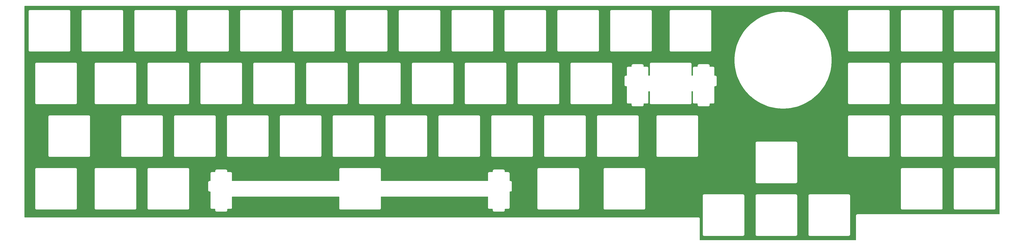
<source format=gbr>
%TF.GenerationSoftware,KiCad,Pcbnew,7.0.1*%
%TF.CreationDate,2023-04-14T16:08:48-07:00*%
%TF.ProjectId,switchplate,73776974-6368-4706-9c61-74652e6b6963,rev?*%
%TF.SameCoordinates,Original*%
%TF.FileFunction,Copper,L2,Bot*%
%TF.FilePolarity,Positive*%
%FSLAX46Y46*%
G04 Gerber Fmt 4.6, Leading zero omitted, Abs format (unit mm)*
G04 Created by KiCad (PCBNEW 7.0.1) date 2023-04-14 16:08:48*
%MOMM*%
%LPD*%
G01*
G04 APERTURE LIST*
G04 APERTURE END LIST*
%TA.AperFunction,NonConductor*%
G36*
X326457192Y-63601127D02*
G01*
X326502582Y-63646540D01*
X326519173Y-63708568D01*
X326508944Y-83244003D01*
X326480375Y-137809707D01*
X326479827Y-138855565D01*
X326463193Y-138917537D01*
X326417808Y-138962898D01*
X326355827Y-138979500D01*
X275208039Y-138979500D01*
X275181844Y-138987190D01*
X275164567Y-138990948D01*
X275137541Y-138994834D01*
X275112711Y-139006174D01*
X275096140Y-139012355D01*
X275069947Y-139020046D01*
X275046979Y-139034806D01*
X275031463Y-139043278D01*
X275006629Y-139054620D01*
X274985998Y-139072497D01*
X274971842Y-139083094D01*
X274948871Y-139097857D01*
X274930992Y-139118490D01*
X274918490Y-139130992D01*
X274897857Y-139148871D01*
X274883094Y-139171842D01*
X274872497Y-139185998D01*
X274854620Y-139206629D01*
X274843278Y-139231463D01*
X274834806Y-139246979D01*
X274820046Y-139269947D01*
X274812355Y-139296140D01*
X274806174Y-139312711D01*
X274794834Y-139337541D01*
X274790948Y-139364567D01*
X274787190Y-139381844D01*
X274779500Y-139408039D01*
X274779500Y-148215283D01*
X274762880Y-148277295D01*
X274717475Y-148322685D01*
X274655458Y-148339282D01*
X244989519Y-148328933D01*
X218574457Y-148319718D01*
X218512475Y-148303091D01*
X218467106Y-148257706D01*
X218450500Y-148195718D01*
X218450500Y-146355960D01*
X219505492Y-146355960D01*
X219513182Y-146382152D01*
X219516939Y-146399425D01*
X219520826Y-146426455D01*
X219520827Y-146426456D01*
X219532165Y-146451282D01*
X219538346Y-146467856D01*
X219546037Y-146494048D01*
X219546038Y-146494050D01*
X219546039Y-146494052D01*
X219560802Y-146517024D01*
X219569275Y-146532542D01*
X219580614Y-146557371D01*
X219598487Y-146577997D01*
X219609089Y-146592161D01*
X219623847Y-146615126D01*
X219644479Y-146633004D01*
X219656984Y-146645509D01*
X219674864Y-146666142D01*
X219697828Y-146680900D01*
X219711994Y-146691504D01*
X219732617Y-146709375D01*
X219732618Y-146709375D01*
X219732619Y-146709376D01*
X219757447Y-146720714D01*
X219772969Y-146729191D01*
X219795936Y-146743951D01*
X219795938Y-146743951D01*
X219795939Y-146743952D01*
X219822127Y-146751641D01*
X219838705Y-146757825D01*
X219859183Y-146767176D01*
X219863535Y-146769164D01*
X219890562Y-146773050D01*
X219907841Y-146776809D01*
X219934031Y-146784499D01*
X219970193Y-146784499D01*
X220077953Y-146784499D01*
X233934031Y-146784499D01*
X234041791Y-146784499D01*
X234077952Y-146784499D01*
X234077953Y-146784499D01*
X234104148Y-146776807D01*
X234121418Y-146773050D01*
X234148449Y-146769164D01*
X234173279Y-146757823D01*
X234189857Y-146751641D01*
X234216043Y-146743953D01*
X234216045Y-146743952D01*
X234239012Y-146729191D01*
X234254538Y-146720714D01*
X234279361Y-146709378D01*
X234279361Y-146709377D01*
X234279365Y-146709376D01*
X234300004Y-146691490D01*
X234314147Y-146680904D01*
X234337120Y-146666142D01*
X234355000Y-146645506D01*
X234367499Y-146633007D01*
X234388135Y-146615127D01*
X234402897Y-146592154D01*
X234413483Y-146578011D01*
X234431369Y-146557372D01*
X234442706Y-146532545D01*
X234451186Y-146517017D01*
X234465945Y-146494052D01*
X234465947Y-146494048D01*
X234473634Y-146467864D01*
X234479816Y-146451286D01*
X234491157Y-146426456D01*
X234495043Y-146399425D01*
X234498801Y-146382152D01*
X234506492Y-146355960D01*
X238555511Y-146355960D01*
X238563201Y-146382152D01*
X238566958Y-146399425D01*
X238570845Y-146426455D01*
X238570846Y-146426456D01*
X238582184Y-146451282D01*
X238588365Y-146467856D01*
X238596056Y-146494048D01*
X238596057Y-146494050D01*
X238596058Y-146494052D01*
X238610821Y-146517024D01*
X238619294Y-146532542D01*
X238630633Y-146557371D01*
X238648506Y-146577997D01*
X238659108Y-146592161D01*
X238673866Y-146615126D01*
X238694498Y-146633004D01*
X238707003Y-146645509D01*
X238724883Y-146666142D01*
X238747847Y-146680900D01*
X238762013Y-146691504D01*
X238782636Y-146709375D01*
X238782637Y-146709375D01*
X238782638Y-146709376D01*
X238807466Y-146720714D01*
X238822988Y-146729191D01*
X238845955Y-146743951D01*
X238845957Y-146743951D01*
X238845958Y-146743952D01*
X238872146Y-146751641D01*
X238888724Y-146757825D01*
X238909202Y-146767176D01*
X238913554Y-146769164D01*
X238940581Y-146773050D01*
X238957860Y-146776809D01*
X238984050Y-146784499D01*
X239020212Y-146784499D01*
X239127972Y-146784499D01*
X252984050Y-146784499D01*
X253091810Y-146784499D01*
X253127971Y-146784499D01*
X253127972Y-146784499D01*
X253154167Y-146776807D01*
X253171437Y-146773050D01*
X253198468Y-146769164D01*
X253223298Y-146757823D01*
X253239876Y-146751641D01*
X253266062Y-146743953D01*
X253266064Y-146743952D01*
X253289031Y-146729191D01*
X253304557Y-146720714D01*
X253329380Y-146709378D01*
X253329380Y-146709377D01*
X253329384Y-146709376D01*
X253350023Y-146691490D01*
X253364166Y-146680904D01*
X253387139Y-146666142D01*
X253405019Y-146645506D01*
X253417518Y-146633007D01*
X253438154Y-146615127D01*
X253452916Y-146592154D01*
X253463502Y-146578011D01*
X253481388Y-146557372D01*
X253492725Y-146532545D01*
X253501205Y-146517017D01*
X253515964Y-146494052D01*
X253515966Y-146494048D01*
X253523653Y-146467864D01*
X253529835Y-146451286D01*
X253541176Y-146426456D01*
X253545062Y-146399425D01*
X253548820Y-146382152D01*
X253556511Y-146355960D01*
X257605498Y-146355960D01*
X257613188Y-146382152D01*
X257616945Y-146399425D01*
X257620832Y-146426455D01*
X257620833Y-146426456D01*
X257632171Y-146451282D01*
X257638352Y-146467856D01*
X257646043Y-146494048D01*
X257646044Y-146494050D01*
X257646045Y-146494052D01*
X257660808Y-146517024D01*
X257669281Y-146532542D01*
X257680620Y-146557371D01*
X257698493Y-146577997D01*
X257709095Y-146592161D01*
X257723853Y-146615126D01*
X257744485Y-146633004D01*
X257756990Y-146645509D01*
X257774870Y-146666142D01*
X257797834Y-146680900D01*
X257812000Y-146691504D01*
X257832623Y-146709375D01*
X257832624Y-146709375D01*
X257832625Y-146709376D01*
X257857453Y-146720714D01*
X257872975Y-146729191D01*
X257895942Y-146743951D01*
X257895944Y-146743951D01*
X257895945Y-146743952D01*
X257922133Y-146751641D01*
X257938711Y-146757825D01*
X257959189Y-146767176D01*
X257963541Y-146769164D01*
X257990568Y-146773050D01*
X258007847Y-146776809D01*
X258034037Y-146784499D01*
X258070199Y-146784499D01*
X258177959Y-146784499D01*
X272034037Y-146784499D01*
X272141797Y-146784499D01*
X272177958Y-146784499D01*
X272177959Y-146784499D01*
X272204154Y-146776807D01*
X272221424Y-146773050D01*
X272248455Y-146769164D01*
X272273285Y-146757823D01*
X272289863Y-146751641D01*
X272316049Y-146743953D01*
X272316051Y-146743952D01*
X272339018Y-146729191D01*
X272354544Y-146720714D01*
X272379367Y-146709378D01*
X272379367Y-146709377D01*
X272379371Y-146709376D01*
X272400010Y-146691490D01*
X272414153Y-146680904D01*
X272437126Y-146666142D01*
X272455006Y-146645506D01*
X272467505Y-146633007D01*
X272488141Y-146615127D01*
X272502903Y-146592154D01*
X272513489Y-146578011D01*
X272531375Y-146557372D01*
X272542712Y-146532545D01*
X272551192Y-146517017D01*
X272565951Y-146494052D01*
X272565953Y-146494048D01*
X272573640Y-146467864D01*
X272579822Y-146451286D01*
X272591163Y-146426456D01*
X272595049Y-146399425D01*
X272598807Y-146382152D01*
X272606498Y-146355960D01*
X272606498Y-146212038D01*
X272606498Y-136830967D01*
X290943511Y-136830967D01*
X290951201Y-136857159D01*
X290954958Y-136874432D01*
X290958846Y-136901463D01*
X290970007Y-136925903D01*
X290970184Y-136926289D01*
X290976365Y-136942863D01*
X290984056Y-136969055D01*
X290984057Y-136969057D01*
X290984058Y-136969059D01*
X290998821Y-136992031D01*
X291007294Y-137007549D01*
X291018633Y-137032378D01*
X291036506Y-137053004D01*
X291047108Y-137067168D01*
X291061866Y-137090133D01*
X291082498Y-137108011D01*
X291095003Y-137120516D01*
X291112883Y-137141149D01*
X291135847Y-137155907D01*
X291150013Y-137166511D01*
X291170636Y-137184382D01*
X291170637Y-137184382D01*
X291170638Y-137184383D01*
X291195466Y-137195721D01*
X291210988Y-137204198D01*
X291233955Y-137218958D01*
X291233957Y-137218958D01*
X291233958Y-137218959D01*
X291260146Y-137226648D01*
X291276724Y-137232832D01*
X291297202Y-137242183D01*
X291301554Y-137244171D01*
X291328581Y-137248057D01*
X291345860Y-137251816D01*
X291372050Y-137259506D01*
X291408212Y-137259506D01*
X291515972Y-137259506D01*
X305372050Y-137259506D01*
X305479810Y-137259506D01*
X305515971Y-137259506D01*
X305515972Y-137259506D01*
X305542167Y-137251814D01*
X305559437Y-137248057D01*
X305586468Y-137244171D01*
X305611298Y-137232830D01*
X305627876Y-137226648D01*
X305654062Y-137218960D01*
X305654064Y-137218959D01*
X305677031Y-137204198D01*
X305692557Y-137195721D01*
X305717380Y-137184385D01*
X305717380Y-137184384D01*
X305717384Y-137184383D01*
X305738023Y-137166497D01*
X305752166Y-137155911D01*
X305775139Y-137141149D01*
X305793019Y-137120513D01*
X305805518Y-137108014D01*
X305826154Y-137090134D01*
X305840916Y-137067161D01*
X305851502Y-137053018D01*
X305869388Y-137032379D01*
X305877706Y-137014166D01*
X305880726Y-137007552D01*
X305889205Y-136992024D01*
X305903964Y-136969059D01*
X305903966Y-136969055D01*
X305911653Y-136942871D01*
X305917835Y-136926293D01*
X305929176Y-136901463D01*
X305933062Y-136874432D01*
X305936820Y-136857159D01*
X305944511Y-136830967D01*
X309993499Y-136830967D01*
X310001189Y-136857159D01*
X310004946Y-136874432D01*
X310008834Y-136901463D01*
X310019995Y-136925903D01*
X310020172Y-136926289D01*
X310026353Y-136942863D01*
X310034044Y-136969055D01*
X310034045Y-136969057D01*
X310034046Y-136969059D01*
X310048809Y-136992031D01*
X310057282Y-137007549D01*
X310068621Y-137032378D01*
X310086494Y-137053004D01*
X310097096Y-137067168D01*
X310111854Y-137090133D01*
X310132486Y-137108011D01*
X310144991Y-137120516D01*
X310162871Y-137141149D01*
X310185835Y-137155907D01*
X310200001Y-137166511D01*
X310220624Y-137184382D01*
X310220625Y-137184382D01*
X310220626Y-137184383D01*
X310245454Y-137195721D01*
X310260976Y-137204198D01*
X310283943Y-137218958D01*
X310283945Y-137218958D01*
X310283946Y-137218959D01*
X310310134Y-137226648D01*
X310326712Y-137232832D01*
X310347190Y-137242183D01*
X310351542Y-137244171D01*
X310378569Y-137248057D01*
X310395848Y-137251816D01*
X310422038Y-137259506D01*
X310458200Y-137259506D01*
X310565960Y-137259506D01*
X324422038Y-137259506D01*
X324529798Y-137259506D01*
X324565959Y-137259506D01*
X324565960Y-137259506D01*
X324592155Y-137251814D01*
X324609425Y-137248057D01*
X324636456Y-137244171D01*
X324661286Y-137232830D01*
X324677864Y-137226648D01*
X324704050Y-137218960D01*
X324704052Y-137218959D01*
X324727019Y-137204198D01*
X324742545Y-137195721D01*
X324767368Y-137184385D01*
X324767368Y-137184384D01*
X324767372Y-137184383D01*
X324788011Y-137166497D01*
X324802154Y-137155911D01*
X324825127Y-137141149D01*
X324843007Y-137120513D01*
X324855506Y-137108014D01*
X324876142Y-137090134D01*
X324890904Y-137067161D01*
X324901490Y-137053018D01*
X324919376Y-137032379D01*
X324927694Y-137014166D01*
X324930714Y-137007552D01*
X324939193Y-136992024D01*
X324953952Y-136969059D01*
X324953954Y-136969055D01*
X324961641Y-136942871D01*
X324967823Y-136926293D01*
X324979164Y-136901463D01*
X324983050Y-136874432D01*
X324986808Y-136857159D01*
X324994499Y-136830967D01*
X324994499Y-136687045D01*
X324994499Y-122723207D01*
X324994499Y-122687045D01*
X324986808Y-122660850D01*
X324983049Y-122643572D01*
X324979164Y-122616549D01*
X324977176Y-122612197D01*
X324967825Y-122591719D01*
X324961641Y-122575141D01*
X324953951Y-122548950D01*
X324939191Y-122525983D01*
X324930712Y-122510456D01*
X324919375Y-122485631D01*
X324901504Y-122465008D01*
X324890900Y-122450842D01*
X324876142Y-122427878D01*
X324855509Y-122409998D01*
X324843004Y-122397493D01*
X324825126Y-122376861D01*
X324802161Y-122362103D01*
X324787997Y-122351501D01*
X324767371Y-122333628D01*
X324742542Y-122322289D01*
X324727024Y-122313816D01*
X324704052Y-122299053D01*
X324704050Y-122299052D01*
X324704048Y-122299051D01*
X324677856Y-122291360D01*
X324661287Y-122285180D01*
X324636456Y-122273841D01*
X324609425Y-122269953D01*
X324592152Y-122266196D01*
X324565960Y-122258506D01*
X324529798Y-122258506D01*
X310565960Y-122258506D01*
X310422038Y-122258506D01*
X310395843Y-122266196D01*
X310378566Y-122269954D01*
X310351540Y-122273840D01*
X310326710Y-122285180D01*
X310310139Y-122291361D01*
X310283946Y-122299052D01*
X310260978Y-122313812D01*
X310245462Y-122322284D01*
X310220628Y-122333626D01*
X310199997Y-122351503D01*
X310185841Y-122362100D01*
X310162870Y-122376863D01*
X310144991Y-122397496D01*
X310132489Y-122409998D01*
X310111856Y-122427877D01*
X310097093Y-122450848D01*
X310086496Y-122465004D01*
X310068619Y-122485635D01*
X310057277Y-122510469D01*
X310048805Y-122525985D01*
X310034045Y-122548953D01*
X310026354Y-122575146D01*
X310020173Y-122591717D01*
X310008833Y-122616547D01*
X310004947Y-122643573D01*
X310001189Y-122660850D01*
X309993499Y-122687045D01*
X309993499Y-136830967D01*
X305944511Y-136830967D01*
X305944511Y-136687045D01*
X305944511Y-122723207D01*
X305944511Y-122687045D01*
X305936820Y-122660850D01*
X305933061Y-122643572D01*
X305929176Y-122616549D01*
X305927188Y-122612197D01*
X305917837Y-122591719D01*
X305911653Y-122575141D01*
X305903963Y-122548950D01*
X305889203Y-122525983D01*
X305880724Y-122510456D01*
X305869387Y-122485631D01*
X305851516Y-122465008D01*
X305840912Y-122450842D01*
X305826154Y-122427878D01*
X305805521Y-122409998D01*
X305793016Y-122397493D01*
X305775138Y-122376861D01*
X305752173Y-122362103D01*
X305738009Y-122351501D01*
X305717383Y-122333628D01*
X305692554Y-122322289D01*
X305677036Y-122313816D01*
X305654064Y-122299053D01*
X305654062Y-122299052D01*
X305654060Y-122299051D01*
X305627868Y-122291360D01*
X305611299Y-122285180D01*
X305586468Y-122273841D01*
X305559437Y-122269953D01*
X305542164Y-122266196D01*
X305515972Y-122258506D01*
X305479810Y-122258506D01*
X291515972Y-122258506D01*
X291372050Y-122258506D01*
X291345855Y-122266196D01*
X291328578Y-122269954D01*
X291301552Y-122273840D01*
X291276722Y-122285180D01*
X291260151Y-122291361D01*
X291233958Y-122299052D01*
X291210990Y-122313812D01*
X291195474Y-122322284D01*
X291170640Y-122333626D01*
X291150009Y-122351503D01*
X291135853Y-122362100D01*
X291112882Y-122376863D01*
X291095003Y-122397496D01*
X291082501Y-122409998D01*
X291061868Y-122427877D01*
X291047105Y-122450848D01*
X291036508Y-122465004D01*
X291018631Y-122485635D01*
X291007289Y-122510469D01*
X290998817Y-122525985D01*
X290984057Y-122548953D01*
X290976366Y-122575146D01*
X290970185Y-122591717D01*
X290958845Y-122616547D01*
X290954959Y-122643573D01*
X290951201Y-122660850D01*
X290943511Y-122687045D01*
X290943511Y-136830967D01*
X272606498Y-136830967D01*
X272606498Y-132248200D01*
X272606498Y-132212038D01*
X272598807Y-132185843D01*
X272595048Y-132168565D01*
X272591163Y-132141542D01*
X272589175Y-132137190D01*
X272579824Y-132116712D01*
X272573640Y-132100134D01*
X272565950Y-132073943D01*
X272551190Y-132050976D01*
X272542711Y-132035449D01*
X272531374Y-132010624D01*
X272513503Y-131990001D01*
X272502899Y-131975835D01*
X272488141Y-131952871D01*
X272467508Y-131934991D01*
X272455003Y-131922486D01*
X272437125Y-131901854D01*
X272414160Y-131887096D01*
X272399996Y-131876494D01*
X272379370Y-131858621D01*
X272354541Y-131847282D01*
X272339023Y-131838809D01*
X272316051Y-131824046D01*
X272316049Y-131824045D01*
X272316047Y-131824044D01*
X272289855Y-131816353D01*
X272273286Y-131810173D01*
X272248455Y-131798834D01*
X272221424Y-131794946D01*
X272204151Y-131791189D01*
X272177959Y-131783499D01*
X272141797Y-131783499D01*
X258177959Y-131783499D01*
X258034037Y-131783499D01*
X258007842Y-131791189D01*
X257990565Y-131794947D01*
X257963539Y-131798833D01*
X257938709Y-131810173D01*
X257922138Y-131816354D01*
X257895945Y-131824045D01*
X257872977Y-131838805D01*
X257857461Y-131847277D01*
X257832627Y-131858619D01*
X257811996Y-131876496D01*
X257797840Y-131887093D01*
X257774869Y-131901856D01*
X257756990Y-131922489D01*
X257744488Y-131934991D01*
X257723855Y-131952870D01*
X257709092Y-131975841D01*
X257698495Y-131989997D01*
X257680618Y-132010628D01*
X257669276Y-132035462D01*
X257660804Y-132050978D01*
X257646044Y-132073946D01*
X257638353Y-132100139D01*
X257632172Y-132116710D01*
X257620832Y-132141540D01*
X257616946Y-132168566D01*
X257613188Y-132185843D01*
X257605498Y-132212038D01*
X257605498Y-146355960D01*
X253556511Y-146355960D01*
X253556511Y-146212038D01*
X253556511Y-132248200D01*
X253556511Y-132212038D01*
X253548820Y-132185843D01*
X253545061Y-132168565D01*
X253541176Y-132141542D01*
X253539188Y-132137190D01*
X253529837Y-132116712D01*
X253523653Y-132100134D01*
X253515963Y-132073943D01*
X253501203Y-132050976D01*
X253492724Y-132035449D01*
X253481387Y-132010624D01*
X253463516Y-131990001D01*
X253452912Y-131975835D01*
X253438154Y-131952871D01*
X253417521Y-131934991D01*
X253405016Y-131922486D01*
X253387138Y-131901854D01*
X253364173Y-131887096D01*
X253350009Y-131876494D01*
X253329383Y-131858621D01*
X253304554Y-131847282D01*
X253289036Y-131838809D01*
X253266064Y-131824046D01*
X253266062Y-131824045D01*
X253266060Y-131824044D01*
X253239868Y-131816353D01*
X253223299Y-131810173D01*
X253198468Y-131798834D01*
X253171437Y-131794946D01*
X253154164Y-131791189D01*
X253127972Y-131783499D01*
X253091810Y-131783499D01*
X239127972Y-131783499D01*
X238984050Y-131783499D01*
X238957855Y-131791189D01*
X238940578Y-131794947D01*
X238913552Y-131798833D01*
X238888722Y-131810173D01*
X238872151Y-131816354D01*
X238845958Y-131824045D01*
X238822990Y-131838805D01*
X238807474Y-131847277D01*
X238782640Y-131858619D01*
X238762009Y-131876496D01*
X238747853Y-131887093D01*
X238724882Y-131901856D01*
X238707003Y-131922489D01*
X238694501Y-131934991D01*
X238673868Y-131952870D01*
X238659105Y-131975841D01*
X238648508Y-131989997D01*
X238630631Y-132010628D01*
X238619289Y-132035462D01*
X238610817Y-132050978D01*
X238596057Y-132073946D01*
X238588366Y-132100139D01*
X238582185Y-132116710D01*
X238570845Y-132141540D01*
X238566959Y-132168566D01*
X238563201Y-132185843D01*
X238555511Y-132212038D01*
X238555511Y-146355960D01*
X234506492Y-146355960D01*
X234506492Y-146212038D01*
X234506492Y-132248200D01*
X234506492Y-132212038D01*
X234498801Y-132185843D01*
X234495042Y-132168565D01*
X234491157Y-132141542D01*
X234489169Y-132137190D01*
X234479818Y-132116712D01*
X234473634Y-132100134D01*
X234465944Y-132073943D01*
X234451184Y-132050976D01*
X234442705Y-132035449D01*
X234431368Y-132010624D01*
X234413497Y-131990001D01*
X234402893Y-131975835D01*
X234388135Y-131952871D01*
X234367502Y-131934991D01*
X234354997Y-131922486D01*
X234337119Y-131901854D01*
X234314154Y-131887096D01*
X234299990Y-131876494D01*
X234279364Y-131858621D01*
X234254535Y-131847282D01*
X234239017Y-131838809D01*
X234216045Y-131824046D01*
X234216043Y-131824045D01*
X234216041Y-131824044D01*
X234189849Y-131816353D01*
X234173280Y-131810173D01*
X234148449Y-131798834D01*
X234121418Y-131794946D01*
X234104145Y-131791189D01*
X234077953Y-131783499D01*
X234041791Y-131783499D01*
X220077953Y-131783499D01*
X219934031Y-131783499D01*
X219907836Y-131791189D01*
X219890559Y-131794947D01*
X219863533Y-131798833D01*
X219838703Y-131810173D01*
X219822132Y-131816354D01*
X219795939Y-131824045D01*
X219772971Y-131838805D01*
X219757455Y-131847277D01*
X219732621Y-131858619D01*
X219711990Y-131876496D01*
X219697834Y-131887093D01*
X219674863Y-131901856D01*
X219656984Y-131922489D01*
X219644482Y-131934991D01*
X219623849Y-131952870D01*
X219609086Y-131975841D01*
X219598489Y-131989997D01*
X219580612Y-132010628D01*
X219569270Y-132035462D01*
X219560798Y-132050978D01*
X219546038Y-132073946D01*
X219538347Y-132100139D01*
X219532166Y-132116710D01*
X219520826Y-132141540D01*
X219516940Y-132168566D01*
X219513182Y-132185843D01*
X219505492Y-132212038D01*
X219505492Y-146355960D01*
X218450500Y-146355960D01*
X218450500Y-140518039D01*
X218442811Y-140491853D01*
X218439050Y-140474566D01*
X218435165Y-140447543D01*
X218433177Y-140443191D01*
X218423826Y-140422713D01*
X218417642Y-140406135D01*
X218409952Y-140379944D01*
X218395192Y-140356977D01*
X218386713Y-140341450D01*
X218375376Y-140316625D01*
X218357505Y-140296002D01*
X218346901Y-140281836D01*
X218332143Y-140258872D01*
X218311510Y-140240992D01*
X218299005Y-140228487D01*
X218281127Y-140207855D01*
X218258162Y-140193097D01*
X218243998Y-140182495D01*
X218223372Y-140164622D01*
X218198543Y-140153283D01*
X218183025Y-140144810D01*
X218160053Y-140130047D01*
X218160051Y-140130046D01*
X218160049Y-140130045D01*
X218133857Y-140122354D01*
X218117288Y-140116174D01*
X218092457Y-140104835D01*
X218065426Y-140100947D01*
X218048153Y-140097190D01*
X218021961Y-140089500D01*
X217985799Y-140089500D01*
X-24775549Y-140089500D01*
X-24837546Y-140072889D01*
X-24882933Y-140027506D01*
X-24899549Y-139965510D01*
X-24899554Y-139905377D01*
X-24899792Y-136830967D01*
X-21000502Y-136830967D01*
X-20992811Y-136857159D01*
X-20989053Y-136874432D01*
X-20985167Y-136901463D01*
X-20973826Y-136926293D01*
X-20967644Y-136942871D01*
X-20959957Y-136969055D01*
X-20959955Y-136969059D01*
X-20945196Y-136992024D01*
X-20936717Y-137007552D01*
X-20933697Y-137014166D01*
X-20925379Y-137032379D01*
X-20907493Y-137053018D01*
X-20896907Y-137067161D01*
X-20882145Y-137090134D01*
X-20861509Y-137108014D01*
X-20849010Y-137120513D01*
X-20831130Y-137141149D01*
X-20808157Y-137155911D01*
X-20794014Y-137166497D01*
X-20773375Y-137184383D01*
X-20773371Y-137184384D01*
X-20773371Y-137184385D01*
X-20748548Y-137195721D01*
X-20733022Y-137204198D01*
X-20710055Y-137218959D01*
X-20710053Y-137218960D01*
X-20683867Y-137226648D01*
X-20667289Y-137232830D01*
X-20642459Y-137244171D01*
X-20615428Y-137248057D01*
X-20598158Y-137251814D01*
X-20571963Y-137259506D01*
X-20535801Y-137259506D01*
X-20428041Y-137259506D01*
X-6571963Y-137259506D01*
X-6464203Y-137259506D01*
X-6428041Y-137259506D01*
X-6401851Y-137251816D01*
X-6384572Y-137248057D01*
X-6357545Y-137244171D01*
X-6353193Y-137242183D01*
X-6332715Y-137232832D01*
X-6316137Y-137226648D01*
X-6289949Y-137218959D01*
X-6289948Y-137218958D01*
X-6289946Y-137218958D01*
X-6266979Y-137204198D01*
X-6251457Y-137195721D01*
X-6226629Y-137184383D01*
X-6226628Y-137184382D01*
X-6226627Y-137184382D01*
X-6206004Y-137166511D01*
X-6191838Y-137155907D01*
X-6168874Y-137141149D01*
X-6150994Y-137120516D01*
X-6138489Y-137108011D01*
X-6117857Y-137090133D01*
X-6103099Y-137067168D01*
X-6092497Y-137053004D01*
X-6074624Y-137032378D01*
X-6063285Y-137007549D01*
X-6054812Y-136992031D01*
X-6040049Y-136969059D01*
X-6040048Y-136969057D01*
X-6040047Y-136969055D01*
X-6032356Y-136942863D01*
X-6026175Y-136926289D01*
X-6025998Y-136925903D01*
X-6014837Y-136901463D01*
X-6010949Y-136874432D01*
X-6007192Y-136857159D01*
X-5999502Y-136830967D01*
X430497Y-136830967D01*
X438187Y-136857159D01*
X441944Y-136874432D01*
X445832Y-136901463D01*
X456993Y-136925903D01*
X457170Y-136926289D01*
X463351Y-136942863D01*
X471042Y-136969055D01*
X471043Y-136969057D01*
X471044Y-136969059D01*
X485807Y-136992031D01*
X494280Y-137007549D01*
X505619Y-137032378D01*
X523492Y-137053004D01*
X534094Y-137067168D01*
X548852Y-137090133D01*
X569484Y-137108011D01*
X581989Y-137120516D01*
X599869Y-137141149D01*
X622833Y-137155907D01*
X636999Y-137166511D01*
X657622Y-137184382D01*
X657623Y-137184382D01*
X657624Y-137184383D01*
X682452Y-137195721D01*
X697974Y-137204198D01*
X720941Y-137218958D01*
X720943Y-137218958D01*
X720944Y-137218959D01*
X747132Y-137226648D01*
X763710Y-137232832D01*
X784188Y-137242183D01*
X788540Y-137244171D01*
X815567Y-137248057D01*
X832846Y-137251816D01*
X859036Y-137259506D01*
X895198Y-137259506D01*
X1002958Y-137259506D01*
X14859038Y-137259506D01*
X14966798Y-137259506D01*
X15002959Y-137259506D01*
X15002960Y-137259506D01*
X15029155Y-137251814D01*
X15046425Y-137248057D01*
X15073456Y-137244171D01*
X15098286Y-137232830D01*
X15114864Y-137226648D01*
X15141050Y-137218960D01*
X15141052Y-137218959D01*
X15164019Y-137204198D01*
X15179545Y-137195721D01*
X15204368Y-137184385D01*
X15204368Y-137184384D01*
X15204372Y-137184383D01*
X15225011Y-137166497D01*
X15239154Y-137155911D01*
X15262127Y-137141149D01*
X15280007Y-137120513D01*
X15292506Y-137108014D01*
X15313142Y-137090134D01*
X15327904Y-137067161D01*
X15338490Y-137053018D01*
X15356376Y-137032379D01*
X15364694Y-137014166D01*
X15367714Y-137007552D01*
X15376193Y-136992024D01*
X15390952Y-136969059D01*
X15390954Y-136969055D01*
X15398641Y-136942871D01*
X15404823Y-136926293D01*
X15416164Y-136901463D01*
X15420050Y-136874432D01*
X15423808Y-136857159D01*
X15431499Y-136830967D01*
X19480498Y-136830967D01*
X19488188Y-136857159D01*
X19491945Y-136874432D01*
X19495833Y-136901463D01*
X19506994Y-136925903D01*
X19507171Y-136926289D01*
X19513352Y-136942863D01*
X19521043Y-136969055D01*
X19521044Y-136969057D01*
X19521045Y-136969059D01*
X19535808Y-136992031D01*
X19544281Y-137007549D01*
X19555620Y-137032378D01*
X19573493Y-137053004D01*
X19584095Y-137067168D01*
X19598853Y-137090133D01*
X19619485Y-137108011D01*
X19631990Y-137120516D01*
X19649870Y-137141149D01*
X19672834Y-137155907D01*
X19687000Y-137166511D01*
X19707623Y-137184382D01*
X19707624Y-137184382D01*
X19707625Y-137184383D01*
X19732453Y-137195721D01*
X19747975Y-137204198D01*
X19770942Y-137218958D01*
X19770944Y-137218958D01*
X19770945Y-137218959D01*
X19797133Y-137226648D01*
X19813711Y-137232832D01*
X19834189Y-137242183D01*
X19838541Y-137244171D01*
X19865568Y-137248057D01*
X19882847Y-137251816D01*
X19909037Y-137259506D01*
X19945199Y-137259506D01*
X20052959Y-137259506D01*
X33909037Y-137259506D01*
X34016797Y-137259506D01*
X34052958Y-137259506D01*
X34052959Y-137259506D01*
X34079154Y-137251814D01*
X34096424Y-137248057D01*
X34123455Y-137244171D01*
X34148285Y-137232830D01*
X34164863Y-137226648D01*
X34191049Y-137218960D01*
X34191051Y-137218959D01*
X34214018Y-137204198D01*
X34229544Y-137195721D01*
X34254367Y-137184385D01*
X34254367Y-137184384D01*
X34254371Y-137184383D01*
X34275010Y-137166497D01*
X34289153Y-137155911D01*
X34312126Y-137141149D01*
X34330006Y-137120513D01*
X34342505Y-137108014D01*
X34363141Y-137090134D01*
X34377903Y-137067161D01*
X34388489Y-137053018D01*
X34406375Y-137032379D01*
X34414693Y-137014166D01*
X34417713Y-137007552D01*
X34426192Y-136992024D01*
X34440951Y-136969059D01*
X34440953Y-136969055D01*
X34448640Y-136942871D01*
X34454822Y-136926293D01*
X34466163Y-136901463D01*
X34470049Y-136874432D01*
X34473807Y-136857159D01*
X34481498Y-136830967D01*
X34481498Y-136687045D01*
X34481498Y-130330967D01*
X41336501Y-130330967D01*
X41344191Y-130357159D01*
X41347948Y-130374432D01*
X41351835Y-130401462D01*
X41351836Y-130401463D01*
X41363174Y-130426289D01*
X41369355Y-130442863D01*
X41377046Y-130469055D01*
X41377047Y-130469057D01*
X41377048Y-130469059D01*
X41391811Y-130492031D01*
X41400284Y-130507549D01*
X41411623Y-130532378D01*
X41429496Y-130553004D01*
X41440098Y-130567168D01*
X41454856Y-130590133D01*
X41475488Y-130608011D01*
X41487993Y-130620516D01*
X41505873Y-130641149D01*
X41528837Y-130655907D01*
X41543003Y-130666511D01*
X41563626Y-130684382D01*
X41563627Y-130684382D01*
X41563628Y-130684383D01*
X41588456Y-130695721D01*
X41603978Y-130704198D01*
X41626945Y-130718958D01*
X41626947Y-130718958D01*
X41626948Y-130718959D01*
X41653136Y-130726648D01*
X41669714Y-130732832D01*
X41690192Y-130742183D01*
X41694544Y-130744171D01*
X41721571Y-130748057D01*
X41738850Y-130751816D01*
X41765040Y-130759506D01*
X41801202Y-130759506D01*
X41908962Y-130759506D01*
X42037498Y-130759506D01*
X42099498Y-130776119D01*
X42144885Y-130821506D01*
X42161498Y-130883506D01*
X42161498Y-136600963D01*
X42169188Y-136627155D01*
X42172945Y-136644428D01*
X42176833Y-136671459D01*
X42188171Y-136696285D01*
X42194352Y-136712859D01*
X42202043Y-136739051D01*
X42202044Y-136739053D01*
X42202045Y-136739055D01*
X42216808Y-136762027D01*
X42225281Y-136777545D01*
X42236620Y-136802374D01*
X42254493Y-136823000D01*
X42265095Y-136837164D01*
X42279853Y-136860129D01*
X42300485Y-136878007D01*
X42312990Y-136890512D01*
X42330870Y-136911145D01*
X42353834Y-136925903D01*
X42368000Y-136936507D01*
X42388623Y-136954378D01*
X42388624Y-136954378D01*
X42388625Y-136954379D01*
X42413453Y-136965717D01*
X42428975Y-136974194D01*
X42451942Y-136988954D01*
X42451944Y-136988954D01*
X42451945Y-136988955D01*
X42462398Y-136992024D01*
X42478133Y-136996644D01*
X42494711Y-137002828D01*
X42515189Y-137012179D01*
X42519541Y-137014167D01*
X42546568Y-137018053D01*
X42563847Y-137021812D01*
X42590037Y-137029502D01*
X42626199Y-137029502D01*
X42733959Y-137029502D01*
X43762497Y-137029502D01*
X43824497Y-137046115D01*
X43869884Y-137091502D01*
X43886497Y-137153502D01*
X43886497Y-137580967D01*
X43894187Y-137607159D01*
X43897944Y-137624432D01*
X43901832Y-137651463D01*
X43913170Y-137676289D01*
X43919351Y-137692863D01*
X43927042Y-137719055D01*
X43927043Y-137719057D01*
X43927044Y-137719059D01*
X43941807Y-137742031D01*
X43950280Y-137757549D01*
X43961619Y-137782378D01*
X43979492Y-137803004D01*
X43990094Y-137817168D01*
X44004852Y-137840133D01*
X44025484Y-137858011D01*
X44037989Y-137870516D01*
X44055869Y-137891149D01*
X44078833Y-137905907D01*
X44092999Y-137916511D01*
X44113622Y-137934382D01*
X44113623Y-137934382D01*
X44113624Y-137934383D01*
X44138452Y-137945721D01*
X44153974Y-137954198D01*
X44176941Y-137968958D01*
X44176943Y-137968958D01*
X44176944Y-137968959D01*
X44203132Y-137976648D01*
X44219710Y-137982832D01*
X44240188Y-137992183D01*
X44244540Y-137994171D01*
X44271567Y-137998057D01*
X44288846Y-138001816D01*
X44315036Y-138009506D01*
X44351198Y-138009506D01*
X44458958Y-138009506D01*
X47615039Y-138009506D01*
X47722799Y-138009506D01*
X47758960Y-138009506D01*
X47758961Y-138009506D01*
X47785156Y-138001814D01*
X47802426Y-137998057D01*
X47829457Y-137994171D01*
X47854287Y-137982830D01*
X47870865Y-137976648D01*
X47897051Y-137968960D01*
X47897053Y-137968959D01*
X47920020Y-137954198D01*
X47935546Y-137945721D01*
X47960369Y-137934385D01*
X47960369Y-137934384D01*
X47960373Y-137934383D01*
X47981012Y-137916497D01*
X47995155Y-137905911D01*
X48018128Y-137891149D01*
X48036008Y-137870513D01*
X48048507Y-137858014D01*
X48069143Y-137840134D01*
X48083905Y-137817161D01*
X48094491Y-137803018D01*
X48112377Y-137782379D01*
X48123714Y-137757552D01*
X48132194Y-137742024D01*
X48146953Y-137719059D01*
X48146955Y-137719055D01*
X48154642Y-137692871D01*
X48160824Y-137676293D01*
X48172165Y-137651463D01*
X48176051Y-137624432D01*
X48179809Y-137607159D01*
X48187500Y-137580967D01*
X48187500Y-137437045D01*
X48187500Y-137153502D01*
X48204113Y-137091502D01*
X48249500Y-137046115D01*
X48311500Y-137029502D01*
X49483958Y-137029502D01*
X49483959Y-137029502D01*
X49510154Y-137021810D01*
X49527424Y-137018053D01*
X49554455Y-137014167D01*
X49579285Y-137002826D01*
X49595863Y-136996644D01*
X49622049Y-136988956D01*
X49622051Y-136988955D01*
X49645018Y-136974194D01*
X49660544Y-136965717D01*
X49685367Y-136954381D01*
X49685367Y-136954380D01*
X49685371Y-136954379D01*
X49706010Y-136936493D01*
X49720153Y-136925907D01*
X49743126Y-136911145D01*
X49761006Y-136890509D01*
X49773505Y-136878010D01*
X49794141Y-136860130D01*
X49808903Y-136837157D01*
X49819489Y-136823014D01*
X49837375Y-136802375D01*
X49848712Y-136777548D01*
X49857192Y-136762020D01*
X49871951Y-136739055D01*
X49871953Y-136739051D01*
X49879640Y-136712867D01*
X49885822Y-136696289D01*
X49897163Y-136671459D01*
X49901049Y-136644428D01*
X49904807Y-136627155D01*
X49912498Y-136600963D01*
X49912498Y-136457041D01*
X49912498Y-132683501D01*
X49929111Y-132621501D01*
X49974498Y-132576114D01*
X50036498Y-132559501D01*
X88412498Y-132559501D01*
X88474498Y-132576114D01*
X88519885Y-132621501D01*
X88536498Y-132683501D01*
X88536498Y-136830967D01*
X88544188Y-136857159D01*
X88547945Y-136874432D01*
X88551833Y-136901463D01*
X88562994Y-136925903D01*
X88563171Y-136926289D01*
X88569352Y-136942863D01*
X88577043Y-136969055D01*
X88577044Y-136969057D01*
X88577045Y-136969059D01*
X88591808Y-136992031D01*
X88600281Y-137007549D01*
X88611620Y-137032378D01*
X88629493Y-137053004D01*
X88640095Y-137067168D01*
X88654853Y-137090133D01*
X88675485Y-137108011D01*
X88687990Y-137120516D01*
X88705870Y-137141149D01*
X88728834Y-137155907D01*
X88743000Y-137166511D01*
X88763623Y-137184382D01*
X88763624Y-137184382D01*
X88763625Y-137184383D01*
X88788453Y-137195721D01*
X88803975Y-137204198D01*
X88826942Y-137218958D01*
X88826944Y-137218958D01*
X88826945Y-137218959D01*
X88853133Y-137226648D01*
X88869711Y-137232832D01*
X88890189Y-137242183D01*
X88894541Y-137244171D01*
X88921568Y-137248057D01*
X88938847Y-137251816D01*
X88965037Y-137259506D01*
X89001199Y-137259506D01*
X89108959Y-137259506D01*
X102965037Y-137259506D01*
X103072797Y-137259506D01*
X103108958Y-137259506D01*
X103108959Y-137259506D01*
X103135154Y-137251814D01*
X103152424Y-137248057D01*
X103179455Y-137244171D01*
X103204285Y-137232830D01*
X103220863Y-137226648D01*
X103247049Y-137218960D01*
X103247051Y-137218959D01*
X103270018Y-137204198D01*
X103285544Y-137195721D01*
X103310367Y-137184385D01*
X103310367Y-137184384D01*
X103310371Y-137184383D01*
X103331010Y-137166497D01*
X103345153Y-137155911D01*
X103368126Y-137141149D01*
X103386006Y-137120513D01*
X103398505Y-137108014D01*
X103419141Y-137090134D01*
X103433903Y-137067161D01*
X103444489Y-137053018D01*
X103462375Y-137032379D01*
X103470693Y-137014166D01*
X103473713Y-137007552D01*
X103482192Y-136992024D01*
X103496951Y-136969059D01*
X103496953Y-136969055D01*
X103504640Y-136942871D01*
X103510822Y-136926293D01*
X103522163Y-136901463D01*
X103526049Y-136874432D01*
X103529807Y-136857159D01*
X103537498Y-136830967D01*
X103537498Y-136687045D01*
X103537498Y-132683501D01*
X103554111Y-132621501D01*
X103599498Y-132576114D01*
X103661498Y-132559501D01*
X142037498Y-132559501D01*
X142099498Y-132576114D01*
X142144885Y-132621501D01*
X142161498Y-132683501D01*
X142161498Y-136600963D01*
X142169188Y-136627155D01*
X142172945Y-136644428D01*
X142176833Y-136671459D01*
X142188171Y-136696285D01*
X142194352Y-136712859D01*
X142202043Y-136739051D01*
X142202044Y-136739053D01*
X142202045Y-136739055D01*
X142216808Y-136762027D01*
X142225281Y-136777545D01*
X142236620Y-136802374D01*
X142254493Y-136823000D01*
X142265095Y-136837164D01*
X142279853Y-136860129D01*
X142300485Y-136878007D01*
X142312990Y-136890512D01*
X142330870Y-136911145D01*
X142353834Y-136925903D01*
X142368000Y-136936507D01*
X142388623Y-136954378D01*
X142388624Y-136954378D01*
X142388625Y-136954379D01*
X142413453Y-136965717D01*
X142428975Y-136974194D01*
X142451942Y-136988954D01*
X142451944Y-136988954D01*
X142451945Y-136988955D01*
X142462398Y-136992024D01*
X142478133Y-136996644D01*
X142494711Y-137002828D01*
X142515189Y-137012179D01*
X142519541Y-137014167D01*
X142546568Y-137018053D01*
X142563847Y-137021812D01*
X142590037Y-137029502D01*
X142626199Y-137029502D01*
X142733959Y-137029502D01*
X143762504Y-137029502D01*
X143824504Y-137046115D01*
X143869891Y-137091502D01*
X143886504Y-137153502D01*
X143886504Y-137580967D01*
X143894194Y-137607159D01*
X143897951Y-137624432D01*
X143901839Y-137651463D01*
X143913177Y-137676289D01*
X143919358Y-137692863D01*
X143927049Y-137719055D01*
X143927050Y-137719057D01*
X143927051Y-137719059D01*
X143941814Y-137742031D01*
X143950287Y-137757549D01*
X143961626Y-137782378D01*
X143979499Y-137803004D01*
X143990101Y-137817168D01*
X144004859Y-137840133D01*
X144025491Y-137858011D01*
X144037996Y-137870516D01*
X144055876Y-137891149D01*
X144078840Y-137905907D01*
X144093006Y-137916511D01*
X144113629Y-137934382D01*
X144113630Y-137934382D01*
X144113631Y-137934383D01*
X144138459Y-137945721D01*
X144153981Y-137954198D01*
X144176948Y-137968958D01*
X144176950Y-137968958D01*
X144176951Y-137968959D01*
X144203139Y-137976648D01*
X144219717Y-137982832D01*
X144240195Y-137992183D01*
X144244547Y-137994171D01*
X144271574Y-137998057D01*
X144288853Y-138001816D01*
X144315043Y-138009506D01*
X144351205Y-138009506D01*
X144458965Y-138009506D01*
X147615031Y-138009506D01*
X147722791Y-138009506D01*
X147758952Y-138009506D01*
X147758953Y-138009506D01*
X147785148Y-138001814D01*
X147802418Y-137998057D01*
X147829449Y-137994171D01*
X147854279Y-137982830D01*
X147870857Y-137976648D01*
X147897043Y-137968960D01*
X147897045Y-137968959D01*
X147920012Y-137954198D01*
X147935538Y-137945721D01*
X147960361Y-137934385D01*
X147960361Y-137934384D01*
X147960365Y-137934383D01*
X147981004Y-137916497D01*
X147995147Y-137905911D01*
X148018120Y-137891149D01*
X148036000Y-137870513D01*
X148048499Y-137858014D01*
X148069135Y-137840134D01*
X148083897Y-137817161D01*
X148094483Y-137803018D01*
X148112369Y-137782379D01*
X148123706Y-137757552D01*
X148132186Y-137742024D01*
X148146945Y-137719059D01*
X148146947Y-137719055D01*
X148154634Y-137692871D01*
X148160816Y-137676293D01*
X148172157Y-137651463D01*
X148176043Y-137624432D01*
X148179801Y-137607159D01*
X148187492Y-137580967D01*
X148187492Y-137437045D01*
X148187492Y-137153502D01*
X148204105Y-137091502D01*
X148249492Y-137046115D01*
X148311492Y-137029502D01*
X149483958Y-137029502D01*
X149483959Y-137029502D01*
X149510154Y-137021810D01*
X149527424Y-137018053D01*
X149554455Y-137014167D01*
X149579285Y-137002826D01*
X149595863Y-136996644D01*
X149622049Y-136988956D01*
X149622051Y-136988955D01*
X149645018Y-136974194D01*
X149660544Y-136965717D01*
X149685367Y-136954381D01*
X149685367Y-136954380D01*
X149685371Y-136954379D01*
X149706010Y-136936493D01*
X149720153Y-136925907D01*
X149743126Y-136911145D01*
X149761006Y-136890509D01*
X149773505Y-136878010D01*
X149794141Y-136860130D01*
X149808903Y-136837157D01*
X149813536Y-136830967D01*
X159974502Y-136830967D01*
X159982192Y-136857159D01*
X159985949Y-136874432D01*
X159989837Y-136901463D01*
X160000998Y-136925903D01*
X160001175Y-136926289D01*
X160007356Y-136942863D01*
X160015047Y-136969055D01*
X160015048Y-136969057D01*
X160015049Y-136969059D01*
X160029812Y-136992031D01*
X160038285Y-137007549D01*
X160049624Y-137032378D01*
X160067497Y-137053004D01*
X160078099Y-137067168D01*
X160092857Y-137090133D01*
X160113489Y-137108011D01*
X160125994Y-137120516D01*
X160143874Y-137141149D01*
X160166838Y-137155907D01*
X160181004Y-137166511D01*
X160201627Y-137184382D01*
X160201628Y-137184382D01*
X160201629Y-137184383D01*
X160226457Y-137195721D01*
X160241979Y-137204198D01*
X160264946Y-137218958D01*
X160264948Y-137218958D01*
X160264949Y-137218959D01*
X160291137Y-137226648D01*
X160307715Y-137232832D01*
X160328193Y-137242183D01*
X160332545Y-137244171D01*
X160359572Y-137248057D01*
X160376851Y-137251816D01*
X160403041Y-137259506D01*
X160439203Y-137259506D01*
X160546963Y-137259506D01*
X174403041Y-137259506D01*
X174510801Y-137259506D01*
X174546962Y-137259506D01*
X174546963Y-137259506D01*
X174573158Y-137251814D01*
X174590428Y-137248057D01*
X174617459Y-137244171D01*
X174642289Y-137232830D01*
X174658867Y-137226648D01*
X174685053Y-137218960D01*
X174685055Y-137218959D01*
X174708022Y-137204198D01*
X174723548Y-137195721D01*
X174748371Y-137184385D01*
X174748371Y-137184384D01*
X174748375Y-137184383D01*
X174769014Y-137166497D01*
X174783157Y-137155911D01*
X174806130Y-137141149D01*
X174824010Y-137120513D01*
X174836509Y-137108014D01*
X174857145Y-137090134D01*
X174871907Y-137067161D01*
X174882493Y-137053018D01*
X174900379Y-137032379D01*
X174908697Y-137014166D01*
X174911717Y-137007552D01*
X174920196Y-136992024D01*
X174934955Y-136969059D01*
X174934957Y-136969055D01*
X174942644Y-136942871D01*
X174948826Y-136926293D01*
X174960167Y-136901463D01*
X174964053Y-136874432D01*
X174967811Y-136857159D01*
X174975502Y-136830967D01*
X183786498Y-136830967D01*
X183794188Y-136857159D01*
X183797945Y-136874432D01*
X183801833Y-136901463D01*
X183812994Y-136925903D01*
X183813171Y-136926289D01*
X183819352Y-136942863D01*
X183827043Y-136969055D01*
X183827044Y-136969057D01*
X183827045Y-136969059D01*
X183841808Y-136992031D01*
X183850281Y-137007549D01*
X183861620Y-137032378D01*
X183879493Y-137053004D01*
X183890095Y-137067168D01*
X183904853Y-137090133D01*
X183925485Y-137108011D01*
X183937990Y-137120516D01*
X183955870Y-137141149D01*
X183978834Y-137155907D01*
X183993000Y-137166511D01*
X184013623Y-137184382D01*
X184013624Y-137184382D01*
X184013625Y-137184383D01*
X184038453Y-137195721D01*
X184053975Y-137204198D01*
X184076942Y-137218958D01*
X184076944Y-137218958D01*
X184076945Y-137218959D01*
X184103133Y-137226648D01*
X184119711Y-137232832D01*
X184140189Y-137242183D01*
X184144541Y-137244171D01*
X184171568Y-137248057D01*
X184188847Y-137251816D01*
X184215037Y-137259506D01*
X184251199Y-137259506D01*
X184358959Y-137259506D01*
X198215037Y-137259506D01*
X198322797Y-137259506D01*
X198358958Y-137259506D01*
X198358959Y-137259506D01*
X198385154Y-137251814D01*
X198402424Y-137248057D01*
X198429455Y-137244171D01*
X198454285Y-137232830D01*
X198470863Y-137226648D01*
X198497049Y-137218960D01*
X198497051Y-137218959D01*
X198520018Y-137204198D01*
X198535544Y-137195721D01*
X198560367Y-137184385D01*
X198560367Y-137184384D01*
X198560371Y-137184383D01*
X198581010Y-137166497D01*
X198595153Y-137155911D01*
X198618126Y-137141149D01*
X198636006Y-137120513D01*
X198648505Y-137108014D01*
X198669141Y-137090134D01*
X198683903Y-137067161D01*
X198694489Y-137053018D01*
X198712375Y-137032379D01*
X198720693Y-137014166D01*
X198723713Y-137007552D01*
X198732192Y-136992024D01*
X198746951Y-136969059D01*
X198746953Y-136969055D01*
X198754640Y-136942871D01*
X198760822Y-136926293D01*
X198772163Y-136901463D01*
X198776049Y-136874432D01*
X198779807Y-136857159D01*
X198787498Y-136830967D01*
X198787498Y-136687045D01*
X198787498Y-127305965D01*
X238555511Y-127305965D01*
X238563201Y-127332157D01*
X238566958Y-127349430D01*
X238567378Y-127352343D01*
X238570846Y-127376461D01*
X238582184Y-127401287D01*
X238588365Y-127417861D01*
X238596056Y-127444053D01*
X238596057Y-127444055D01*
X238596058Y-127444057D01*
X238610821Y-127467029D01*
X238619294Y-127482547D01*
X238630633Y-127507376D01*
X238648506Y-127528002D01*
X238659108Y-127542166D01*
X238673866Y-127565131D01*
X238694498Y-127583009D01*
X238707003Y-127595514D01*
X238724883Y-127616147D01*
X238747847Y-127630905D01*
X238762013Y-127641509D01*
X238782636Y-127659380D01*
X238782637Y-127659380D01*
X238782638Y-127659381D01*
X238807466Y-127670719D01*
X238822988Y-127679196D01*
X238845955Y-127693956D01*
X238845957Y-127693956D01*
X238845958Y-127693957D01*
X238864772Y-127699481D01*
X238872146Y-127701646D01*
X238888724Y-127707830D01*
X238909202Y-127717181D01*
X238913554Y-127719169D01*
X238940581Y-127723055D01*
X238957860Y-127726814D01*
X238984050Y-127734504D01*
X239020212Y-127734504D01*
X239127972Y-127734504D01*
X252984050Y-127734504D01*
X253091810Y-127734504D01*
X253127971Y-127734504D01*
X253127972Y-127734504D01*
X253154167Y-127726812D01*
X253171437Y-127723055D01*
X253198468Y-127719169D01*
X253223298Y-127707828D01*
X253239876Y-127701646D01*
X253266062Y-127693958D01*
X253266064Y-127693957D01*
X253289031Y-127679196D01*
X253304557Y-127670719D01*
X253329380Y-127659383D01*
X253329380Y-127659382D01*
X253329384Y-127659381D01*
X253350023Y-127641495D01*
X253364166Y-127630909D01*
X253387139Y-127616147D01*
X253405019Y-127595511D01*
X253417518Y-127583012D01*
X253438154Y-127565132D01*
X253452916Y-127542159D01*
X253463502Y-127528016D01*
X253481388Y-127507377D01*
X253492725Y-127482550D01*
X253501205Y-127467022D01*
X253515964Y-127444057D01*
X253515966Y-127444053D01*
X253523653Y-127417869D01*
X253529835Y-127401291D01*
X253541176Y-127376461D01*
X253545062Y-127349430D01*
X253548820Y-127332157D01*
X253556511Y-127305965D01*
X253556511Y-127162043D01*
X253556511Y-117780963D01*
X271893493Y-117780963D01*
X271901183Y-117807155D01*
X271904940Y-117824428D01*
X271908828Y-117851459D01*
X271920166Y-117876285D01*
X271926347Y-117892859D01*
X271934038Y-117919051D01*
X271934039Y-117919053D01*
X271934040Y-117919055D01*
X271948803Y-117942027D01*
X271957276Y-117957545D01*
X271968615Y-117982374D01*
X271986488Y-118003000D01*
X271997090Y-118017164D01*
X272011848Y-118040129D01*
X272032480Y-118058007D01*
X272044985Y-118070512D01*
X272062865Y-118091145D01*
X272085829Y-118105903D01*
X272099995Y-118116507D01*
X272120618Y-118134378D01*
X272120619Y-118134378D01*
X272120620Y-118134379D01*
X272145448Y-118145717D01*
X272160970Y-118154194D01*
X272183937Y-118168954D01*
X272183939Y-118168954D01*
X272183940Y-118168955D01*
X272210128Y-118176644D01*
X272226706Y-118182828D01*
X272247184Y-118192179D01*
X272251536Y-118194167D01*
X272278563Y-118198053D01*
X272295842Y-118201812D01*
X272322032Y-118209502D01*
X272358194Y-118209502D01*
X272465954Y-118209502D01*
X286322032Y-118209502D01*
X286429792Y-118209502D01*
X286465953Y-118209502D01*
X286465954Y-118209502D01*
X286492149Y-118201810D01*
X286509419Y-118198053D01*
X286536450Y-118194167D01*
X286561280Y-118182826D01*
X286577858Y-118176644D01*
X286604044Y-118168956D01*
X286604046Y-118168955D01*
X286627013Y-118154194D01*
X286642539Y-118145717D01*
X286667362Y-118134381D01*
X286667362Y-118134380D01*
X286667366Y-118134379D01*
X286688005Y-118116493D01*
X286702148Y-118105907D01*
X286725121Y-118091145D01*
X286743001Y-118070509D01*
X286755500Y-118058010D01*
X286776136Y-118040130D01*
X286790898Y-118017157D01*
X286801484Y-118003014D01*
X286819370Y-117982375D01*
X286830707Y-117957548D01*
X286839187Y-117942020D01*
X286853946Y-117919055D01*
X286853948Y-117919051D01*
X286861635Y-117892867D01*
X286867817Y-117876289D01*
X286879158Y-117851459D01*
X286883044Y-117824428D01*
X286886802Y-117807155D01*
X286894493Y-117780963D01*
X290943511Y-117780963D01*
X290951201Y-117807155D01*
X290954958Y-117824428D01*
X290958846Y-117851459D01*
X290970184Y-117876285D01*
X290976365Y-117892859D01*
X290984056Y-117919051D01*
X290984057Y-117919053D01*
X290984058Y-117919055D01*
X290998821Y-117942027D01*
X291007294Y-117957545D01*
X291018633Y-117982374D01*
X291036506Y-118003000D01*
X291047108Y-118017164D01*
X291061866Y-118040129D01*
X291082498Y-118058007D01*
X291095003Y-118070512D01*
X291112883Y-118091145D01*
X291135847Y-118105903D01*
X291150013Y-118116507D01*
X291170636Y-118134378D01*
X291170637Y-118134378D01*
X291170638Y-118134379D01*
X291195466Y-118145717D01*
X291210988Y-118154194D01*
X291233955Y-118168954D01*
X291233957Y-118168954D01*
X291233958Y-118168955D01*
X291260146Y-118176644D01*
X291276724Y-118182828D01*
X291297202Y-118192179D01*
X291301554Y-118194167D01*
X291328581Y-118198053D01*
X291345860Y-118201812D01*
X291372050Y-118209502D01*
X291408212Y-118209502D01*
X291515972Y-118209502D01*
X305372050Y-118209502D01*
X305479810Y-118209502D01*
X305515971Y-118209502D01*
X305515972Y-118209502D01*
X305542167Y-118201810D01*
X305559437Y-118198053D01*
X305586468Y-118194167D01*
X305611298Y-118182826D01*
X305627876Y-118176644D01*
X305654062Y-118168956D01*
X305654064Y-118168955D01*
X305677031Y-118154194D01*
X305692557Y-118145717D01*
X305717380Y-118134381D01*
X305717380Y-118134380D01*
X305717384Y-118134379D01*
X305738023Y-118116493D01*
X305752166Y-118105907D01*
X305775139Y-118091145D01*
X305793019Y-118070509D01*
X305805518Y-118058010D01*
X305826154Y-118040130D01*
X305840916Y-118017157D01*
X305851502Y-118003014D01*
X305869388Y-117982375D01*
X305880725Y-117957548D01*
X305889205Y-117942020D01*
X305903964Y-117919055D01*
X305903966Y-117919051D01*
X305911653Y-117892867D01*
X305917835Y-117876289D01*
X305929176Y-117851459D01*
X305933062Y-117824428D01*
X305936820Y-117807155D01*
X305944511Y-117780963D01*
X309993499Y-117780963D01*
X310001189Y-117807155D01*
X310004946Y-117824428D01*
X310008834Y-117851459D01*
X310020172Y-117876285D01*
X310026353Y-117892859D01*
X310034044Y-117919051D01*
X310034045Y-117919053D01*
X310034046Y-117919055D01*
X310048809Y-117942027D01*
X310057282Y-117957545D01*
X310068621Y-117982374D01*
X310086494Y-118003000D01*
X310097096Y-118017164D01*
X310111854Y-118040129D01*
X310132486Y-118058007D01*
X310144991Y-118070512D01*
X310162871Y-118091145D01*
X310185835Y-118105903D01*
X310200001Y-118116507D01*
X310220624Y-118134378D01*
X310220625Y-118134378D01*
X310220626Y-118134379D01*
X310245454Y-118145717D01*
X310260976Y-118154194D01*
X310283943Y-118168954D01*
X310283945Y-118168954D01*
X310283946Y-118168955D01*
X310310134Y-118176644D01*
X310326712Y-118182828D01*
X310347190Y-118192179D01*
X310351542Y-118194167D01*
X310378569Y-118198053D01*
X310395848Y-118201812D01*
X310422038Y-118209502D01*
X310458200Y-118209502D01*
X310565960Y-118209502D01*
X324422038Y-118209502D01*
X324529798Y-118209502D01*
X324565959Y-118209502D01*
X324565960Y-118209502D01*
X324592155Y-118201810D01*
X324609425Y-118198053D01*
X324636456Y-118194167D01*
X324661286Y-118182826D01*
X324677864Y-118176644D01*
X324704050Y-118168956D01*
X324704052Y-118168955D01*
X324727019Y-118154194D01*
X324742545Y-118145717D01*
X324767368Y-118134381D01*
X324767368Y-118134380D01*
X324767372Y-118134379D01*
X324788011Y-118116493D01*
X324802154Y-118105907D01*
X324825127Y-118091145D01*
X324843007Y-118070509D01*
X324855506Y-118058010D01*
X324876142Y-118040130D01*
X324890904Y-118017157D01*
X324901490Y-118003014D01*
X324919376Y-117982375D01*
X324930713Y-117957548D01*
X324939193Y-117942020D01*
X324953952Y-117919055D01*
X324953954Y-117919051D01*
X324961641Y-117892867D01*
X324967823Y-117876289D01*
X324979164Y-117851459D01*
X324983050Y-117824428D01*
X324986808Y-117807155D01*
X324994499Y-117780963D01*
X324994499Y-117637041D01*
X324994499Y-103673203D01*
X324994499Y-103637041D01*
X324986808Y-103610846D01*
X324983049Y-103593568D01*
X324979164Y-103566545D01*
X324977176Y-103562193D01*
X324967825Y-103541715D01*
X324961641Y-103525137D01*
X324953951Y-103498946D01*
X324939191Y-103475979D01*
X324930712Y-103460452D01*
X324919375Y-103435627D01*
X324901504Y-103415004D01*
X324890900Y-103400838D01*
X324876142Y-103377874D01*
X324855509Y-103359994D01*
X324843004Y-103347489D01*
X324825126Y-103326857D01*
X324802161Y-103312099D01*
X324787997Y-103301497D01*
X324767371Y-103283624D01*
X324742542Y-103272285D01*
X324727024Y-103263812D01*
X324704052Y-103249049D01*
X324704050Y-103249048D01*
X324704048Y-103249047D01*
X324677856Y-103241356D01*
X324661287Y-103235176D01*
X324636456Y-103223837D01*
X324609425Y-103219949D01*
X324592152Y-103216192D01*
X324565960Y-103208502D01*
X324529798Y-103208502D01*
X310565960Y-103208502D01*
X310422038Y-103208502D01*
X310395843Y-103216192D01*
X310378566Y-103219950D01*
X310351540Y-103223836D01*
X310326710Y-103235176D01*
X310310139Y-103241357D01*
X310283946Y-103249048D01*
X310260978Y-103263808D01*
X310245462Y-103272280D01*
X310220628Y-103283622D01*
X310199997Y-103301499D01*
X310185841Y-103312096D01*
X310162870Y-103326859D01*
X310144991Y-103347492D01*
X310132489Y-103359994D01*
X310111856Y-103377873D01*
X310097093Y-103400844D01*
X310086496Y-103415000D01*
X310068619Y-103435631D01*
X310057277Y-103460465D01*
X310048805Y-103475981D01*
X310034045Y-103498949D01*
X310026354Y-103525142D01*
X310020173Y-103541713D01*
X310008833Y-103566543D01*
X310004947Y-103593569D01*
X310001189Y-103610846D01*
X309993499Y-103637041D01*
X309993499Y-117780963D01*
X305944511Y-117780963D01*
X305944511Y-117637041D01*
X305944511Y-103673203D01*
X305944511Y-103637041D01*
X305936820Y-103610846D01*
X305933061Y-103593568D01*
X305929176Y-103566545D01*
X305927188Y-103562193D01*
X305917837Y-103541715D01*
X305911653Y-103525137D01*
X305903963Y-103498946D01*
X305889203Y-103475979D01*
X305880724Y-103460452D01*
X305869387Y-103435627D01*
X305851516Y-103415004D01*
X305840912Y-103400838D01*
X305826154Y-103377874D01*
X305805521Y-103359994D01*
X305793016Y-103347489D01*
X305775138Y-103326857D01*
X305752173Y-103312099D01*
X305738009Y-103301497D01*
X305717383Y-103283624D01*
X305692554Y-103272285D01*
X305677036Y-103263812D01*
X305654064Y-103249049D01*
X305654062Y-103249048D01*
X305654060Y-103249047D01*
X305627868Y-103241356D01*
X305611299Y-103235176D01*
X305586468Y-103223837D01*
X305559437Y-103219949D01*
X305542164Y-103216192D01*
X305515972Y-103208502D01*
X305479810Y-103208502D01*
X291515972Y-103208502D01*
X291372050Y-103208502D01*
X291345855Y-103216192D01*
X291328578Y-103219950D01*
X291301552Y-103223836D01*
X291276722Y-103235176D01*
X291260151Y-103241357D01*
X291233958Y-103249048D01*
X291210990Y-103263808D01*
X291195474Y-103272280D01*
X291170640Y-103283622D01*
X291150009Y-103301499D01*
X291135853Y-103312096D01*
X291112882Y-103326859D01*
X291095003Y-103347492D01*
X291082501Y-103359994D01*
X291061868Y-103377873D01*
X291047105Y-103400844D01*
X291036508Y-103415000D01*
X291018631Y-103435631D01*
X291007289Y-103460465D01*
X290998817Y-103475981D01*
X290984057Y-103498949D01*
X290976366Y-103525142D01*
X290970185Y-103541713D01*
X290958845Y-103566543D01*
X290954959Y-103593569D01*
X290951201Y-103610846D01*
X290943511Y-103637041D01*
X290943511Y-117780963D01*
X286894493Y-117780963D01*
X286894493Y-117637041D01*
X286894493Y-103673203D01*
X286894493Y-103637041D01*
X286886802Y-103610846D01*
X286883043Y-103593568D01*
X286879158Y-103566545D01*
X286877170Y-103562193D01*
X286867819Y-103541715D01*
X286861635Y-103525137D01*
X286853945Y-103498946D01*
X286839185Y-103475979D01*
X286830706Y-103460452D01*
X286819369Y-103435627D01*
X286801498Y-103415004D01*
X286790894Y-103400838D01*
X286776136Y-103377874D01*
X286755503Y-103359994D01*
X286742998Y-103347489D01*
X286725120Y-103326857D01*
X286702155Y-103312099D01*
X286687991Y-103301497D01*
X286667365Y-103283624D01*
X286642536Y-103272285D01*
X286627018Y-103263812D01*
X286604046Y-103249049D01*
X286604044Y-103249048D01*
X286604042Y-103249047D01*
X286577850Y-103241356D01*
X286561281Y-103235176D01*
X286536450Y-103223837D01*
X286509419Y-103219949D01*
X286492146Y-103216192D01*
X286465954Y-103208502D01*
X286429792Y-103208502D01*
X272465954Y-103208502D01*
X272322032Y-103208502D01*
X272295837Y-103216192D01*
X272278560Y-103219950D01*
X272251534Y-103223836D01*
X272226704Y-103235176D01*
X272210133Y-103241357D01*
X272183940Y-103249048D01*
X272160972Y-103263808D01*
X272145456Y-103272280D01*
X272120622Y-103283622D01*
X272099991Y-103301499D01*
X272085835Y-103312096D01*
X272062864Y-103326859D01*
X272044985Y-103347492D01*
X272032483Y-103359994D01*
X272011850Y-103377873D01*
X271997087Y-103400844D01*
X271986490Y-103415000D01*
X271968613Y-103435631D01*
X271957271Y-103460465D01*
X271948799Y-103475981D01*
X271934039Y-103498949D01*
X271926348Y-103525142D01*
X271920167Y-103541713D01*
X271908827Y-103566543D01*
X271904941Y-103593569D01*
X271901183Y-103610846D01*
X271893493Y-103637041D01*
X271893493Y-117780963D01*
X253556511Y-117780963D01*
X253556511Y-113198205D01*
X253556511Y-113162043D01*
X253548820Y-113135848D01*
X253545061Y-113118570D01*
X253541176Y-113091547D01*
X253539188Y-113087195D01*
X253529837Y-113066717D01*
X253523653Y-113050139D01*
X253515963Y-113023948D01*
X253501203Y-113000981D01*
X253492724Y-112985454D01*
X253481387Y-112960629D01*
X253463516Y-112940006D01*
X253452912Y-112925840D01*
X253438154Y-112902876D01*
X253417521Y-112884996D01*
X253405016Y-112872491D01*
X253387138Y-112851859D01*
X253364173Y-112837101D01*
X253350009Y-112826499D01*
X253329383Y-112808626D01*
X253304554Y-112797287D01*
X253289036Y-112788814D01*
X253266064Y-112774051D01*
X253266062Y-112774050D01*
X253266060Y-112774049D01*
X253239868Y-112766358D01*
X253223299Y-112760178D01*
X253198468Y-112748839D01*
X253171437Y-112744951D01*
X253154164Y-112741194D01*
X253127972Y-112733504D01*
X253091810Y-112733504D01*
X239127972Y-112733504D01*
X238984050Y-112733504D01*
X238957855Y-112741194D01*
X238940578Y-112744952D01*
X238913552Y-112748838D01*
X238888722Y-112760178D01*
X238872151Y-112766359D01*
X238845958Y-112774050D01*
X238822990Y-112788810D01*
X238807474Y-112797282D01*
X238782640Y-112808624D01*
X238762009Y-112826501D01*
X238747853Y-112837098D01*
X238724882Y-112851861D01*
X238707003Y-112872494D01*
X238694501Y-112884996D01*
X238673868Y-112902875D01*
X238659105Y-112925846D01*
X238648508Y-112940002D01*
X238630631Y-112960633D01*
X238619289Y-112985467D01*
X238610817Y-113000983D01*
X238596057Y-113023951D01*
X238588366Y-113050144D01*
X238582185Y-113066715D01*
X238570845Y-113091545D01*
X238566959Y-113118571D01*
X238563201Y-113135848D01*
X238555511Y-113162043D01*
X238555511Y-127305965D01*
X198787498Y-127305965D01*
X198787498Y-122723207D01*
X198787498Y-122687045D01*
X198779807Y-122660850D01*
X198776048Y-122643572D01*
X198772163Y-122616549D01*
X198770175Y-122612197D01*
X198760824Y-122591719D01*
X198754640Y-122575141D01*
X198746950Y-122548950D01*
X198732190Y-122525983D01*
X198723711Y-122510456D01*
X198712374Y-122485631D01*
X198694503Y-122465008D01*
X198683899Y-122450842D01*
X198669141Y-122427878D01*
X198648508Y-122409998D01*
X198636003Y-122397493D01*
X198618125Y-122376861D01*
X198595160Y-122362103D01*
X198580996Y-122351501D01*
X198560370Y-122333628D01*
X198535541Y-122322289D01*
X198520023Y-122313816D01*
X198497051Y-122299053D01*
X198497049Y-122299052D01*
X198497047Y-122299051D01*
X198470855Y-122291360D01*
X198454286Y-122285180D01*
X198429455Y-122273841D01*
X198402424Y-122269953D01*
X198385151Y-122266196D01*
X198358959Y-122258506D01*
X198322797Y-122258506D01*
X184358959Y-122258506D01*
X184215037Y-122258506D01*
X184188842Y-122266196D01*
X184171565Y-122269954D01*
X184144539Y-122273840D01*
X184119709Y-122285180D01*
X184103138Y-122291361D01*
X184076945Y-122299052D01*
X184053977Y-122313812D01*
X184038461Y-122322284D01*
X184013627Y-122333626D01*
X183992996Y-122351503D01*
X183978840Y-122362100D01*
X183955869Y-122376863D01*
X183937990Y-122397496D01*
X183925488Y-122409998D01*
X183904855Y-122427877D01*
X183890092Y-122450848D01*
X183879495Y-122465004D01*
X183861618Y-122485635D01*
X183850276Y-122510469D01*
X183841804Y-122525985D01*
X183827044Y-122548953D01*
X183819353Y-122575146D01*
X183813172Y-122591717D01*
X183801832Y-122616547D01*
X183797946Y-122643573D01*
X183794188Y-122660850D01*
X183786498Y-122687045D01*
X183786498Y-136830967D01*
X174975502Y-136830967D01*
X174975502Y-136687045D01*
X174975502Y-122723207D01*
X174975502Y-122687045D01*
X174967811Y-122660850D01*
X174964052Y-122643572D01*
X174960167Y-122616549D01*
X174958179Y-122612197D01*
X174948828Y-122591719D01*
X174942644Y-122575141D01*
X174934954Y-122548950D01*
X174920194Y-122525983D01*
X174911715Y-122510456D01*
X174900378Y-122485631D01*
X174882507Y-122465008D01*
X174871903Y-122450842D01*
X174857145Y-122427878D01*
X174836512Y-122409998D01*
X174824007Y-122397493D01*
X174806129Y-122376861D01*
X174783164Y-122362103D01*
X174769000Y-122351501D01*
X174748374Y-122333628D01*
X174723545Y-122322289D01*
X174708027Y-122313816D01*
X174685055Y-122299053D01*
X174685053Y-122299052D01*
X174685051Y-122299051D01*
X174658859Y-122291360D01*
X174642290Y-122285180D01*
X174617459Y-122273841D01*
X174590428Y-122269953D01*
X174573155Y-122266196D01*
X174546963Y-122258506D01*
X174510801Y-122258506D01*
X160546963Y-122258506D01*
X160403041Y-122258506D01*
X160376846Y-122266196D01*
X160359569Y-122269954D01*
X160332543Y-122273840D01*
X160307713Y-122285180D01*
X160291142Y-122291361D01*
X160264949Y-122299052D01*
X160241981Y-122313812D01*
X160226465Y-122322284D01*
X160201631Y-122333626D01*
X160181000Y-122351503D01*
X160166844Y-122362100D01*
X160143873Y-122376863D01*
X160125994Y-122397496D01*
X160113492Y-122409998D01*
X160092859Y-122427877D01*
X160078096Y-122450848D01*
X160067499Y-122465004D01*
X160049622Y-122485635D01*
X160038280Y-122510469D01*
X160029808Y-122525985D01*
X160015048Y-122548953D01*
X160007357Y-122575146D01*
X160001176Y-122591717D01*
X159989836Y-122616547D01*
X159985950Y-122643573D01*
X159982192Y-122660850D01*
X159974502Y-122687045D01*
X159974502Y-136830967D01*
X149813536Y-136830967D01*
X149819489Y-136823014D01*
X149837375Y-136802375D01*
X149848712Y-136777548D01*
X149857192Y-136762020D01*
X149871951Y-136739055D01*
X149871953Y-136739051D01*
X149879640Y-136712867D01*
X149885822Y-136696289D01*
X149897163Y-136671459D01*
X149901049Y-136644428D01*
X149904807Y-136627155D01*
X149912498Y-136600963D01*
X149912498Y-136457041D01*
X149912498Y-130883506D01*
X149929111Y-130821506D01*
X149974498Y-130776119D01*
X150036498Y-130759506D01*
X150308955Y-130759506D01*
X150308956Y-130759506D01*
X150335151Y-130751814D01*
X150352421Y-130748057D01*
X150379452Y-130744171D01*
X150404282Y-130732830D01*
X150420860Y-130726648D01*
X150447046Y-130718960D01*
X150447048Y-130718959D01*
X150470015Y-130704198D01*
X150485541Y-130695721D01*
X150510364Y-130684385D01*
X150510364Y-130684384D01*
X150510368Y-130684383D01*
X150531007Y-130666497D01*
X150545150Y-130655911D01*
X150568123Y-130641149D01*
X150586003Y-130620513D01*
X150598502Y-130608014D01*
X150619138Y-130590134D01*
X150633900Y-130567161D01*
X150644486Y-130553018D01*
X150662372Y-130532379D01*
X150673709Y-130507552D01*
X150682189Y-130492024D01*
X150696948Y-130469059D01*
X150696950Y-130469055D01*
X150704637Y-130442871D01*
X150710819Y-130426293D01*
X150722160Y-130401463D01*
X150726046Y-130374432D01*
X150729804Y-130357159D01*
X150737495Y-130330967D01*
X150737495Y-130187045D01*
X150737495Y-127423203D01*
X150737495Y-127387041D01*
X150729804Y-127360846D01*
X150726045Y-127343568D01*
X150722160Y-127316545D01*
X150717328Y-127305964D01*
X150710821Y-127291715D01*
X150704637Y-127275137D01*
X150696947Y-127248946D01*
X150682187Y-127225979D01*
X150673708Y-127210452D01*
X150662371Y-127185627D01*
X150644500Y-127165004D01*
X150633896Y-127150838D01*
X150619138Y-127127874D01*
X150598505Y-127109994D01*
X150586000Y-127097489D01*
X150568122Y-127076857D01*
X150545157Y-127062099D01*
X150530993Y-127051497D01*
X150510367Y-127033624D01*
X150485538Y-127022285D01*
X150470020Y-127013812D01*
X150447048Y-126999049D01*
X150447046Y-126999048D01*
X150447044Y-126999047D01*
X150420852Y-126991356D01*
X150404283Y-126985176D01*
X150379452Y-126973837D01*
X150352421Y-126969949D01*
X150335148Y-126966192D01*
X150308956Y-126958502D01*
X150272794Y-126958502D01*
X150036498Y-126958502D01*
X149974498Y-126941889D01*
X149929111Y-126896502D01*
X149912498Y-126834502D01*
X149912498Y-124157046D01*
X149904809Y-124130860D01*
X149901048Y-124113573D01*
X149897163Y-124086550D01*
X149895175Y-124082198D01*
X149885824Y-124061720D01*
X149879640Y-124045142D01*
X149871950Y-124018951D01*
X149857190Y-123995984D01*
X149848711Y-123980457D01*
X149837374Y-123955632D01*
X149819503Y-123935009D01*
X149808899Y-123920843D01*
X149794141Y-123897879D01*
X149773508Y-123879999D01*
X149761003Y-123867494D01*
X149743125Y-123846862D01*
X149720160Y-123832104D01*
X149705996Y-123821502D01*
X149685370Y-123803629D01*
X149660541Y-123792290D01*
X149645023Y-123783817D01*
X149622051Y-123769054D01*
X149622049Y-123769053D01*
X149622047Y-123769052D01*
X149595855Y-123761361D01*
X149579286Y-123755181D01*
X149554455Y-123743842D01*
X149527424Y-123739954D01*
X149510151Y-123736197D01*
X149483959Y-123728507D01*
X149447797Y-123728507D01*
X148311492Y-123728507D01*
X148249492Y-123711894D01*
X148204105Y-123666507D01*
X148187492Y-123604507D01*
X148187492Y-123236040D01*
X148179803Y-123209854D01*
X148176042Y-123192567D01*
X148172157Y-123165544D01*
X148170169Y-123161192D01*
X148160818Y-123140714D01*
X148154634Y-123124136D01*
X148146944Y-123097945D01*
X148132184Y-123074978D01*
X148123705Y-123059451D01*
X148112368Y-123034626D01*
X148094497Y-123014003D01*
X148083893Y-122999837D01*
X148069135Y-122976873D01*
X148048502Y-122958993D01*
X148035997Y-122946488D01*
X148018119Y-122925856D01*
X147995154Y-122911098D01*
X147980990Y-122900496D01*
X147960364Y-122882623D01*
X147935535Y-122871284D01*
X147920017Y-122862811D01*
X147897045Y-122848048D01*
X147897043Y-122848047D01*
X147897041Y-122848046D01*
X147870849Y-122840355D01*
X147854280Y-122834175D01*
X147829449Y-122822836D01*
X147802418Y-122818948D01*
X147785145Y-122815191D01*
X147758953Y-122807501D01*
X147722791Y-122807501D01*
X144458965Y-122807501D01*
X144315043Y-122807501D01*
X144288848Y-122815191D01*
X144271571Y-122818949D01*
X144244545Y-122822835D01*
X144219715Y-122834175D01*
X144203144Y-122840356D01*
X144176951Y-122848047D01*
X144153983Y-122862807D01*
X144138467Y-122871279D01*
X144113633Y-122882621D01*
X144093002Y-122900498D01*
X144078846Y-122911095D01*
X144055875Y-122925858D01*
X144037996Y-122946491D01*
X144025494Y-122958993D01*
X144004861Y-122976872D01*
X143990098Y-122999843D01*
X143979501Y-123013999D01*
X143961624Y-123034630D01*
X143950282Y-123059464D01*
X143941810Y-123074980D01*
X143927050Y-123097948D01*
X143919359Y-123124141D01*
X143913178Y-123140712D01*
X143901838Y-123165542D01*
X143897952Y-123192568D01*
X143894194Y-123209845D01*
X143886504Y-123236040D01*
X143886504Y-123604507D01*
X143869891Y-123666507D01*
X143824504Y-123711894D01*
X143762504Y-123728507D01*
X142590037Y-123728507D01*
X142563842Y-123736197D01*
X142546565Y-123739955D01*
X142519539Y-123743841D01*
X142494709Y-123755181D01*
X142478138Y-123761362D01*
X142451945Y-123769053D01*
X142428977Y-123783813D01*
X142413461Y-123792285D01*
X142388627Y-123803627D01*
X142367996Y-123821504D01*
X142353840Y-123832101D01*
X142330869Y-123846864D01*
X142312990Y-123867497D01*
X142300488Y-123879999D01*
X142279855Y-123897878D01*
X142265092Y-123920849D01*
X142254495Y-123935005D01*
X142236618Y-123955636D01*
X142225276Y-123980470D01*
X142216804Y-123995986D01*
X142202044Y-124018954D01*
X142194353Y-124045147D01*
X142188172Y-124061718D01*
X142176832Y-124086548D01*
X142172946Y-124113574D01*
X142169188Y-124130851D01*
X142161498Y-124157046D01*
X142161498Y-126834502D01*
X142144885Y-126896502D01*
X142099498Y-126941889D01*
X142037498Y-126958502D01*
X103661498Y-126958502D01*
X103599498Y-126941889D01*
X103554111Y-126896502D01*
X103537498Y-126834502D01*
X103537498Y-122687045D01*
X103529809Y-122660859D01*
X103526048Y-122643572D01*
X103522163Y-122616549D01*
X103520175Y-122612197D01*
X103510824Y-122591719D01*
X103504640Y-122575141D01*
X103496950Y-122548950D01*
X103482190Y-122525983D01*
X103473711Y-122510456D01*
X103462374Y-122485631D01*
X103444503Y-122465008D01*
X103433899Y-122450842D01*
X103419141Y-122427878D01*
X103398508Y-122409998D01*
X103386003Y-122397493D01*
X103368125Y-122376861D01*
X103345160Y-122362103D01*
X103330996Y-122351501D01*
X103310370Y-122333628D01*
X103285541Y-122322289D01*
X103270023Y-122313816D01*
X103247051Y-122299053D01*
X103247049Y-122299052D01*
X103247047Y-122299051D01*
X103220855Y-122291360D01*
X103204286Y-122285180D01*
X103179455Y-122273841D01*
X103152424Y-122269953D01*
X103135151Y-122266196D01*
X103108959Y-122258506D01*
X103072797Y-122258506D01*
X89108959Y-122258506D01*
X88965037Y-122258506D01*
X88938842Y-122266196D01*
X88921565Y-122269954D01*
X88894539Y-122273840D01*
X88869709Y-122285180D01*
X88853138Y-122291361D01*
X88826945Y-122299052D01*
X88803977Y-122313812D01*
X88788461Y-122322284D01*
X88763627Y-122333626D01*
X88742996Y-122351503D01*
X88728840Y-122362100D01*
X88705869Y-122376863D01*
X88687990Y-122397496D01*
X88675488Y-122409998D01*
X88654855Y-122427877D01*
X88640092Y-122450848D01*
X88629495Y-122465004D01*
X88611618Y-122485635D01*
X88600276Y-122510469D01*
X88591804Y-122525985D01*
X88577044Y-122548953D01*
X88569353Y-122575146D01*
X88563172Y-122591717D01*
X88551832Y-122616547D01*
X88547946Y-122643573D01*
X88544188Y-122660850D01*
X88536498Y-122687045D01*
X88536498Y-126834502D01*
X88519885Y-126896502D01*
X88474498Y-126941889D01*
X88412498Y-126958502D01*
X50036498Y-126958502D01*
X49974498Y-126941889D01*
X49929111Y-126896502D01*
X49912498Y-126834502D01*
X49912498Y-124157046D01*
X49904809Y-124130860D01*
X49901048Y-124113573D01*
X49897163Y-124086550D01*
X49895175Y-124082198D01*
X49885824Y-124061720D01*
X49879640Y-124045142D01*
X49871950Y-124018951D01*
X49857190Y-123995984D01*
X49848711Y-123980457D01*
X49837374Y-123955632D01*
X49819503Y-123935009D01*
X49808899Y-123920843D01*
X49794141Y-123897879D01*
X49773508Y-123879999D01*
X49761003Y-123867494D01*
X49743125Y-123846862D01*
X49720160Y-123832104D01*
X49705996Y-123821502D01*
X49685370Y-123803629D01*
X49660541Y-123792290D01*
X49645023Y-123783817D01*
X49622051Y-123769054D01*
X49622049Y-123769053D01*
X49622047Y-123769052D01*
X49595855Y-123761361D01*
X49579286Y-123755181D01*
X49554455Y-123743842D01*
X49527424Y-123739954D01*
X49510151Y-123736197D01*
X49483959Y-123728507D01*
X49447797Y-123728507D01*
X48311500Y-123728507D01*
X48249500Y-123711894D01*
X48204113Y-123666507D01*
X48187500Y-123604507D01*
X48187500Y-123236040D01*
X48179811Y-123209854D01*
X48176050Y-123192567D01*
X48172165Y-123165544D01*
X48170177Y-123161192D01*
X48160826Y-123140714D01*
X48154642Y-123124136D01*
X48146952Y-123097945D01*
X48132192Y-123074978D01*
X48123713Y-123059451D01*
X48112376Y-123034626D01*
X48094505Y-123014003D01*
X48083901Y-122999837D01*
X48069143Y-122976873D01*
X48048510Y-122958993D01*
X48036005Y-122946488D01*
X48018127Y-122925856D01*
X47995162Y-122911098D01*
X47980998Y-122900496D01*
X47960372Y-122882623D01*
X47935543Y-122871284D01*
X47920025Y-122862811D01*
X47897053Y-122848048D01*
X47897051Y-122848047D01*
X47897049Y-122848046D01*
X47870857Y-122840355D01*
X47854288Y-122834175D01*
X47829457Y-122822836D01*
X47802426Y-122818948D01*
X47785153Y-122815191D01*
X47758961Y-122807501D01*
X47722799Y-122807501D01*
X44458958Y-122807501D01*
X44315036Y-122807501D01*
X44288841Y-122815191D01*
X44271564Y-122818949D01*
X44244538Y-122822835D01*
X44219708Y-122834175D01*
X44203137Y-122840356D01*
X44176944Y-122848047D01*
X44153976Y-122862807D01*
X44138460Y-122871279D01*
X44113626Y-122882621D01*
X44092995Y-122900498D01*
X44078839Y-122911095D01*
X44055868Y-122925858D01*
X44037989Y-122946491D01*
X44025487Y-122958993D01*
X44004854Y-122976872D01*
X43990091Y-122999843D01*
X43979494Y-123013999D01*
X43961617Y-123034630D01*
X43950275Y-123059464D01*
X43941803Y-123074980D01*
X43927043Y-123097948D01*
X43919352Y-123124141D01*
X43913171Y-123140712D01*
X43901831Y-123165542D01*
X43897945Y-123192568D01*
X43894187Y-123209845D01*
X43886497Y-123236040D01*
X43886497Y-123604507D01*
X43869884Y-123666507D01*
X43824497Y-123711894D01*
X43762497Y-123728507D01*
X42590037Y-123728507D01*
X42563842Y-123736197D01*
X42546565Y-123739955D01*
X42519539Y-123743841D01*
X42494709Y-123755181D01*
X42478138Y-123761362D01*
X42451945Y-123769053D01*
X42428977Y-123783813D01*
X42413461Y-123792285D01*
X42388627Y-123803627D01*
X42367996Y-123821504D01*
X42353840Y-123832101D01*
X42330869Y-123846864D01*
X42312990Y-123867497D01*
X42300488Y-123879999D01*
X42279855Y-123897878D01*
X42265092Y-123920849D01*
X42254495Y-123935005D01*
X42236618Y-123955636D01*
X42225276Y-123980470D01*
X42216804Y-123995986D01*
X42202044Y-124018954D01*
X42194353Y-124045147D01*
X42188172Y-124061718D01*
X42176832Y-124086548D01*
X42172946Y-124113574D01*
X42169188Y-124130851D01*
X42161498Y-124157046D01*
X42161498Y-126834502D01*
X42144885Y-126896502D01*
X42099498Y-126941889D01*
X42037498Y-126958502D01*
X41765040Y-126958502D01*
X41738845Y-126966192D01*
X41721568Y-126969950D01*
X41694542Y-126973836D01*
X41669712Y-126985176D01*
X41653141Y-126991357D01*
X41626948Y-126999048D01*
X41603980Y-127013808D01*
X41588464Y-127022280D01*
X41563630Y-127033622D01*
X41542999Y-127051499D01*
X41528843Y-127062096D01*
X41505872Y-127076859D01*
X41487993Y-127097492D01*
X41475491Y-127109994D01*
X41454858Y-127127873D01*
X41440095Y-127150844D01*
X41429498Y-127165000D01*
X41411621Y-127185631D01*
X41400279Y-127210465D01*
X41391807Y-127225981D01*
X41377047Y-127248949D01*
X41369356Y-127275142D01*
X41363175Y-127291713D01*
X41351835Y-127316543D01*
X41347949Y-127343569D01*
X41344191Y-127360846D01*
X41336501Y-127387041D01*
X41336501Y-130330967D01*
X34481498Y-130330967D01*
X34481498Y-122723207D01*
X34481498Y-122687045D01*
X34473807Y-122660850D01*
X34470048Y-122643572D01*
X34466163Y-122616549D01*
X34464175Y-122612197D01*
X34454824Y-122591719D01*
X34448640Y-122575141D01*
X34440950Y-122548950D01*
X34426190Y-122525983D01*
X34417711Y-122510456D01*
X34406374Y-122485631D01*
X34388503Y-122465008D01*
X34377899Y-122450842D01*
X34363141Y-122427878D01*
X34342508Y-122409998D01*
X34330003Y-122397493D01*
X34312125Y-122376861D01*
X34289160Y-122362103D01*
X34274996Y-122351501D01*
X34254370Y-122333628D01*
X34229541Y-122322289D01*
X34214023Y-122313816D01*
X34191051Y-122299053D01*
X34191049Y-122299052D01*
X34191047Y-122299051D01*
X34164855Y-122291360D01*
X34148286Y-122285180D01*
X34123455Y-122273841D01*
X34096424Y-122269953D01*
X34079151Y-122266196D01*
X34052959Y-122258506D01*
X34016797Y-122258506D01*
X20052959Y-122258506D01*
X19909037Y-122258506D01*
X19882842Y-122266196D01*
X19865565Y-122269954D01*
X19838539Y-122273840D01*
X19813709Y-122285180D01*
X19797138Y-122291361D01*
X19770945Y-122299052D01*
X19747977Y-122313812D01*
X19732461Y-122322284D01*
X19707627Y-122333626D01*
X19686996Y-122351503D01*
X19672840Y-122362100D01*
X19649869Y-122376863D01*
X19631990Y-122397496D01*
X19619488Y-122409998D01*
X19598855Y-122427877D01*
X19584092Y-122450848D01*
X19573495Y-122465004D01*
X19555618Y-122485635D01*
X19544276Y-122510469D01*
X19535804Y-122525985D01*
X19521044Y-122548953D01*
X19513353Y-122575146D01*
X19507172Y-122591717D01*
X19495832Y-122616547D01*
X19491946Y-122643573D01*
X19488188Y-122660850D01*
X19480498Y-122687045D01*
X19480498Y-136830967D01*
X15431499Y-136830967D01*
X15431499Y-136687045D01*
X15431499Y-122723207D01*
X15431499Y-122687045D01*
X15423808Y-122660850D01*
X15420049Y-122643572D01*
X15416164Y-122616549D01*
X15414176Y-122612197D01*
X15404825Y-122591719D01*
X15398641Y-122575141D01*
X15390951Y-122548950D01*
X15376191Y-122525983D01*
X15367712Y-122510456D01*
X15356375Y-122485631D01*
X15338504Y-122465008D01*
X15327900Y-122450842D01*
X15313142Y-122427878D01*
X15292509Y-122409998D01*
X15280004Y-122397493D01*
X15262126Y-122376861D01*
X15239161Y-122362103D01*
X15224997Y-122351501D01*
X15204371Y-122333628D01*
X15179542Y-122322289D01*
X15164024Y-122313816D01*
X15141052Y-122299053D01*
X15141050Y-122299052D01*
X15141048Y-122299051D01*
X15114856Y-122291360D01*
X15098287Y-122285180D01*
X15073456Y-122273841D01*
X15046425Y-122269953D01*
X15029152Y-122266196D01*
X15002960Y-122258506D01*
X14966798Y-122258506D01*
X1002958Y-122258506D01*
X859036Y-122258506D01*
X832841Y-122266196D01*
X815564Y-122269954D01*
X788538Y-122273840D01*
X763708Y-122285180D01*
X747137Y-122291361D01*
X720944Y-122299052D01*
X697976Y-122313812D01*
X682460Y-122322284D01*
X657626Y-122333626D01*
X636995Y-122351503D01*
X622839Y-122362100D01*
X599868Y-122376863D01*
X581989Y-122397496D01*
X569487Y-122409998D01*
X548854Y-122427877D01*
X534091Y-122450848D01*
X523494Y-122465004D01*
X505617Y-122485635D01*
X494275Y-122510469D01*
X485803Y-122525985D01*
X471043Y-122548953D01*
X463352Y-122575146D01*
X457171Y-122591717D01*
X445831Y-122616547D01*
X441945Y-122643573D01*
X438187Y-122660850D01*
X430497Y-122687045D01*
X430497Y-136830967D01*
X-5999502Y-136830967D01*
X-5999502Y-122687045D01*
X-6007192Y-122660850D01*
X-6010950Y-122643573D01*
X-6014836Y-122616547D01*
X-6026176Y-122591717D01*
X-6032357Y-122575146D01*
X-6040048Y-122548953D01*
X-6054808Y-122525985D01*
X-6063280Y-122510469D01*
X-6074622Y-122485635D01*
X-6092499Y-122465004D01*
X-6103096Y-122450848D01*
X-6117859Y-122427877D01*
X-6138492Y-122409998D01*
X-6150994Y-122397496D01*
X-6168873Y-122376863D01*
X-6191844Y-122362100D01*
X-6206000Y-122351503D01*
X-6226631Y-122333626D01*
X-6251465Y-122322284D01*
X-6266981Y-122313812D01*
X-6289949Y-122299052D01*
X-6316142Y-122291361D01*
X-6332713Y-122285180D01*
X-6357543Y-122273840D01*
X-6384569Y-122269954D01*
X-6401846Y-122266196D01*
X-6428041Y-122258506D01*
X-6464203Y-122258506D01*
X-20428041Y-122258506D01*
X-20571963Y-122258506D01*
X-20598155Y-122266196D01*
X-20615428Y-122269953D01*
X-20642459Y-122273841D01*
X-20667290Y-122285180D01*
X-20683859Y-122291360D01*
X-20710051Y-122299051D01*
X-20710053Y-122299052D01*
X-20710055Y-122299053D01*
X-20733027Y-122313816D01*
X-20748545Y-122322289D01*
X-20773374Y-122333628D01*
X-20794000Y-122351501D01*
X-20808164Y-122362103D01*
X-20831129Y-122376861D01*
X-20849007Y-122397493D01*
X-20861512Y-122409998D01*
X-20882145Y-122427878D01*
X-20896903Y-122450842D01*
X-20907507Y-122465008D01*
X-20925378Y-122485631D01*
X-20936715Y-122510456D01*
X-20945194Y-122525983D01*
X-20959954Y-122548950D01*
X-20967644Y-122575141D01*
X-20973828Y-122591719D01*
X-20983179Y-122612197D01*
X-20985167Y-122616549D01*
X-20989052Y-122643572D01*
X-20992811Y-122660850D01*
X-21000502Y-122687045D01*
X-21000502Y-122723207D01*
X-21000502Y-136687045D01*
X-21000502Y-136830967D01*
X-24899792Y-136830967D01*
X-24901267Y-117780963D01*
X-16238502Y-117780963D01*
X-16230811Y-117807155D01*
X-16227053Y-117824428D01*
X-16223167Y-117851459D01*
X-16211826Y-117876289D01*
X-16205644Y-117892867D01*
X-16197957Y-117919051D01*
X-16197955Y-117919055D01*
X-16183196Y-117942020D01*
X-16174716Y-117957548D01*
X-16163379Y-117982375D01*
X-16145493Y-118003014D01*
X-16134907Y-118017157D01*
X-16120145Y-118040130D01*
X-16099509Y-118058010D01*
X-16087010Y-118070509D01*
X-16069130Y-118091145D01*
X-16046157Y-118105907D01*
X-16032014Y-118116493D01*
X-16011375Y-118134379D01*
X-16011371Y-118134380D01*
X-16011371Y-118134381D01*
X-15986548Y-118145717D01*
X-15971022Y-118154194D01*
X-15948055Y-118168955D01*
X-15948053Y-118168956D01*
X-15921867Y-118176644D01*
X-15905289Y-118182826D01*
X-15880459Y-118194167D01*
X-15853428Y-118198053D01*
X-15836158Y-118201810D01*
X-15809963Y-118209502D01*
X-15773801Y-118209502D01*
X-15666041Y-118209502D01*
X-1809962Y-118209502D01*
X-1702202Y-118209502D01*
X-1666040Y-118209502D01*
X-1639850Y-118201812D01*
X-1622571Y-118198053D01*
X-1595544Y-118194167D01*
X-1591192Y-118192179D01*
X-1570714Y-118182828D01*
X-1554136Y-118176644D01*
X-1527948Y-118168955D01*
X-1527947Y-118168954D01*
X-1527945Y-118168954D01*
X-1504978Y-118154194D01*
X-1489456Y-118145717D01*
X-1464628Y-118134379D01*
X-1464627Y-118134378D01*
X-1464626Y-118134378D01*
X-1444003Y-118116507D01*
X-1429837Y-118105903D01*
X-1406873Y-118091145D01*
X-1388993Y-118070512D01*
X-1376488Y-118058007D01*
X-1355856Y-118040129D01*
X-1341098Y-118017164D01*
X-1330496Y-118003000D01*
X-1312623Y-117982374D01*
X-1301284Y-117957545D01*
X-1292811Y-117942027D01*
X-1278048Y-117919055D01*
X-1278047Y-117919053D01*
X-1278046Y-117919051D01*
X-1270355Y-117892859D01*
X-1264174Y-117876285D01*
X-1252836Y-117851459D01*
X-1252835Y-117851458D01*
X-1248948Y-117824428D01*
X-1245191Y-117807155D01*
X-1237501Y-117780963D01*
X9955497Y-117780963D01*
X9963187Y-117807155D01*
X9966944Y-117824428D01*
X9970831Y-117851458D01*
X9970832Y-117851459D01*
X9982170Y-117876285D01*
X9988351Y-117892859D01*
X9996042Y-117919051D01*
X9996043Y-117919053D01*
X9996044Y-117919055D01*
X10010807Y-117942027D01*
X10019280Y-117957545D01*
X10030619Y-117982374D01*
X10048492Y-118003000D01*
X10059094Y-118017164D01*
X10073852Y-118040129D01*
X10094484Y-118058007D01*
X10106989Y-118070512D01*
X10124869Y-118091145D01*
X10147833Y-118105903D01*
X10161999Y-118116507D01*
X10182622Y-118134378D01*
X10182623Y-118134378D01*
X10182624Y-118134379D01*
X10207452Y-118145717D01*
X10222974Y-118154194D01*
X10245941Y-118168954D01*
X10245943Y-118168954D01*
X10245944Y-118168955D01*
X10272132Y-118176644D01*
X10288710Y-118182828D01*
X10309188Y-118192179D01*
X10313540Y-118194167D01*
X10340567Y-118198053D01*
X10357846Y-118201812D01*
X10384036Y-118209502D01*
X10420198Y-118209502D01*
X10527958Y-118209502D01*
X24384036Y-118209502D01*
X24491796Y-118209502D01*
X24527957Y-118209502D01*
X24527958Y-118209502D01*
X24554153Y-118201810D01*
X24571423Y-118198053D01*
X24598454Y-118194167D01*
X24623284Y-118182826D01*
X24639862Y-118176644D01*
X24666048Y-118168956D01*
X24666050Y-118168955D01*
X24689017Y-118154194D01*
X24704543Y-118145717D01*
X24729366Y-118134381D01*
X24729366Y-118134380D01*
X24729370Y-118134379D01*
X24750009Y-118116493D01*
X24764152Y-118105907D01*
X24787125Y-118091145D01*
X24805005Y-118070509D01*
X24817504Y-118058010D01*
X24838140Y-118040130D01*
X24852902Y-118017157D01*
X24863488Y-118003014D01*
X24881374Y-117982375D01*
X24892711Y-117957548D01*
X24901191Y-117942020D01*
X24915950Y-117919055D01*
X24915952Y-117919051D01*
X24923639Y-117892867D01*
X24929821Y-117876289D01*
X24941162Y-117851459D01*
X24945048Y-117824428D01*
X24948806Y-117807155D01*
X24956497Y-117780963D01*
X29005496Y-117780963D01*
X29013186Y-117807155D01*
X29016943Y-117824428D01*
X29020830Y-117851458D01*
X29020831Y-117851459D01*
X29032169Y-117876285D01*
X29038350Y-117892859D01*
X29046041Y-117919051D01*
X29046042Y-117919053D01*
X29046043Y-117919055D01*
X29060806Y-117942027D01*
X29069279Y-117957545D01*
X29080618Y-117982374D01*
X29098491Y-118003000D01*
X29109093Y-118017164D01*
X29123851Y-118040129D01*
X29144483Y-118058007D01*
X29156988Y-118070512D01*
X29174868Y-118091145D01*
X29197832Y-118105903D01*
X29211998Y-118116507D01*
X29232621Y-118134378D01*
X29232622Y-118134378D01*
X29232623Y-118134379D01*
X29257451Y-118145717D01*
X29272973Y-118154194D01*
X29295940Y-118168954D01*
X29295942Y-118168954D01*
X29295943Y-118168955D01*
X29322131Y-118176644D01*
X29338709Y-118182828D01*
X29359187Y-118192179D01*
X29363539Y-118194167D01*
X29390566Y-118198053D01*
X29407845Y-118201812D01*
X29434035Y-118209502D01*
X29470197Y-118209502D01*
X29577957Y-118209502D01*
X43434039Y-118209502D01*
X43541799Y-118209502D01*
X43577960Y-118209502D01*
X43577961Y-118209502D01*
X43604156Y-118201810D01*
X43621426Y-118198053D01*
X43648457Y-118194167D01*
X43673287Y-118182826D01*
X43689865Y-118176644D01*
X43716051Y-118168956D01*
X43716053Y-118168955D01*
X43739020Y-118154194D01*
X43754546Y-118145717D01*
X43779369Y-118134381D01*
X43779369Y-118134380D01*
X43779373Y-118134379D01*
X43800012Y-118116493D01*
X43814155Y-118105907D01*
X43837128Y-118091145D01*
X43855008Y-118070509D01*
X43867507Y-118058010D01*
X43888143Y-118040130D01*
X43902905Y-118017157D01*
X43913491Y-118003014D01*
X43931377Y-117982375D01*
X43942714Y-117957548D01*
X43951194Y-117942020D01*
X43965953Y-117919055D01*
X43965955Y-117919051D01*
X43973642Y-117892867D01*
X43979824Y-117876289D01*
X43991165Y-117851459D01*
X43995051Y-117824428D01*
X43998809Y-117807155D01*
X44006500Y-117780963D01*
X48055495Y-117780963D01*
X48063185Y-117807155D01*
X48066942Y-117824428D01*
X48070829Y-117851458D01*
X48070830Y-117851459D01*
X48082168Y-117876285D01*
X48088349Y-117892859D01*
X48096040Y-117919051D01*
X48096041Y-117919053D01*
X48096042Y-117919055D01*
X48110805Y-117942027D01*
X48119278Y-117957545D01*
X48130617Y-117982374D01*
X48148490Y-118003000D01*
X48159092Y-118017164D01*
X48173850Y-118040129D01*
X48194482Y-118058007D01*
X48206987Y-118070512D01*
X48224867Y-118091145D01*
X48247831Y-118105903D01*
X48261997Y-118116507D01*
X48282620Y-118134378D01*
X48282621Y-118134378D01*
X48282622Y-118134379D01*
X48307450Y-118145717D01*
X48322972Y-118154194D01*
X48345939Y-118168954D01*
X48345941Y-118168954D01*
X48345942Y-118168955D01*
X48372130Y-118176644D01*
X48388708Y-118182828D01*
X48409186Y-118192179D01*
X48413538Y-118194167D01*
X48440565Y-118198053D01*
X48457844Y-118201812D01*
X48484034Y-118209502D01*
X48520196Y-118209502D01*
X48627956Y-118209502D01*
X62484034Y-118209502D01*
X62591794Y-118209502D01*
X62627955Y-118209502D01*
X62627956Y-118209502D01*
X62654151Y-118201810D01*
X62671421Y-118198053D01*
X62698452Y-118194167D01*
X62723282Y-118182826D01*
X62739860Y-118176644D01*
X62766046Y-118168956D01*
X62766048Y-118168955D01*
X62789015Y-118154194D01*
X62804541Y-118145717D01*
X62829364Y-118134381D01*
X62829364Y-118134380D01*
X62829368Y-118134379D01*
X62850007Y-118116493D01*
X62864150Y-118105907D01*
X62887123Y-118091145D01*
X62905003Y-118070509D01*
X62917502Y-118058010D01*
X62938138Y-118040130D01*
X62952900Y-118017157D01*
X62963486Y-118003014D01*
X62981372Y-117982375D01*
X62992709Y-117957548D01*
X63001189Y-117942020D01*
X63015948Y-117919055D01*
X63015950Y-117919051D01*
X63023637Y-117892867D01*
X63029819Y-117876289D01*
X63041160Y-117851459D01*
X63045046Y-117824428D01*
X63048804Y-117807155D01*
X63056495Y-117780963D01*
X67105498Y-117780963D01*
X67113188Y-117807155D01*
X67116945Y-117824428D01*
X67120832Y-117851458D01*
X67120833Y-117851459D01*
X67132171Y-117876285D01*
X67138352Y-117892859D01*
X67146043Y-117919051D01*
X67146044Y-117919053D01*
X67146045Y-117919055D01*
X67160808Y-117942027D01*
X67169281Y-117957545D01*
X67180620Y-117982374D01*
X67198493Y-118003000D01*
X67209095Y-118017164D01*
X67223853Y-118040129D01*
X67244485Y-118058007D01*
X67256990Y-118070512D01*
X67274870Y-118091145D01*
X67297834Y-118105903D01*
X67312000Y-118116507D01*
X67332623Y-118134378D01*
X67332624Y-118134378D01*
X67332625Y-118134379D01*
X67357453Y-118145717D01*
X67372975Y-118154194D01*
X67395942Y-118168954D01*
X67395944Y-118168954D01*
X67395945Y-118168955D01*
X67422133Y-118176644D01*
X67438711Y-118182828D01*
X67459189Y-118192179D01*
X67463541Y-118194167D01*
X67490568Y-118198053D01*
X67507847Y-118201812D01*
X67534037Y-118209502D01*
X67570199Y-118209502D01*
X67677959Y-118209502D01*
X81534037Y-118209502D01*
X81641797Y-118209502D01*
X81677958Y-118209502D01*
X81677959Y-118209502D01*
X81704154Y-118201810D01*
X81721424Y-118198053D01*
X81748455Y-118194167D01*
X81773285Y-118182826D01*
X81789863Y-118176644D01*
X81816049Y-118168956D01*
X81816051Y-118168955D01*
X81839018Y-118154194D01*
X81854544Y-118145717D01*
X81879367Y-118134381D01*
X81879367Y-118134380D01*
X81879371Y-118134379D01*
X81900010Y-118116493D01*
X81914153Y-118105907D01*
X81937126Y-118091145D01*
X81955006Y-118070509D01*
X81967505Y-118058010D01*
X81988141Y-118040130D01*
X82002903Y-118017157D01*
X82013489Y-118003014D01*
X82031375Y-117982375D01*
X82042712Y-117957548D01*
X82051192Y-117942020D01*
X82065951Y-117919055D01*
X82065953Y-117919051D01*
X82073640Y-117892867D01*
X82079822Y-117876289D01*
X82091163Y-117851459D01*
X82095049Y-117824428D01*
X82098807Y-117807155D01*
X82106498Y-117780963D01*
X86155502Y-117780963D01*
X86163192Y-117807155D01*
X86166949Y-117824428D01*
X86170836Y-117851458D01*
X86170837Y-117851459D01*
X86182175Y-117876285D01*
X86188356Y-117892859D01*
X86196047Y-117919051D01*
X86196048Y-117919053D01*
X86196049Y-117919055D01*
X86210812Y-117942027D01*
X86219285Y-117957545D01*
X86230624Y-117982374D01*
X86248497Y-118003000D01*
X86259099Y-118017164D01*
X86273857Y-118040129D01*
X86294489Y-118058007D01*
X86306994Y-118070512D01*
X86324874Y-118091145D01*
X86347838Y-118105903D01*
X86362004Y-118116507D01*
X86382627Y-118134378D01*
X86382628Y-118134378D01*
X86382629Y-118134379D01*
X86407457Y-118145717D01*
X86422979Y-118154194D01*
X86445946Y-118168954D01*
X86445948Y-118168954D01*
X86445949Y-118168955D01*
X86472137Y-118176644D01*
X86488715Y-118182828D01*
X86509193Y-118192179D01*
X86513545Y-118194167D01*
X86540572Y-118198053D01*
X86557851Y-118201812D01*
X86584041Y-118209502D01*
X86620203Y-118209502D01*
X86727963Y-118209502D01*
X100584041Y-118209502D01*
X100691801Y-118209502D01*
X100727962Y-118209502D01*
X100727963Y-118209502D01*
X100754158Y-118201810D01*
X100771428Y-118198053D01*
X100798459Y-118194167D01*
X100823289Y-118182826D01*
X100839867Y-118176644D01*
X100866053Y-118168956D01*
X100866055Y-118168955D01*
X100889022Y-118154194D01*
X100904548Y-118145717D01*
X100929371Y-118134381D01*
X100929371Y-118134380D01*
X100929375Y-118134379D01*
X100950014Y-118116493D01*
X100964157Y-118105907D01*
X100987130Y-118091145D01*
X101005010Y-118070509D01*
X101017509Y-118058010D01*
X101038145Y-118040130D01*
X101052907Y-118017157D01*
X101063493Y-118003014D01*
X101081379Y-117982375D01*
X101092716Y-117957548D01*
X101101196Y-117942020D01*
X101115955Y-117919055D01*
X101115957Y-117919051D01*
X101123644Y-117892867D01*
X101129826Y-117876289D01*
X101141167Y-117851459D01*
X101145053Y-117824428D01*
X101148811Y-117807155D01*
X101156502Y-117780963D01*
X105205505Y-117780963D01*
X105213195Y-117807155D01*
X105216952Y-117824428D01*
X105220839Y-117851458D01*
X105220840Y-117851459D01*
X105232178Y-117876285D01*
X105238359Y-117892859D01*
X105246050Y-117919051D01*
X105246051Y-117919053D01*
X105246052Y-117919055D01*
X105260815Y-117942027D01*
X105269288Y-117957545D01*
X105280627Y-117982374D01*
X105298500Y-118003000D01*
X105309102Y-118017164D01*
X105323860Y-118040129D01*
X105344492Y-118058007D01*
X105356997Y-118070512D01*
X105374877Y-118091145D01*
X105397841Y-118105903D01*
X105412007Y-118116507D01*
X105432630Y-118134378D01*
X105432631Y-118134378D01*
X105432632Y-118134379D01*
X105457460Y-118145717D01*
X105472982Y-118154194D01*
X105495949Y-118168954D01*
X105495951Y-118168954D01*
X105495952Y-118168955D01*
X105522140Y-118176644D01*
X105538718Y-118182828D01*
X105559196Y-118192179D01*
X105563548Y-118194167D01*
X105590575Y-118198053D01*
X105607854Y-118201812D01*
X105634044Y-118209502D01*
X105670206Y-118209502D01*
X105777966Y-118209502D01*
X119634044Y-118209502D01*
X119741804Y-118209502D01*
X119777965Y-118209502D01*
X119777966Y-118209502D01*
X119804161Y-118201810D01*
X119821431Y-118198053D01*
X119848462Y-118194167D01*
X119873292Y-118182826D01*
X119889870Y-118176644D01*
X119916056Y-118168956D01*
X119916058Y-118168955D01*
X119939025Y-118154194D01*
X119954551Y-118145717D01*
X119979374Y-118134381D01*
X119979374Y-118134380D01*
X119979378Y-118134379D01*
X120000017Y-118116493D01*
X120014160Y-118105907D01*
X120037133Y-118091145D01*
X120055013Y-118070509D01*
X120067512Y-118058010D01*
X120088148Y-118040130D01*
X120102910Y-118017157D01*
X120113496Y-118003014D01*
X120131382Y-117982375D01*
X120142719Y-117957548D01*
X120151199Y-117942020D01*
X120165958Y-117919055D01*
X120165960Y-117919051D01*
X120173647Y-117892867D01*
X120179829Y-117876289D01*
X120191170Y-117851459D01*
X120195056Y-117824428D01*
X120198814Y-117807155D01*
X120206505Y-117780963D01*
X124255492Y-117780963D01*
X124263182Y-117807155D01*
X124266939Y-117824428D01*
X124270826Y-117851458D01*
X124270827Y-117851459D01*
X124282165Y-117876285D01*
X124288346Y-117892859D01*
X124296037Y-117919051D01*
X124296038Y-117919053D01*
X124296039Y-117919055D01*
X124310802Y-117942027D01*
X124319275Y-117957545D01*
X124330614Y-117982374D01*
X124348487Y-118003000D01*
X124359089Y-118017164D01*
X124373847Y-118040129D01*
X124394479Y-118058007D01*
X124406984Y-118070512D01*
X124424864Y-118091145D01*
X124447828Y-118105903D01*
X124461994Y-118116507D01*
X124482617Y-118134378D01*
X124482618Y-118134378D01*
X124482619Y-118134379D01*
X124507447Y-118145717D01*
X124522969Y-118154194D01*
X124545936Y-118168954D01*
X124545938Y-118168954D01*
X124545939Y-118168955D01*
X124572127Y-118176644D01*
X124588705Y-118182828D01*
X124609183Y-118192179D01*
X124613535Y-118194167D01*
X124640562Y-118198053D01*
X124657841Y-118201812D01*
X124684031Y-118209502D01*
X124720193Y-118209502D01*
X124827953Y-118209502D01*
X138684031Y-118209502D01*
X138791791Y-118209502D01*
X138827952Y-118209502D01*
X138827953Y-118209502D01*
X138854148Y-118201810D01*
X138871418Y-118198053D01*
X138898449Y-118194167D01*
X138923279Y-118182826D01*
X138939857Y-118176644D01*
X138966043Y-118168956D01*
X138966045Y-118168955D01*
X138989012Y-118154194D01*
X139004538Y-118145717D01*
X139029361Y-118134381D01*
X139029361Y-118134380D01*
X139029365Y-118134379D01*
X139050004Y-118116493D01*
X139064147Y-118105907D01*
X139087120Y-118091145D01*
X139105000Y-118070509D01*
X139117499Y-118058010D01*
X139138135Y-118040130D01*
X139152897Y-118017157D01*
X139163483Y-118003014D01*
X139181369Y-117982375D01*
X139192706Y-117957548D01*
X139201186Y-117942020D01*
X139215945Y-117919055D01*
X139215947Y-117919051D01*
X139223634Y-117892867D01*
X139229816Y-117876289D01*
X139241157Y-117851459D01*
X139245043Y-117824428D01*
X139248801Y-117807155D01*
X139256492Y-117780963D01*
X143305495Y-117780963D01*
X143313185Y-117807155D01*
X143316942Y-117824428D01*
X143320829Y-117851458D01*
X143320830Y-117851459D01*
X143332168Y-117876285D01*
X143338349Y-117892859D01*
X143346040Y-117919051D01*
X143346041Y-117919053D01*
X143346042Y-117919055D01*
X143360805Y-117942027D01*
X143369278Y-117957545D01*
X143380617Y-117982374D01*
X143398490Y-118003000D01*
X143409092Y-118017164D01*
X143423850Y-118040129D01*
X143444482Y-118058007D01*
X143456987Y-118070512D01*
X143474867Y-118091145D01*
X143497831Y-118105903D01*
X143511997Y-118116507D01*
X143532620Y-118134378D01*
X143532621Y-118134378D01*
X143532622Y-118134379D01*
X143557450Y-118145717D01*
X143572972Y-118154194D01*
X143595939Y-118168954D01*
X143595941Y-118168954D01*
X143595942Y-118168955D01*
X143622130Y-118176644D01*
X143638708Y-118182828D01*
X143659186Y-118192179D01*
X143663538Y-118194167D01*
X143690565Y-118198053D01*
X143707844Y-118201812D01*
X143734034Y-118209502D01*
X143770196Y-118209502D01*
X143877956Y-118209502D01*
X157734034Y-118209502D01*
X157841794Y-118209502D01*
X157877955Y-118209502D01*
X157877956Y-118209502D01*
X157904151Y-118201810D01*
X157921421Y-118198053D01*
X157948452Y-118194167D01*
X157973282Y-118182826D01*
X157989860Y-118176644D01*
X158016046Y-118168956D01*
X158016048Y-118168955D01*
X158039015Y-118154194D01*
X158054541Y-118145717D01*
X158079364Y-118134381D01*
X158079364Y-118134380D01*
X158079368Y-118134379D01*
X158100007Y-118116493D01*
X158114150Y-118105907D01*
X158137123Y-118091145D01*
X158155003Y-118070509D01*
X158167502Y-118058010D01*
X158188138Y-118040130D01*
X158202900Y-118017157D01*
X158213486Y-118003014D01*
X158231372Y-117982375D01*
X158242709Y-117957548D01*
X158251189Y-117942020D01*
X158265948Y-117919055D01*
X158265950Y-117919051D01*
X158273637Y-117892867D01*
X158279819Y-117876289D01*
X158291160Y-117851459D01*
X158295046Y-117824428D01*
X158298804Y-117807155D01*
X158306495Y-117780963D01*
X162355498Y-117780963D01*
X162363188Y-117807155D01*
X162366945Y-117824428D01*
X162370833Y-117851459D01*
X162382171Y-117876285D01*
X162388352Y-117892859D01*
X162396043Y-117919051D01*
X162396044Y-117919053D01*
X162396045Y-117919055D01*
X162410808Y-117942027D01*
X162419281Y-117957545D01*
X162430620Y-117982374D01*
X162448493Y-118003000D01*
X162459095Y-118017164D01*
X162473853Y-118040129D01*
X162494485Y-118058007D01*
X162506990Y-118070512D01*
X162524870Y-118091145D01*
X162547834Y-118105903D01*
X162562000Y-118116507D01*
X162582623Y-118134378D01*
X162582624Y-118134378D01*
X162582625Y-118134379D01*
X162607453Y-118145717D01*
X162622975Y-118154194D01*
X162645942Y-118168954D01*
X162645944Y-118168954D01*
X162645945Y-118168955D01*
X162672133Y-118176644D01*
X162688711Y-118182828D01*
X162709189Y-118192179D01*
X162713541Y-118194167D01*
X162740568Y-118198053D01*
X162757847Y-118201812D01*
X162784037Y-118209502D01*
X162820199Y-118209502D01*
X162927959Y-118209502D01*
X176784037Y-118209502D01*
X176891797Y-118209502D01*
X176927958Y-118209502D01*
X176927959Y-118209502D01*
X176954154Y-118201810D01*
X176971424Y-118198053D01*
X176998455Y-118194167D01*
X177023285Y-118182826D01*
X177039863Y-118176644D01*
X177066049Y-118168956D01*
X177066051Y-118168955D01*
X177089018Y-118154194D01*
X177104544Y-118145717D01*
X177129367Y-118134381D01*
X177129367Y-118134380D01*
X177129371Y-118134379D01*
X177150010Y-118116493D01*
X177164153Y-118105907D01*
X177187126Y-118091145D01*
X177205006Y-118070509D01*
X177217505Y-118058010D01*
X177238141Y-118040130D01*
X177252903Y-118017157D01*
X177263489Y-118003014D01*
X177281375Y-117982375D01*
X177292712Y-117957548D01*
X177301192Y-117942020D01*
X177315951Y-117919055D01*
X177315953Y-117919051D01*
X177323640Y-117892867D01*
X177329822Y-117876289D01*
X177341163Y-117851459D01*
X177345049Y-117824428D01*
X177348807Y-117807155D01*
X177356498Y-117780963D01*
X181405502Y-117780963D01*
X181413192Y-117807155D01*
X181416949Y-117824428D01*
X181420837Y-117851459D01*
X181432175Y-117876285D01*
X181438356Y-117892859D01*
X181446047Y-117919051D01*
X181446048Y-117919053D01*
X181446049Y-117919055D01*
X181460812Y-117942027D01*
X181469285Y-117957545D01*
X181480624Y-117982374D01*
X181498497Y-118003000D01*
X181509099Y-118017164D01*
X181523857Y-118040129D01*
X181544489Y-118058007D01*
X181556994Y-118070512D01*
X181574874Y-118091145D01*
X181597838Y-118105903D01*
X181612004Y-118116507D01*
X181632627Y-118134378D01*
X181632628Y-118134378D01*
X181632629Y-118134379D01*
X181657457Y-118145717D01*
X181672979Y-118154194D01*
X181695946Y-118168954D01*
X181695948Y-118168954D01*
X181695949Y-118168955D01*
X181722137Y-118176644D01*
X181738715Y-118182828D01*
X181759193Y-118192179D01*
X181763545Y-118194167D01*
X181790572Y-118198053D01*
X181807851Y-118201812D01*
X181834041Y-118209502D01*
X181870203Y-118209502D01*
X181977963Y-118209502D01*
X195834041Y-118209502D01*
X195941801Y-118209502D01*
X195977962Y-118209502D01*
X195977963Y-118209502D01*
X196004158Y-118201810D01*
X196021428Y-118198053D01*
X196048459Y-118194167D01*
X196073289Y-118182826D01*
X196089867Y-118176644D01*
X196116053Y-118168956D01*
X196116055Y-118168955D01*
X196139022Y-118154194D01*
X196154548Y-118145717D01*
X196179371Y-118134381D01*
X196179371Y-118134380D01*
X196179375Y-118134379D01*
X196200014Y-118116493D01*
X196214157Y-118105907D01*
X196237130Y-118091145D01*
X196255010Y-118070509D01*
X196267509Y-118058010D01*
X196288145Y-118040130D01*
X196302907Y-118017157D01*
X196313493Y-118003014D01*
X196331379Y-117982375D01*
X196342716Y-117957548D01*
X196351196Y-117942020D01*
X196365955Y-117919055D01*
X196365957Y-117919051D01*
X196373644Y-117892867D01*
X196379826Y-117876289D01*
X196391167Y-117851459D01*
X196395053Y-117824428D01*
X196398811Y-117807155D01*
X196406502Y-117780963D01*
X202836501Y-117780963D01*
X202844191Y-117807155D01*
X202847948Y-117824428D01*
X202851836Y-117851459D01*
X202863174Y-117876285D01*
X202869355Y-117892859D01*
X202877046Y-117919051D01*
X202877047Y-117919053D01*
X202877048Y-117919055D01*
X202891811Y-117942027D01*
X202900284Y-117957545D01*
X202911623Y-117982374D01*
X202929496Y-118003000D01*
X202940098Y-118017164D01*
X202954856Y-118040129D01*
X202975488Y-118058007D01*
X202987993Y-118070512D01*
X203005873Y-118091145D01*
X203028837Y-118105903D01*
X203043003Y-118116507D01*
X203063626Y-118134378D01*
X203063627Y-118134378D01*
X203063628Y-118134379D01*
X203088456Y-118145717D01*
X203103978Y-118154194D01*
X203126945Y-118168954D01*
X203126947Y-118168954D01*
X203126948Y-118168955D01*
X203153136Y-118176644D01*
X203169714Y-118182828D01*
X203190192Y-118192179D01*
X203194544Y-118194167D01*
X203221571Y-118198053D01*
X203238850Y-118201812D01*
X203265040Y-118209502D01*
X203301202Y-118209502D01*
X203408962Y-118209502D01*
X217265040Y-118209502D01*
X217372800Y-118209502D01*
X217408961Y-118209502D01*
X217408962Y-118209502D01*
X217435157Y-118201810D01*
X217452427Y-118198053D01*
X217479458Y-118194167D01*
X217504288Y-118182826D01*
X217520866Y-118176644D01*
X217547052Y-118168956D01*
X217547054Y-118168955D01*
X217570021Y-118154194D01*
X217585547Y-118145717D01*
X217610370Y-118134381D01*
X217610370Y-118134380D01*
X217610374Y-118134379D01*
X217631013Y-118116493D01*
X217645156Y-118105907D01*
X217668129Y-118091145D01*
X217686009Y-118070509D01*
X217698508Y-118058010D01*
X217719144Y-118040130D01*
X217733906Y-118017157D01*
X217744492Y-118003014D01*
X217762378Y-117982375D01*
X217773715Y-117957548D01*
X217782195Y-117942020D01*
X217796954Y-117919055D01*
X217796956Y-117919051D01*
X217804643Y-117892867D01*
X217810825Y-117876289D01*
X217822166Y-117851459D01*
X217826052Y-117824428D01*
X217829810Y-117807155D01*
X217837501Y-117780963D01*
X217837501Y-117637041D01*
X217837501Y-103673203D01*
X217837501Y-103637041D01*
X217829810Y-103610846D01*
X217826051Y-103593568D01*
X217822166Y-103566545D01*
X217820178Y-103562193D01*
X217810827Y-103541715D01*
X217804643Y-103525137D01*
X217796953Y-103498946D01*
X217782193Y-103475979D01*
X217773714Y-103460452D01*
X217762377Y-103435627D01*
X217744506Y-103415004D01*
X217733902Y-103400838D01*
X217719144Y-103377874D01*
X217698511Y-103359994D01*
X217686006Y-103347489D01*
X217668128Y-103326857D01*
X217645163Y-103312099D01*
X217630999Y-103301497D01*
X217610373Y-103283624D01*
X217585544Y-103272285D01*
X217570026Y-103263812D01*
X217547054Y-103249049D01*
X217547052Y-103249048D01*
X217547050Y-103249047D01*
X217520858Y-103241356D01*
X217504289Y-103235176D01*
X217479458Y-103223837D01*
X217452427Y-103219949D01*
X217435154Y-103216192D01*
X217408962Y-103208502D01*
X217372800Y-103208502D01*
X203408962Y-103208502D01*
X203265040Y-103208502D01*
X203238845Y-103216192D01*
X203221568Y-103219950D01*
X203194542Y-103223836D01*
X203169712Y-103235176D01*
X203153141Y-103241357D01*
X203126948Y-103249048D01*
X203103980Y-103263808D01*
X203088464Y-103272280D01*
X203063630Y-103283622D01*
X203042999Y-103301499D01*
X203028843Y-103312096D01*
X203005872Y-103326859D01*
X202987993Y-103347492D01*
X202975491Y-103359994D01*
X202954858Y-103377873D01*
X202940095Y-103400844D01*
X202929498Y-103415000D01*
X202911621Y-103435631D01*
X202900279Y-103460465D01*
X202891807Y-103475981D01*
X202877047Y-103498949D01*
X202869356Y-103525142D01*
X202863175Y-103541713D01*
X202851835Y-103566543D01*
X202847949Y-103593569D01*
X202844191Y-103610846D01*
X202836501Y-103637041D01*
X202836501Y-117780963D01*
X196406502Y-117780963D01*
X196406502Y-117637041D01*
X196406502Y-103673203D01*
X196406502Y-103637041D01*
X196398811Y-103610846D01*
X196395052Y-103593568D01*
X196391167Y-103566545D01*
X196389179Y-103562193D01*
X196379828Y-103541715D01*
X196373644Y-103525137D01*
X196365954Y-103498946D01*
X196351194Y-103475979D01*
X196342715Y-103460452D01*
X196331378Y-103435627D01*
X196313507Y-103415004D01*
X196302903Y-103400838D01*
X196288145Y-103377874D01*
X196267512Y-103359994D01*
X196255007Y-103347489D01*
X196237129Y-103326857D01*
X196214164Y-103312099D01*
X196200000Y-103301497D01*
X196179374Y-103283624D01*
X196154545Y-103272285D01*
X196139027Y-103263812D01*
X196116055Y-103249049D01*
X196116053Y-103249048D01*
X196116051Y-103249047D01*
X196089859Y-103241356D01*
X196073290Y-103235176D01*
X196048459Y-103223837D01*
X196021428Y-103219949D01*
X196004155Y-103216192D01*
X195977963Y-103208502D01*
X195941801Y-103208502D01*
X181977963Y-103208502D01*
X181834041Y-103208502D01*
X181807846Y-103216192D01*
X181790569Y-103219950D01*
X181763543Y-103223836D01*
X181738713Y-103235176D01*
X181722142Y-103241357D01*
X181695949Y-103249048D01*
X181672981Y-103263808D01*
X181657465Y-103272280D01*
X181632631Y-103283622D01*
X181612000Y-103301499D01*
X181597844Y-103312096D01*
X181574873Y-103326859D01*
X181556994Y-103347492D01*
X181544492Y-103359994D01*
X181523859Y-103377873D01*
X181509096Y-103400844D01*
X181498499Y-103415000D01*
X181480622Y-103435631D01*
X181469280Y-103460465D01*
X181460808Y-103475981D01*
X181446048Y-103498949D01*
X181438357Y-103525142D01*
X181432176Y-103541713D01*
X181420836Y-103566543D01*
X181416950Y-103593569D01*
X181413192Y-103610846D01*
X181405502Y-103637041D01*
X181405502Y-117780963D01*
X177356498Y-117780963D01*
X177356498Y-117637041D01*
X177356498Y-103673203D01*
X177356498Y-103637041D01*
X177348807Y-103610846D01*
X177345048Y-103593568D01*
X177341163Y-103566545D01*
X177339175Y-103562193D01*
X177329824Y-103541715D01*
X177323640Y-103525137D01*
X177315950Y-103498946D01*
X177301190Y-103475979D01*
X177292711Y-103460452D01*
X177281374Y-103435627D01*
X177263503Y-103415004D01*
X177252899Y-103400838D01*
X177238141Y-103377874D01*
X177217508Y-103359994D01*
X177205003Y-103347489D01*
X177187125Y-103326857D01*
X177164160Y-103312099D01*
X177149996Y-103301497D01*
X177129370Y-103283624D01*
X177104541Y-103272285D01*
X177089023Y-103263812D01*
X177066051Y-103249049D01*
X177066049Y-103249048D01*
X177066047Y-103249047D01*
X177039855Y-103241356D01*
X177023286Y-103235176D01*
X176998455Y-103223837D01*
X176971424Y-103219949D01*
X176954151Y-103216192D01*
X176927959Y-103208502D01*
X176891797Y-103208502D01*
X162927959Y-103208502D01*
X162784037Y-103208502D01*
X162757842Y-103216192D01*
X162740565Y-103219950D01*
X162713539Y-103223836D01*
X162688709Y-103235176D01*
X162672138Y-103241357D01*
X162645945Y-103249048D01*
X162622977Y-103263808D01*
X162607461Y-103272280D01*
X162582627Y-103283622D01*
X162561996Y-103301499D01*
X162547840Y-103312096D01*
X162524869Y-103326859D01*
X162506990Y-103347492D01*
X162494488Y-103359994D01*
X162473855Y-103377873D01*
X162459092Y-103400844D01*
X162448495Y-103415000D01*
X162430618Y-103435631D01*
X162419276Y-103460465D01*
X162410804Y-103475981D01*
X162396044Y-103498949D01*
X162388353Y-103525142D01*
X162382172Y-103541713D01*
X162370832Y-103566543D01*
X162366946Y-103593569D01*
X162363188Y-103610846D01*
X162355498Y-103637041D01*
X162355498Y-117780963D01*
X158306495Y-117780963D01*
X158306495Y-117637041D01*
X158306495Y-103673203D01*
X158306495Y-103637041D01*
X158298804Y-103610846D01*
X158295045Y-103593568D01*
X158291160Y-103566545D01*
X158289172Y-103562193D01*
X158279821Y-103541715D01*
X158273637Y-103525137D01*
X158265947Y-103498946D01*
X158251187Y-103475979D01*
X158242708Y-103460452D01*
X158231371Y-103435627D01*
X158213500Y-103415004D01*
X158202896Y-103400838D01*
X158188138Y-103377874D01*
X158167505Y-103359994D01*
X158155000Y-103347489D01*
X158137122Y-103326857D01*
X158114157Y-103312099D01*
X158099993Y-103301497D01*
X158079367Y-103283624D01*
X158054538Y-103272285D01*
X158039020Y-103263812D01*
X158016048Y-103249049D01*
X158016046Y-103249048D01*
X158016044Y-103249047D01*
X157989852Y-103241356D01*
X157973283Y-103235176D01*
X157948452Y-103223837D01*
X157921421Y-103219949D01*
X157904148Y-103216192D01*
X157877956Y-103208502D01*
X157841794Y-103208502D01*
X143877956Y-103208502D01*
X143734034Y-103208502D01*
X143707839Y-103216192D01*
X143690562Y-103219950D01*
X143663536Y-103223836D01*
X143638706Y-103235176D01*
X143622135Y-103241357D01*
X143595942Y-103249048D01*
X143572974Y-103263808D01*
X143557458Y-103272280D01*
X143532624Y-103283622D01*
X143511993Y-103301499D01*
X143497837Y-103312096D01*
X143474866Y-103326859D01*
X143456987Y-103347492D01*
X143444485Y-103359994D01*
X143423852Y-103377873D01*
X143409089Y-103400844D01*
X143398492Y-103415000D01*
X143380615Y-103435631D01*
X143369273Y-103460465D01*
X143360801Y-103475981D01*
X143346041Y-103498949D01*
X143338350Y-103525142D01*
X143332169Y-103541713D01*
X143320829Y-103566543D01*
X143316943Y-103593569D01*
X143313185Y-103610846D01*
X143305495Y-103637041D01*
X143305495Y-117780963D01*
X139256492Y-117780963D01*
X139256492Y-117637041D01*
X139256492Y-103673203D01*
X139256492Y-103637041D01*
X139248801Y-103610846D01*
X139245042Y-103593568D01*
X139241157Y-103566545D01*
X139239169Y-103562193D01*
X139229818Y-103541715D01*
X139223634Y-103525137D01*
X139215944Y-103498946D01*
X139201184Y-103475979D01*
X139192705Y-103460452D01*
X139181368Y-103435627D01*
X139163497Y-103415004D01*
X139152893Y-103400838D01*
X139138135Y-103377874D01*
X139117502Y-103359994D01*
X139104997Y-103347489D01*
X139087119Y-103326857D01*
X139064154Y-103312099D01*
X139049990Y-103301497D01*
X139029364Y-103283624D01*
X139004535Y-103272285D01*
X138989017Y-103263812D01*
X138966045Y-103249049D01*
X138966043Y-103249048D01*
X138966041Y-103249047D01*
X138939849Y-103241356D01*
X138923280Y-103235176D01*
X138898449Y-103223837D01*
X138871418Y-103219949D01*
X138854145Y-103216192D01*
X138827953Y-103208502D01*
X138791791Y-103208502D01*
X124827953Y-103208502D01*
X124684031Y-103208502D01*
X124657836Y-103216192D01*
X124640559Y-103219950D01*
X124613533Y-103223836D01*
X124588703Y-103235176D01*
X124572132Y-103241357D01*
X124545939Y-103249048D01*
X124522971Y-103263808D01*
X124507455Y-103272280D01*
X124482621Y-103283622D01*
X124461990Y-103301499D01*
X124447834Y-103312096D01*
X124424863Y-103326859D01*
X124406984Y-103347492D01*
X124394482Y-103359994D01*
X124373849Y-103377873D01*
X124359086Y-103400844D01*
X124348489Y-103415000D01*
X124330612Y-103435631D01*
X124319270Y-103460465D01*
X124310798Y-103475981D01*
X124296038Y-103498949D01*
X124288347Y-103525142D01*
X124282166Y-103541713D01*
X124270826Y-103566543D01*
X124266940Y-103593569D01*
X124263182Y-103610846D01*
X124255492Y-103637041D01*
X124255492Y-117780963D01*
X120206505Y-117780963D01*
X120206505Y-117637041D01*
X120206505Y-103673203D01*
X120206505Y-103637041D01*
X120198814Y-103610846D01*
X120195055Y-103593568D01*
X120191170Y-103566545D01*
X120189182Y-103562193D01*
X120179831Y-103541715D01*
X120173647Y-103525137D01*
X120165957Y-103498946D01*
X120151197Y-103475979D01*
X120142718Y-103460452D01*
X120131381Y-103435627D01*
X120113510Y-103415004D01*
X120102906Y-103400838D01*
X120088148Y-103377874D01*
X120067515Y-103359994D01*
X120055010Y-103347489D01*
X120037132Y-103326857D01*
X120014167Y-103312099D01*
X120000003Y-103301497D01*
X119979377Y-103283624D01*
X119954548Y-103272285D01*
X119939030Y-103263812D01*
X119916058Y-103249049D01*
X119916056Y-103249048D01*
X119916054Y-103249047D01*
X119889862Y-103241356D01*
X119873293Y-103235176D01*
X119848462Y-103223837D01*
X119821431Y-103219949D01*
X119804158Y-103216192D01*
X119777966Y-103208502D01*
X119741804Y-103208502D01*
X105777966Y-103208502D01*
X105634044Y-103208502D01*
X105607849Y-103216192D01*
X105590572Y-103219950D01*
X105563546Y-103223836D01*
X105538716Y-103235176D01*
X105522145Y-103241357D01*
X105495952Y-103249048D01*
X105472984Y-103263808D01*
X105457468Y-103272280D01*
X105432634Y-103283622D01*
X105412003Y-103301499D01*
X105397847Y-103312096D01*
X105374876Y-103326859D01*
X105356997Y-103347492D01*
X105344495Y-103359994D01*
X105323862Y-103377873D01*
X105309099Y-103400844D01*
X105298502Y-103415000D01*
X105280625Y-103435631D01*
X105269283Y-103460465D01*
X105260811Y-103475981D01*
X105246051Y-103498949D01*
X105238360Y-103525142D01*
X105232179Y-103541713D01*
X105220839Y-103566543D01*
X105216953Y-103593569D01*
X105213195Y-103610846D01*
X105205505Y-103637041D01*
X105205505Y-117780963D01*
X101156502Y-117780963D01*
X101156502Y-117637041D01*
X101156502Y-103673203D01*
X101156502Y-103637041D01*
X101148811Y-103610846D01*
X101145052Y-103593568D01*
X101141167Y-103566545D01*
X101139179Y-103562193D01*
X101129828Y-103541715D01*
X101123644Y-103525137D01*
X101115954Y-103498946D01*
X101101194Y-103475979D01*
X101092715Y-103460452D01*
X101081378Y-103435627D01*
X101063507Y-103415004D01*
X101052903Y-103400838D01*
X101038145Y-103377874D01*
X101017512Y-103359994D01*
X101005007Y-103347489D01*
X100987129Y-103326857D01*
X100964164Y-103312099D01*
X100950000Y-103301497D01*
X100929374Y-103283624D01*
X100904545Y-103272285D01*
X100889027Y-103263812D01*
X100866055Y-103249049D01*
X100866053Y-103249048D01*
X100866051Y-103249047D01*
X100839859Y-103241356D01*
X100823290Y-103235176D01*
X100798459Y-103223837D01*
X100771428Y-103219949D01*
X100754155Y-103216192D01*
X100727963Y-103208502D01*
X100691801Y-103208502D01*
X86727963Y-103208502D01*
X86584041Y-103208502D01*
X86557846Y-103216192D01*
X86540569Y-103219950D01*
X86513543Y-103223836D01*
X86488713Y-103235176D01*
X86472142Y-103241357D01*
X86445949Y-103249048D01*
X86422981Y-103263808D01*
X86407465Y-103272280D01*
X86382631Y-103283622D01*
X86362000Y-103301499D01*
X86347844Y-103312096D01*
X86324873Y-103326859D01*
X86306994Y-103347492D01*
X86294492Y-103359994D01*
X86273859Y-103377873D01*
X86259096Y-103400844D01*
X86248499Y-103415000D01*
X86230622Y-103435631D01*
X86219280Y-103460465D01*
X86210808Y-103475981D01*
X86196048Y-103498949D01*
X86188357Y-103525142D01*
X86182176Y-103541713D01*
X86170836Y-103566543D01*
X86166950Y-103593569D01*
X86163192Y-103610846D01*
X86155502Y-103637041D01*
X86155502Y-117780963D01*
X82106498Y-117780963D01*
X82106498Y-117637041D01*
X82106498Y-103673203D01*
X82106498Y-103637041D01*
X82098807Y-103610846D01*
X82095048Y-103593568D01*
X82091163Y-103566545D01*
X82089175Y-103562193D01*
X82079824Y-103541715D01*
X82073640Y-103525137D01*
X82065950Y-103498946D01*
X82051190Y-103475979D01*
X82042711Y-103460452D01*
X82031374Y-103435627D01*
X82013503Y-103415004D01*
X82002899Y-103400838D01*
X81988141Y-103377874D01*
X81967508Y-103359994D01*
X81955003Y-103347489D01*
X81937125Y-103326857D01*
X81914160Y-103312099D01*
X81899996Y-103301497D01*
X81879370Y-103283624D01*
X81854541Y-103272285D01*
X81839023Y-103263812D01*
X81816051Y-103249049D01*
X81816049Y-103249048D01*
X81816047Y-103249047D01*
X81789855Y-103241356D01*
X81773286Y-103235176D01*
X81748455Y-103223837D01*
X81721424Y-103219949D01*
X81704151Y-103216192D01*
X81677959Y-103208502D01*
X81641797Y-103208502D01*
X67677959Y-103208502D01*
X67534037Y-103208502D01*
X67507842Y-103216192D01*
X67490565Y-103219950D01*
X67463539Y-103223836D01*
X67438709Y-103235176D01*
X67422138Y-103241357D01*
X67395945Y-103249048D01*
X67372977Y-103263808D01*
X67357461Y-103272280D01*
X67332627Y-103283622D01*
X67311996Y-103301499D01*
X67297840Y-103312096D01*
X67274869Y-103326859D01*
X67256990Y-103347492D01*
X67244488Y-103359994D01*
X67223855Y-103377873D01*
X67209092Y-103400844D01*
X67198495Y-103415000D01*
X67180618Y-103435631D01*
X67169276Y-103460465D01*
X67160804Y-103475981D01*
X67146044Y-103498949D01*
X67138353Y-103525142D01*
X67132172Y-103541713D01*
X67120832Y-103566543D01*
X67116946Y-103593569D01*
X67113188Y-103610846D01*
X67105498Y-103637041D01*
X67105498Y-117780963D01*
X63056495Y-117780963D01*
X63056495Y-117637041D01*
X63056495Y-103673203D01*
X63056495Y-103637041D01*
X63048804Y-103610846D01*
X63045045Y-103593568D01*
X63041160Y-103566545D01*
X63039172Y-103562193D01*
X63029821Y-103541715D01*
X63023637Y-103525137D01*
X63015947Y-103498946D01*
X63001187Y-103475979D01*
X62992708Y-103460452D01*
X62981371Y-103435627D01*
X62963500Y-103415004D01*
X62952896Y-103400838D01*
X62938138Y-103377874D01*
X62917505Y-103359994D01*
X62905000Y-103347489D01*
X62887122Y-103326857D01*
X62864157Y-103312099D01*
X62849993Y-103301497D01*
X62829367Y-103283624D01*
X62804538Y-103272285D01*
X62789020Y-103263812D01*
X62766048Y-103249049D01*
X62766046Y-103249048D01*
X62766044Y-103249047D01*
X62739852Y-103241356D01*
X62723283Y-103235176D01*
X62698452Y-103223837D01*
X62671421Y-103219949D01*
X62654148Y-103216192D01*
X62627956Y-103208502D01*
X62591794Y-103208502D01*
X48627956Y-103208502D01*
X48484034Y-103208502D01*
X48457839Y-103216192D01*
X48440562Y-103219950D01*
X48413536Y-103223836D01*
X48388706Y-103235176D01*
X48372135Y-103241357D01*
X48345942Y-103249048D01*
X48322974Y-103263808D01*
X48307458Y-103272280D01*
X48282624Y-103283622D01*
X48261993Y-103301499D01*
X48247837Y-103312096D01*
X48224866Y-103326859D01*
X48206987Y-103347492D01*
X48194485Y-103359994D01*
X48173852Y-103377873D01*
X48159089Y-103400844D01*
X48148492Y-103415000D01*
X48130615Y-103435631D01*
X48119273Y-103460465D01*
X48110801Y-103475981D01*
X48096041Y-103498949D01*
X48088350Y-103525142D01*
X48082169Y-103541713D01*
X48070829Y-103566543D01*
X48066943Y-103593569D01*
X48063185Y-103610846D01*
X48055495Y-103637041D01*
X48055495Y-117780963D01*
X44006500Y-117780963D01*
X44006500Y-117637041D01*
X44006500Y-103673203D01*
X44006500Y-103637041D01*
X43998809Y-103610846D01*
X43995050Y-103593568D01*
X43991165Y-103566545D01*
X43989177Y-103562193D01*
X43979826Y-103541715D01*
X43973642Y-103525137D01*
X43965952Y-103498946D01*
X43951192Y-103475979D01*
X43942713Y-103460452D01*
X43931376Y-103435627D01*
X43913505Y-103415004D01*
X43902901Y-103400838D01*
X43888143Y-103377874D01*
X43867510Y-103359994D01*
X43855005Y-103347489D01*
X43837127Y-103326857D01*
X43814162Y-103312099D01*
X43799998Y-103301497D01*
X43779372Y-103283624D01*
X43754543Y-103272285D01*
X43739025Y-103263812D01*
X43716053Y-103249049D01*
X43716051Y-103249048D01*
X43716049Y-103249047D01*
X43689857Y-103241356D01*
X43673288Y-103235176D01*
X43648457Y-103223837D01*
X43621426Y-103219949D01*
X43604153Y-103216192D01*
X43577961Y-103208502D01*
X43541799Y-103208502D01*
X29577957Y-103208502D01*
X29434035Y-103208502D01*
X29407840Y-103216192D01*
X29390563Y-103219950D01*
X29363537Y-103223836D01*
X29338707Y-103235176D01*
X29322136Y-103241357D01*
X29295943Y-103249048D01*
X29272975Y-103263808D01*
X29257459Y-103272280D01*
X29232625Y-103283622D01*
X29211994Y-103301499D01*
X29197838Y-103312096D01*
X29174867Y-103326859D01*
X29156988Y-103347492D01*
X29144486Y-103359994D01*
X29123853Y-103377873D01*
X29109090Y-103400844D01*
X29098493Y-103415000D01*
X29080616Y-103435631D01*
X29069274Y-103460465D01*
X29060802Y-103475981D01*
X29046042Y-103498949D01*
X29038351Y-103525142D01*
X29032170Y-103541713D01*
X29020830Y-103566543D01*
X29016944Y-103593569D01*
X29013186Y-103610846D01*
X29005496Y-103637041D01*
X29005496Y-117780963D01*
X24956497Y-117780963D01*
X24956497Y-117637041D01*
X24956497Y-103673203D01*
X24956497Y-103637041D01*
X24948806Y-103610846D01*
X24945047Y-103593568D01*
X24941162Y-103566545D01*
X24939174Y-103562193D01*
X24929823Y-103541715D01*
X24923639Y-103525137D01*
X24915949Y-103498946D01*
X24901189Y-103475979D01*
X24892710Y-103460452D01*
X24881373Y-103435627D01*
X24863502Y-103415004D01*
X24852898Y-103400838D01*
X24838140Y-103377874D01*
X24817507Y-103359994D01*
X24805002Y-103347489D01*
X24787124Y-103326857D01*
X24764159Y-103312099D01*
X24749995Y-103301497D01*
X24729369Y-103283624D01*
X24704540Y-103272285D01*
X24689022Y-103263812D01*
X24666050Y-103249049D01*
X24666048Y-103249048D01*
X24666046Y-103249047D01*
X24639854Y-103241356D01*
X24623285Y-103235176D01*
X24598454Y-103223837D01*
X24571423Y-103219949D01*
X24554150Y-103216192D01*
X24527958Y-103208502D01*
X24491796Y-103208502D01*
X10527958Y-103208502D01*
X10384036Y-103208502D01*
X10357841Y-103216192D01*
X10340564Y-103219950D01*
X10313538Y-103223836D01*
X10288708Y-103235176D01*
X10272137Y-103241357D01*
X10245944Y-103249048D01*
X10222976Y-103263808D01*
X10207460Y-103272280D01*
X10182626Y-103283622D01*
X10161995Y-103301499D01*
X10147839Y-103312096D01*
X10124868Y-103326859D01*
X10106989Y-103347492D01*
X10094487Y-103359994D01*
X10073854Y-103377873D01*
X10059091Y-103400844D01*
X10048494Y-103415000D01*
X10030617Y-103435631D01*
X10019275Y-103460465D01*
X10010803Y-103475981D01*
X9996043Y-103498949D01*
X9988352Y-103525142D01*
X9982171Y-103541713D01*
X9970831Y-103566543D01*
X9966945Y-103593569D01*
X9963187Y-103610846D01*
X9955497Y-103637041D01*
X9955497Y-117780963D01*
X-1237501Y-117780963D01*
X-1237501Y-103637041D01*
X-1245191Y-103610846D01*
X-1248949Y-103593569D01*
X-1252835Y-103566543D01*
X-1264175Y-103541713D01*
X-1270356Y-103525142D01*
X-1278047Y-103498949D01*
X-1292807Y-103475981D01*
X-1301279Y-103460465D01*
X-1312621Y-103435631D01*
X-1330498Y-103415000D01*
X-1341095Y-103400844D01*
X-1355858Y-103377873D01*
X-1376491Y-103359994D01*
X-1388993Y-103347492D01*
X-1406872Y-103326859D01*
X-1429843Y-103312096D01*
X-1443999Y-103301499D01*
X-1464630Y-103283622D01*
X-1489464Y-103272280D01*
X-1504980Y-103263808D01*
X-1527948Y-103249048D01*
X-1554141Y-103241357D01*
X-1570712Y-103235176D01*
X-1595542Y-103223836D01*
X-1622568Y-103219950D01*
X-1639845Y-103216192D01*
X-1666040Y-103208502D01*
X-1702202Y-103208502D01*
X-15666041Y-103208502D01*
X-15809963Y-103208502D01*
X-15836155Y-103216192D01*
X-15853428Y-103219949D01*
X-15880459Y-103223837D01*
X-15905290Y-103235176D01*
X-15921859Y-103241356D01*
X-15948051Y-103249047D01*
X-15948053Y-103249048D01*
X-15948055Y-103249049D01*
X-15971027Y-103263812D01*
X-15986545Y-103272285D01*
X-16011374Y-103283624D01*
X-16032000Y-103301497D01*
X-16046164Y-103312099D01*
X-16069129Y-103326857D01*
X-16087007Y-103347489D01*
X-16099512Y-103359994D01*
X-16120145Y-103377874D01*
X-16134903Y-103400838D01*
X-16145507Y-103415004D01*
X-16163378Y-103435627D01*
X-16174715Y-103460452D01*
X-16183194Y-103475979D01*
X-16197954Y-103498946D01*
X-16205644Y-103525137D01*
X-16211828Y-103541715D01*
X-16221179Y-103562193D01*
X-16223167Y-103566545D01*
X-16227052Y-103593568D01*
X-16230811Y-103610846D01*
X-16238502Y-103637041D01*
X-16238502Y-103673203D01*
X-16238502Y-117637041D01*
X-16238502Y-117780963D01*
X-24901267Y-117780963D01*
X-24902709Y-99148052D01*
X-24902741Y-98730964D01*
X-21000502Y-98730964D01*
X-20992811Y-98757156D01*
X-20989053Y-98774429D01*
X-20985167Y-98801460D01*
X-20973826Y-98826290D01*
X-20967644Y-98842868D01*
X-20959957Y-98869052D01*
X-20959955Y-98869056D01*
X-20945196Y-98892021D01*
X-20936716Y-98907549D01*
X-20925379Y-98932376D01*
X-20907493Y-98953015D01*
X-20896907Y-98967158D01*
X-20882145Y-98990131D01*
X-20861509Y-99008011D01*
X-20849010Y-99020510D01*
X-20831130Y-99041146D01*
X-20808157Y-99055908D01*
X-20794014Y-99066494D01*
X-20773375Y-99084380D01*
X-20773371Y-99084381D01*
X-20773371Y-99084382D01*
X-20748548Y-99095718D01*
X-20733022Y-99104195D01*
X-20710055Y-99118956D01*
X-20710053Y-99118957D01*
X-20683867Y-99126645D01*
X-20667289Y-99132827D01*
X-20642459Y-99144168D01*
X-20615428Y-99148054D01*
X-20598158Y-99151811D01*
X-20571963Y-99159503D01*
X-20535801Y-99159503D01*
X-20428041Y-99159503D01*
X-6571963Y-99159503D01*
X-6464203Y-99159503D01*
X-6428041Y-99159503D01*
X-6401851Y-99151813D01*
X-6384572Y-99148054D01*
X-6357545Y-99144168D01*
X-6353193Y-99142180D01*
X-6332715Y-99132829D01*
X-6316137Y-99126645D01*
X-6289949Y-99118956D01*
X-6289948Y-99118955D01*
X-6289946Y-99118955D01*
X-6266979Y-99104195D01*
X-6251457Y-99095718D01*
X-6226629Y-99084380D01*
X-6226628Y-99084379D01*
X-6226627Y-99084379D01*
X-6206004Y-99066508D01*
X-6191838Y-99055904D01*
X-6168874Y-99041146D01*
X-6150994Y-99020513D01*
X-6138489Y-99008008D01*
X-6117857Y-98990130D01*
X-6103099Y-98967165D01*
X-6092497Y-98953001D01*
X-6074624Y-98932375D01*
X-6063285Y-98907546D01*
X-6054812Y-98892028D01*
X-6040049Y-98869056D01*
X-6040048Y-98869054D01*
X-6040047Y-98869052D01*
X-6032356Y-98842860D01*
X-6026175Y-98826286D01*
X-6025997Y-98825898D01*
X-6014837Y-98801460D01*
X-6010949Y-98774429D01*
X-6007192Y-98757156D01*
X-5999502Y-98730964D01*
X430497Y-98730964D01*
X438187Y-98757156D01*
X441944Y-98774429D01*
X445832Y-98801460D01*
X456992Y-98825898D01*
X457170Y-98826286D01*
X463351Y-98842860D01*
X471042Y-98869052D01*
X471043Y-98869054D01*
X471044Y-98869056D01*
X485807Y-98892028D01*
X494280Y-98907546D01*
X505619Y-98932375D01*
X523492Y-98953001D01*
X534094Y-98967165D01*
X548852Y-98990130D01*
X569484Y-99008008D01*
X581989Y-99020513D01*
X599869Y-99041146D01*
X622833Y-99055904D01*
X636999Y-99066508D01*
X657622Y-99084379D01*
X657623Y-99084379D01*
X657624Y-99084380D01*
X682452Y-99095718D01*
X697974Y-99104195D01*
X720941Y-99118955D01*
X720943Y-99118955D01*
X720944Y-99118956D01*
X747132Y-99126645D01*
X763710Y-99132829D01*
X784188Y-99142180D01*
X788540Y-99144168D01*
X815567Y-99148054D01*
X832846Y-99151813D01*
X859036Y-99159503D01*
X895198Y-99159503D01*
X1002958Y-99159503D01*
X14859038Y-99159503D01*
X14966798Y-99159503D01*
X15002959Y-99159503D01*
X15002960Y-99159503D01*
X15029155Y-99151811D01*
X15046425Y-99148054D01*
X15073456Y-99144168D01*
X15098286Y-99132827D01*
X15114864Y-99126645D01*
X15141050Y-99118957D01*
X15141052Y-99118956D01*
X15164019Y-99104195D01*
X15179545Y-99095718D01*
X15204368Y-99084382D01*
X15204368Y-99084381D01*
X15204372Y-99084380D01*
X15225011Y-99066494D01*
X15239154Y-99055908D01*
X15262127Y-99041146D01*
X15280007Y-99020510D01*
X15292506Y-99008011D01*
X15313142Y-98990131D01*
X15327904Y-98967158D01*
X15338490Y-98953015D01*
X15356376Y-98932376D01*
X15367713Y-98907549D01*
X15376193Y-98892021D01*
X15390952Y-98869056D01*
X15390954Y-98869052D01*
X15398641Y-98842868D01*
X15404823Y-98826290D01*
X15416164Y-98801460D01*
X15420050Y-98774429D01*
X15423808Y-98757156D01*
X15431499Y-98730964D01*
X19480498Y-98730964D01*
X19488188Y-98757156D01*
X19491945Y-98774429D01*
X19495833Y-98801460D01*
X19506993Y-98825898D01*
X19507171Y-98826286D01*
X19513352Y-98842860D01*
X19521043Y-98869052D01*
X19521044Y-98869054D01*
X19521045Y-98869056D01*
X19535808Y-98892028D01*
X19544281Y-98907546D01*
X19555620Y-98932375D01*
X19573493Y-98953001D01*
X19584095Y-98967165D01*
X19598853Y-98990130D01*
X19619485Y-99008008D01*
X19631990Y-99020513D01*
X19649870Y-99041146D01*
X19672834Y-99055904D01*
X19687000Y-99066508D01*
X19707623Y-99084379D01*
X19707624Y-99084379D01*
X19707625Y-99084380D01*
X19732453Y-99095718D01*
X19747975Y-99104195D01*
X19770942Y-99118955D01*
X19770944Y-99118955D01*
X19770945Y-99118956D01*
X19797133Y-99126645D01*
X19813711Y-99132829D01*
X19834189Y-99142180D01*
X19838541Y-99144168D01*
X19865568Y-99148054D01*
X19882847Y-99151813D01*
X19909037Y-99159503D01*
X19945199Y-99159503D01*
X20052959Y-99159503D01*
X33909037Y-99159503D01*
X34016797Y-99159503D01*
X34052958Y-99159503D01*
X34052959Y-99159503D01*
X34079154Y-99151811D01*
X34096424Y-99148054D01*
X34123455Y-99144168D01*
X34148285Y-99132827D01*
X34164863Y-99126645D01*
X34191049Y-99118957D01*
X34191051Y-99118956D01*
X34214018Y-99104195D01*
X34229544Y-99095718D01*
X34254367Y-99084382D01*
X34254367Y-99084381D01*
X34254371Y-99084380D01*
X34275010Y-99066494D01*
X34289153Y-99055908D01*
X34312126Y-99041146D01*
X34330006Y-99020510D01*
X34342505Y-99008011D01*
X34363141Y-98990131D01*
X34377903Y-98967158D01*
X34388489Y-98953015D01*
X34406375Y-98932376D01*
X34417712Y-98907549D01*
X34426192Y-98892021D01*
X34440951Y-98869056D01*
X34440953Y-98869052D01*
X34448640Y-98842868D01*
X34454822Y-98826290D01*
X34466163Y-98801460D01*
X34470049Y-98774429D01*
X34473807Y-98757156D01*
X34481498Y-98730964D01*
X38530502Y-98730964D01*
X38538192Y-98757156D01*
X38541949Y-98774429D01*
X38545837Y-98801460D01*
X38556997Y-98825898D01*
X38557175Y-98826286D01*
X38563356Y-98842860D01*
X38571047Y-98869052D01*
X38571048Y-98869054D01*
X38571049Y-98869056D01*
X38585812Y-98892028D01*
X38594285Y-98907546D01*
X38605624Y-98932375D01*
X38623497Y-98953001D01*
X38634099Y-98967165D01*
X38648857Y-98990130D01*
X38669489Y-99008008D01*
X38681994Y-99020513D01*
X38699874Y-99041146D01*
X38722838Y-99055904D01*
X38737004Y-99066508D01*
X38757627Y-99084379D01*
X38757628Y-99084379D01*
X38757629Y-99084380D01*
X38782457Y-99095718D01*
X38797979Y-99104195D01*
X38820946Y-99118955D01*
X38820948Y-99118955D01*
X38820949Y-99118956D01*
X38847137Y-99126645D01*
X38863715Y-99132829D01*
X38884193Y-99142180D01*
X38888545Y-99144168D01*
X38915572Y-99148054D01*
X38932851Y-99151813D01*
X38959041Y-99159503D01*
X38995203Y-99159503D01*
X39102963Y-99159503D01*
X52959041Y-99159503D01*
X53066801Y-99159503D01*
X53102962Y-99159503D01*
X53102963Y-99159503D01*
X53129158Y-99151811D01*
X53146428Y-99148054D01*
X53173459Y-99144168D01*
X53198289Y-99132827D01*
X53214867Y-99126645D01*
X53241053Y-99118957D01*
X53241055Y-99118956D01*
X53264022Y-99104195D01*
X53279548Y-99095718D01*
X53304371Y-99084382D01*
X53304371Y-99084381D01*
X53304375Y-99084380D01*
X53325014Y-99066494D01*
X53339157Y-99055908D01*
X53362130Y-99041146D01*
X53380010Y-99020510D01*
X53392509Y-99008011D01*
X53413145Y-98990131D01*
X53427907Y-98967158D01*
X53438493Y-98953015D01*
X53456379Y-98932376D01*
X53467716Y-98907549D01*
X53476196Y-98892021D01*
X53490955Y-98869056D01*
X53490957Y-98869052D01*
X53498644Y-98842868D01*
X53504826Y-98826290D01*
X53516167Y-98801460D01*
X53520053Y-98774429D01*
X53523811Y-98757156D01*
X53531502Y-98730964D01*
X57580497Y-98730964D01*
X57588187Y-98757156D01*
X57591944Y-98774429D01*
X57595832Y-98801460D01*
X57606992Y-98825898D01*
X57607170Y-98826286D01*
X57613351Y-98842860D01*
X57621042Y-98869052D01*
X57621043Y-98869054D01*
X57621044Y-98869056D01*
X57635807Y-98892028D01*
X57644280Y-98907546D01*
X57655619Y-98932375D01*
X57673492Y-98953001D01*
X57684094Y-98967165D01*
X57698852Y-98990130D01*
X57719484Y-99008008D01*
X57731989Y-99020513D01*
X57749869Y-99041146D01*
X57772833Y-99055904D01*
X57786999Y-99066508D01*
X57807622Y-99084379D01*
X57807623Y-99084379D01*
X57807624Y-99084380D01*
X57832452Y-99095718D01*
X57847974Y-99104195D01*
X57870941Y-99118955D01*
X57870943Y-99118955D01*
X57870944Y-99118956D01*
X57897132Y-99126645D01*
X57913710Y-99132829D01*
X57934188Y-99142180D01*
X57938540Y-99144168D01*
X57965567Y-99148054D01*
X57982846Y-99151813D01*
X58009036Y-99159503D01*
X58045198Y-99159503D01*
X58152958Y-99159503D01*
X72009036Y-99159503D01*
X72116796Y-99159503D01*
X72152957Y-99159503D01*
X72152958Y-99159503D01*
X72179153Y-99151811D01*
X72196423Y-99148054D01*
X72223454Y-99144168D01*
X72248284Y-99132827D01*
X72264862Y-99126645D01*
X72291048Y-99118957D01*
X72291050Y-99118956D01*
X72314017Y-99104195D01*
X72329543Y-99095718D01*
X72354366Y-99084382D01*
X72354366Y-99084381D01*
X72354370Y-99084380D01*
X72375009Y-99066494D01*
X72389152Y-99055908D01*
X72412125Y-99041146D01*
X72430005Y-99020510D01*
X72442504Y-99008011D01*
X72463140Y-98990131D01*
X72477902Y-98967158D01*
X72488488Y-98953015D01*
X72506374Y-98932376D01*
X72517711Y-98907549D01*
X72526191Y-98892021D01*
X72540950Y-98869056D01*
X72540952Y-98869052D01*
X72548639Y-98842868D01*
X72554821Y-98826290D01*
X72566162Y-98801460D01*
X72570048Y-98774429D01*
X72573806Y-98757156D01*
X72581497Y-98730964D01*
X76630500Y-98730964D01*
X76638190Y-98757156D01*
X76641947Y-98774429D01*
X76645835Y-98801460D01*
X76656995Y-98825898D01*
X76657173Y-98826286D01*
X76663354Y-98842860D01*
X76671045Y-98869052D01*
X76671046Y-98869054D01*
X76671047Y-98869056D01*
X76685810Y-98892028D01*
X76694283Y-98907546D01*
X76705622Y-98932375D01*
X76723495Y-98953001D01*
X76734097Y-98967165D01*
X76748855Y-98990130D01*
X76769487Y-99008008D01*
X76781992Y-99020513D01*
X76799872Y-99041146D01*
X76822836Y-99055904D01*
X76837002Y-99066508D01*
X76857625Y-99084379D01*
X76857626Y-99084379D01*
X76857627Y-99084380D01*
X76882455Y-99095718D01*
X76897977Y-99104195D01*
X76920944Y-99118955D01*
X76920946Y-99118955D01*
X76920947Y-99118956D01*
X76947135Y-99126645D01*
X76963713Y-99132829D01*
X76984191Y-99142180D01*
X76988543Y-99144168D01*
X77015570Y-99148054D01*
X77032849Y-99151813D01*
X77059039Y-99159503D01*
X77095201Y-99159503D01*
X77202961Y-99159503D01*
X91059039Y-99159503D01*
X91166799Y-99159503D01*
X91202960Y-99159503D01*
X91202961Y-99159503D01*
X91229156Y-99151811D01*
X91246426Y-99148054D01*
X91273457Y-99144168D01*
X91298287Y-99132827D01*
X91314865Y-99126645D01*
X91341051Y-99118957D01*
X91341053Y-99118956D01*
X91364020Y-99104195D01*
X91379546Y-99095718D01*
X91404369Y-99084382D01*
X91404369Y-99084381D01*
X91404373Y-99084380D01*
X91425012Y-99066494D01*
X91439155Y-99055908D01*
X91462128Y-99041146D01*
X91480008Y-99020510D01*
X91492507Y-99008011D01*
X91513143Y-98990131D01*
X91527905Y-98967158D01*
X91538491Y-98953015D01*
X91556377Y-98932376D01*
X91567714Y-98907549D01*
X91576194Y-98892021D01*
X91590953Y-98869056D01*
X91590955Y-98869052D01*
X91598642Y-98842868D01*
X91604824Y-98826290D01*
X91616165Y-98801460D01*
X91620051Y-98774429D01*
X91623809Y-98757156D01*
X91631500Y-98730964D01*
X95680495Y-98730964D01*
X95688185Y-98757156D01*
X95691942Y-98774429D01*
X95695830Y-98801460D01*
X95706990Y-98825898D01*
X95707168Y-98826286D01*
X95713349Y-98842860D01*
X95721040Y-98869052D01*
X95721041Y-98869054D01*
X95721042Y-98869056D01*
X95735805Y-98892028D01*
X95744278Y-98907546D01*
X95755617Y-98932375D01*
X95773490Y-98953001D01*
X95784092Y-98967165D01*
X95798850Y-98990130D01*
X95819482Y-99008008D01*
X95831987Y-99020513D01*
X95849867Y-99041146D01*
X95872831Y-99055904D01*
X95886997Y-99066508D01*
X95907620Y-99084379D01*
X95907621Y-99084379D01*
X95907622Y-99084380D01*
X95932450Y-99095718D01*
X95947972Y-99104195D01*
X95970939Y-99118955D01*
X95970941Y-99118955D01*
X95970942Y-99118956D01*
X95997130Y-99126645D01*
X96013708Y-99132829D01*
X96034186Y-99142180D01*
X96038538Y-99144168D01*
X96065565Y-99148054D01*
X96082844Y-99151813D01*
X96109034Y-99159503D01*
X96145196Y-99159503D01*
X96252956Y-99159503D01*
X110109034Y-99159503D01*
X110216794Y-99159503D01*
X110252955Y-99159503D01*
X110252956Y-99159503D01*
X110279151Y-99151811D01*
X110296421Y-99148054D01*
X110323452Y-99144168D01*
X110348282Y-99132827D01*
X110364860Y-99126645D01*
X110391046Y-99118957D01*
X110391048Y-99118956D01*
X110414015Y-99104195D01*
X110429541Y-99095718D01*
X110454364Y-99084382D01*
X110454364Y-99084381D01*
X110454368Y-99084380D01*
X110475007Y-99066494D01*
X110489150Y-99055908D01*
X110512123Y-99041146D01*
X110530003Y-99020510D01*
X110542502Y-99008011D01*
X110563138Y-98990131D01*
X110577900Y-98967158D01*
X110588486Y-98953015D01*
X110606372Y-98932376D01*
X110617709Y-98907549D01*
X110626189Y-98892021D01*
X110640948Y-98869056D01*
X110640950Y-98869052D01*
X110648637Y-98842868D01*
X110654819Y-98826290D01*
X110666160Y-98801460D01*
X110670046Y-98774429D01*
X110673804Y-98757156D01*
X110681495Y-98730964D01*
X114730498Y-98730964D01*
X114738188Y-98757156D01*
X114741945Y-98774429D01*
X114745833Y-98801460D01*
X114756993Y-98825898D01*
X114757171Y-98826286D01*
X114763352Y-98842860D01*
X114771043Y-98869052D01*
X114771044Y-98869054D01*
X114771045Y-98869056D01*
X114785808Y-98892028D01*
X114794281Y-98907546D01*
X114805620Y-98932375D01*
X114823493Y-98953001D01*
X114834095Y-98967165D01*
X114848853Y-98990130D01*
X114869485Y-99008008D01*
X114881990Y-99020513D01*
X114899870Y-99041146D01*
X114922834Y-99055904D01*
X114937000Y-99066508D01*
X114957623Y-99084379D01*
X114957624Y-99084379D01*
X114957625Y-99084380D01*
X114982453Y-99095718D01*
X114997975Y-99104195D01*
X115020942Y-99118955D01*
X115020944Y-99118955D01*
X115020945Y-99118956D01*
X115047133Y-99126645D01*
X115063711Y-99132829D01*
X115084189Y-99142180D01*
X115088541Y-99144168D01*
X115115568Y-99148054D01*
X115132847Y-99151813D01*
X115159037Y-99159503D01*
X115195199Y-99159503D01*
X115302959Y-99159503D01*
X129159037Y-99159503D01*
X129266797Y-99159503D01*
X129302958Y-99159503D01*
X129302959Y-99159503D01*
X129329154Y-99151811D01*
X129346424Y-99148054D01*
X129373455Y-99144168D01*
X129398285Y-99132827D01*
X129414863Y-99126645D01*
X129441049Y-99118957D01*
X129441051Y-99118956D01*
X129464018Y-99104195D01*
X129479544Y-99095718D01*
X129504367Y-99084382D01*
X129504367Y-99084381D01*
X129504371Y-99084380D01*
X129525010Y-99066494D01*
X129539153Y-99055908D01*
X129562126Y-99041146D01*
X129580006Y-99020510D01*
X129592505Y-99008011D01*
X129613141Y-98990131D01*
X129627903Y-98967158D01*
X129638489Y-98953015D01*
X129656375Y-98932376D01*
X129667712Y-98907549D01*
X129676192Y-98892021D01*
X129690951Y-98869056D01*
X129690953Y-98869052D01*
X129698640Y-98842868D01*
X129704822Y-98826290D01*
X129716163Y-98801460D01*
X129720049Y-98774429D01*
X129723807Y-98757156D01*
X129731498Y-98730964D01*
X133780502Y-98730964D01*
X133788192Y-98757156D01*
X133791949Y-98774429D01*
X133795837Y-98801460D01*
X133806997Y-98825898D01*
X133807175Y-98826286D01*
X133813356Y-98842860D01*
X133821047Y-98869052D01*
X133821048Y-98869054D01*
X133821049Y-98869056D01*
X133835812Y-98892028D01*
X133844285Y-98907546D01*
X133855624Y-98932375D01*
X133873497Y-98953001D01*
X133884099Y-98967165D01*
X133898857Y-98990130D01*
X133919489Y-99008008D01*
X133931994Y-99020513D01*
X133949874Y-99041146D01*
X133972838Y-99055904D01*
X133987004Y-99066508D01*
X134007627Y-99084379D01*
X134007628Y-99084379D01*
X134007629Y-99084380D01*
X134032457Y-99095718D01*
X134047979Y-99104195D01*
X134070946Y-99118955D01*
X134070948Y-99118955D01*
X134070949Y-99118956D01*
X134097137Y-99126645D01*
X134113715Y-99132829D01*
X134134193Y-99142180D01*
X134138545Y-99144168D01*
X134165572Y-99148054D01*
X134182851Y-99151813D01*
X134209041Y-99159503D01*
X134245203Y-99159503D01*
X134352963Y-99159503D01*
X148209041Y-99159503D01*
X148316801Y-99159503D01*
X148352962Y-99159503D01*
X148352963Y-99159503D01*
X148379158Y-99151811D01*
X148396428Y-99148054D01*
X148423459Y-99144168D01*
X148448289Y-99132827D01*
X148464867Y-99126645D01*
X148491053Y-99118957D01*
X148491055Y-99118956D01*
X148514022Y-99104195D01*
X148529548Y-99095718D01*
X148554371Y-99084382D01*
X148554371Y-99084381D01*
X148554375Y-99084380D01*
X148575014Y-99066494D01*
X148589157Y-99055908D01*
X148612130Y-99041146D01*
X148630010Y-99020510D01*
X148642509Y-99008011D01*
X148663145Y-98990131D01*
X148677907Y-98967158D01*
X148688493Y-98953015D01*
X148706379Y-98932376D01*
X148717716Y-98907549D01*
X148726196Y-98892021D01*
X148740955Y-98869056D01*
X148740957Y-98869052D01*
X148748644Y-98842868D01*
X148754826Y-98826290D01*
X148766167Y-98801460D01*
X148770053Y-98774429D01*
X148773811Y-98757156D01*
X148781502Y-98730964D01*
X152830505Y-98730964D01*
X152838195Y-98757156D01*
X152841952Y-98774429D01*
X152845840Y-98801460D01*
X152857000Y-98825898D01*
X152857178Y-98826286D01*
X152863359Y-98842860D01*
X152871050Y-98869052D01*
X152871051Y-98869054D01*
X152871052Y-98869056D01*
X152885815Y-98892028D01*
X152894288Y-98907546D01*
X152905627Y-98932375D01*
X152923500Y-98953001D01*
X152934102Y-98967165D01*
X152948860Y-98990130D01*
X152969492Y-99008008D01*
X152981997Y-99020513D01*
X152999877Y-99041146D01*
X153022841Y-99055904D01*
X153037007Y-99066508D01*
X153057630Y-99084379D01*
X153057631Y-99084379D01*
X153057632Y-99084380D01*
X153082460Y-99095718D01*
X153097982Y-99104195D01*
X153120949Y-99118955D01*
X153120951Y-99118955D01*
X153120952Y-99118956D01*
X153147140Y-99126645D01*
X153163718Y-99132829D01*
X153184196Y-99142180D01*
X153188548Y-99144168D01*
X153215575Y-99148054D01*
X153232854Y-99151813D01*
X153259044Y-99159503D01*
X153295206Y-99159503D01*
X153402966Y-99159503D01*
X167259044Y-99159503D01*
X167366804Y-99159503D01*
X167402965Y-99159503D01*
X167402966Y-99159503D01*
X167429161Y-99151811D01*
X167446431Y-99148054D01*
X167473462Y-99144168D01*
X167498292Y-99132827D01*
X167514870Y-99126645D01*
X167541056Y-99118957D01*
X167541058Y-99118956D01*
X167564025Y-99104195D01*
X167579551Y-99095718D01*
X167604374Y-99084382D01*
X167604374Y-99084381D01*
X167604378Y-99084380D01*
X167625017Y-99066494D01*
X167639160Y-99055908D01*
X167662133Y-99041146D01*
X167680013Y-99020510D01*
X167692512Y-99008011D01*
X167713148Y-98990131D01*
X167727910Y-98967158D01*
X167738496Y-98953015D01*
X167756382Y-98932376D01*
X167767719Y-98907549D01*
X167776199Y-98892021D01*
X167790958Y-98869056D01*
X167790960Y-98869052D01*
X167798647Y-98842868D01*
X167804829Y-98826290D01*
X167816170Y-98801460D01*
X167820056Y-98774429D01*
X167823814Y-98757156D01*
X167831505Y-98730964D01*
X171880492Y-98730964D01*
X171888182Y-98757156D01*
X171891939Y-98774429D01*
X171895827Y-98801460D01*
X171906987Y-98825898D01*
X171907165Y-98826286D01*
X171913346Y-98842860D01*
X171921037Y-98869052D01*
X171921038Y-98869054D01*
X171921039Y-98869056D01*
X171935802Y-98892028D01*
X171944275Y-98907546D01*
X171955614Y-98932375D01*
X171973487Y-98953001D01*
X171984089Y-98967165D01*
X171998847Y-98990130D01*
X172019479Y-99008008D01*
X172031984Y-99020513D01*
X172049864Y-99041146D01*
X172072828Y-99055904D01*
X172086994Y-99066508D01*
X172107617Y-99084379D01*
X172107618Y-99084379D01*
X172107619Y-99084380D01*
X172132447Y-99095718D01*
X172147969Y-99104195D01*
X172170936Y-99118955D01*
X172170938Y-99118955D01*
X172170939Y-99118956D01*
X172197127Y-99126645D01*
X172213705Y-99132829D01*
X172234183Y-99142180D01*
X172238535Y-99144168D01*
X172265562Y-99148054D01*
X172282841Y-99151813D01*
X172309031Y-99159503D01*
X172345193Y-99159503D01*
X172452953Y-99159503D01*
X186309031Y-99159503D01*
X186416791Y-99159503D01*
X186452952Y-99159503D01*
X186452953Y-99159503D01*
X186479148Y-99151811D01*
X186496418Y-99148054D01*
X186523449Y-99144168D01*
X186548279Y-99132827D01*
X186564857Y-99126645D01*
X186591043Y-99118957D01*
X186591045Y-99118956D01*
X186614012Y-99104195D01*
X186629538Y-99095718D01*
X186654361Y-99084382D01*
X186654361Y-99084381D01*
X186654365Y-99084380D01*
X186675004Y-99066494D01*
X186689147Y-99055908D01*
X186712120Y-99041146D01*
X186730000Y-99020510D01*
X186742499Y-99008011D01*
X186763135Y-98990131D01*
X186777897Y-98967158D01*
X186788483Y-98953015D01*
X186806369Y-98932376D01*
X186817706Y-98907549D01*
X186826186Y-98892021D01*
X186840945Y-98869056D01*
X186840947Y-98869052D01*
X186848634Y-98842868D01*
X186854816Y-98826290D01*
X186866157Y-98801460D01*
X186870043Y-98774429D01*
X186873801Y-98757156D01*
X186881492Y-98730964D01*
X186881492Y-98587042D01*
X186881492Y-92230964D01*
X191355498Y-92230964D01*
X191363188Y-92257156D01*
X191366945Y-92274429D01*
X191370832Y-92301459D01*
X191370833Y-92301460D01*
X191382171Y-92326286D01*
X191388352Y-92342860D01*
X191396043Y-92369052D01*
X191396044Y-92369054D01*
X191396045Y-92369056D01*
X191410808Y-92392028D01*
X191419281Y-92407546D01*
X191430620Y-92432375D01*
X191448493Y-92453001D01*
X191459095Y-92467165D01*
X191473853Y-92490130D01*
X191494485Y-92508008D01*
X191506990Y-92520513D01*
X191524870Y-92541146D01*
X191547834Y-92555904D01*
X191562000Y-92566508D01*
X191582623Y-92584379D01*
X191582624Y-92584379D01*
X191582625Y-92584380D01*
X191607453Y-92595718D01*
X191622975Y-92604195D01*
X191645942Y-92618955D01*
X191645944Y-92618955D01*
X191645945Y-92618956D01*
X191672133Y-92626645D01*
X191688711Y-92632829D01*
X191709189Y-92642180D01*
X191713541Y-92644168D01*
X191740568Y-92648054D01*
X191757847Y-92651813D01*
X191784037Y-92659503D01*
X191820199Y-92659503D01*
X191927959Y-92659503D01*
X192056495Y-92659503D01*
X192118495Y-92676116D01*
X192163882Y-92721503D01*
X192180495Y-92783503D01*
X192180495Y-98500965D01*
X192188185Y-98527157D01*
X192191942Y-98544430D01*
X192195830Y-98571461D01*
X192207168Y-98596287D01*
X192213349Y-98612861D01*
X192221040Y-98639053D01*
X192221041Y-98639055D01*
X192221042Y-98639057D01*
X192235805Y-98662029D01*
X192244278Y-98677547D01*
X192255617Y-98702376D01*
X192273490Y-98723002D01*
X192284092Y-98737166D01*
X192298850Y-98760131D01*
X192319482Y-98778009D01*
X192331987Y-98790514D01*
X192349867Y-98811147D01*
X192372831Y-98825905D01*
X192386997Y-98836509D01*
X192407620Y-98854380D01*
X192407621Y-98854380D01*
X192407622Y-98854381D01*
X192432450Y-98865719D01*
X192447972Y-98874196D01*
X192470939Y-98888956D01*
X192470941Y-98888956D01*
X192470942Y-98888957D01*
X192481378Y-98892021D01*
X192497130Y-98896646D01*
X192513708Y-98902830D01*
X192534186Y-98912181D01*
X192538538Y-98914169D01*
X192565565Y-98918055D01*
X192582844Y-98921814D01*
X192609034Y-98929504D01*
X192645196Y-98929504D01*
X192752956Y-98929504D01*
X193781502Y-98929504D01*
X193843502Y-98946117D01*
X193888889Y-98991504D01*
X193905502Y-99053504D01*
X193905502Y-99480964D01*
X193913192Y-99507156D01*
X193916949Y-99524429D01*
X193920837Y-99551460D01*
X193926984Y-99564921D01*
X193932175Y-99576286D01*
X193938356Y-99592860D01*
X193946047Y-99619052D01*
X193946048Y-99619054D01*
X193946049Y-99619056D01*
X193960812Y-99642028D01*
X193969285Y-99657546D01*
X193980624Y-99682375D01*
X193998497Y-99703001D01*
X194009099Y-99717165D01*
X194023857Y-99740130D01*
X194044489Y-99758008D01*
X194056994Y-99770513D01*
X194074874Y-99791146D01*
X194097838Y-99805904D01*
X194112004Y-99816508D01*
X194132627Y-99834379D01*
X194132628Y-99834379D01*
X194132629Y-99834380D01*
X194157457Y-99845718D01*
X194172979Y-99854195D01*
X194195946Y-99868955D01*
X194195948Y-99868955D01*
X194195949Y-99868956D01*
X194222137Y-99876645D01*
X194238715Y-99882829D01*
X194259193Y-99892180D01*
X194263545Y-99894168D01*
X194290572Y-99898054D01*
X194307851Y-99901813D01*
X194334041Y-99909503D01*
X194370203Y-99909503D01*
X194477963Y-99909503D01*
X197634044Y-99909503D01*
X197741804Y-99909503D01*
X197777965Y-99909503D01*
X197777966Y-99909503D01*
X197804161Y-99901811D01*
X197821431Y-99898054D01*
X197848462Y-99894168D01*
X197873292Y-99882827D01*
X197889870Y-99876645D01*
X197916056Y-99868957D01*
X197916058Y-99868956D01*
X197939025Y-99854195D01*
X197954551Y-99845718D01*
X197979374Y-99834382D01*
X197979374Y-99834381D01*
X197979378Y-99834380D01*
X198000017Y-99816494D01*
X198014160Y-99805908D01*
X198037133Y-99791146D01*
X198055013Y-99770510D01*
X198067512Y-99758011D01*
X198088148Y-99740131D01*
X198102910Y-99717158D01*
X198113496Y-99703015D01*
X198131382Y-99682376D01*
X198142719Y-99657549D01*
X198151199Y-99642021D01*
X198165958Y-99619056D01*
X198165960Y-99619052D01*
X198173647Y-99592868D01*
X198179829Y-99576290D01*
X198191170Y-99551460D01*
X198195056Y-99524429D01*
X198198814Y-99507156D01*
X198206505Y-99480964D01*
X198206505Y-99337042D01*
X198206505Y-99053504D01*
X198223118Y-98991504D01*
X198268505Y-98946117D01*
X198330505Y-98929504D01*
X199502955Y-98929504D01*
X199502956Y-98929504D01*
X199529151Y-98921812D01*
X199546421Y-98918055D01*
X199573452Y-98914169D01*
X199598282Y-98902828D01*
X199614860Y-98896646D01*
X199641046Y-98888958D01*
X199641048Y-98888957D01*
X199664015Y-98874196D01*
X199679541Y-98865719D01*
X199704364Y-98854383D01*
X199704364Y-98854382D01*
X199704368Y-98854381D01*
X199725007Y-98836495D01*
X199739150Y-98825909D01*
X199762123Y-98811147D01*
X199780003Y-98790511D01*
X199792502Y-98778012D01*
X199813138Y-98760132D01*
X199827900Y-98737159D01*
X199838486Y-98723016D01*
X199856372Y-98702377D01*
X199867709Y-98677550D01*
X199876189Y-98662022D01*
X199890948Y-98639057D01*
X199890950Y-98639053D01*
X199898637Y-98612869D01*
X199904819Y-98596291D01*
X199916160Y-98571461D01*
X199920046Y-98544430D01*
X199923804Y-98527157D01*
X199931495Y-98500965D01*
X199931495Y-98357043D01*
X199931495Y-94583502D01*
X199948108Y-94521502D01*
X199993495Y-94476115D01*
X200055495Y-94459502D01*
X200331505Y-94459502D01*
X200393505Y-94476115D01*
X200438892Y-94521502D01*
X200455505Y-94583502D01*
X200455505Y-98730964D01*
X200463195Y-98757156D01*
X200466952Y-98774429D01*
X200470840Y-98801460D01*
X200482000Y-98825898D01*
X200482178Y-98826286D01*
X200488359Y-98842860D01*
X200496050Y-98869052D01*
X200496051Y-98869054D01*
X200496052Y-98869056D01*
X200510815Y-98892028D01*
X200519288Y-98907546D01*
X200530627Y-98932375D01*
X200548500Y-98953001D01*
X200559102Y-98967165D01*
X200573860Y-98990130D01*
X200594492Y-99008008D01*
X200606997Y-99020513D01*
X200624877Y-99041146D01*
X200647841Y-99055904D01*
X200662007Y-99066508D01*
X200682630Y-99084379D01*
X200682631Y-99084379D01*
X200682632Y-99084380D01*
X200707460Y-99095718D01*
X200722982Y-99104195D01*
X200745949Y-99118955D01*
X200745951Y-99118955D01*
X200745952Y-99118956D01*
X200772140Y-99126645D01*
X200788718Y-99132829D01*
X200809196Y-99142180D01*
X200813548Y-99144168D01*
X200840575Y-99148054D01*
X200857854Y-99151813D01*
X200884044Y-99159503D01*
X200920206Y-99159503D01*
X201027966Y-99159503D01*
X214884044Y-99159503D01*
X214991804Y-99159503D01*
X215027965Y-99159503D01*
X215027966Y-99159503D01*
X215054161Y-99151811D01*
X215071431Y-99148054D01*
X215098462Y-99144168D01*
X215123292Y-99132827D01*
X215139870Y-99126645D01*
X215166056Y-99118957D01*
X215166058Y-99118956D01*
X215189025Y-99104195D01*
X215204551Y-99095718D01*
X215229374Y-99084382D01*
X215229374Y-99084381D01*
X215229378Y-99084380D01*
X215250017Y-99066494D01*
X215264160Y-99055908D01*
X215287133Y-99041146D01*
X215305013Y-99020510D01*
X215317512Y-99008011D01*
X215338148Y-98990131D01*
X215352910Y-98967158D01*
X215363496Y-98953015D01*
X215381382Y-98932376D01*
X215392719Y-98907549D01*
X215401199Y-98892021D01*
X215415958Y-98869056D01*
X215415960Y-98869052D01*
X215423647Y-98842868D01*
X215429829Y-98826290D01*
X215441170Y-98801460D01*
X215445056Y-98774429D01*
X215448814Y-98757156D01*
X215456505Y-98730964D01*
X215456505Y-98587042D01*
X215456505Y-94583502D01*
X215473118Y-94521502D01*
X215518505Y-94476115D01*
X215580505Y-94459502D01*
X215856498Y-94459502D01*
X215918498Y-94476115D01*
X215963885Y-94521502D01*
X215980498Y-94583502D01*
X215980498Y-98500965D01*
X215988188Y-98527157D01*
X215991945Y-98544430D01*
X215995833Y-98571461D01*
X216007171Y-98596287D01*
X216013352Y-98612861D01*
X216021043Y-98639053D01*
X216021044Y-98639055D01*
X216021045Y-98639057D01*
X216035808Y-98662029D01*
X216044281Y-98677547D01*
X216055620Y-98702376D01*
X216073493Y-98723002D01*
X216084095Y-98737166D01*
X216098853Y-98760131D01*
X216119485Y-98778009D01*
X216131990Y-98790514D01*
X216149870Y-98811147D01*
X216172834Y-98825905D01*
X216187000Y-98836509D01*
X216207623Y-98854380D01*
X216207624Y-98854380D01*
X216207625Y-98854381D01*
X216232453Y-98865719D01*
X216247975Y-98874196D01*
X216270942Y-98888956D01*
X216270944Y-98888956D01*
X216270945Y-98888957D01*
X216281381Y-98892021D01*
X216297133Y-98896646D01*
X216313711Y-98902830D01*
X216334189Y-98912181D01*
X216338541Y-98914169D01*
X216365568Y-98918055D01*
X216382847Y-98921814D01*
X216409037Y-98929504D01*
X216445199Y-98929504D01*
X216552959Y-98929504D01*
X217581505Y-98929504D01*
X217643505Y-98946117D01*
X217688892Y-98991504D01*
X217705505Y-99053504D01*
X217705505Y-99480964D01*
X217713195Y-99507156D01*
X217716952Y-99524429D01*
X217720840Y-99551460D01*
X217726987Y-99564921D01*
X217732178Y-99576286D01*
X217738359Y-99592860D01*
X217746050Y-99619052D01*
X217746051Y-99619054D01*
X217746052Y-99619056D01*
X217760815Y-99642028D01*
X217769288Y-99657546D01*
X217780627Y-99682375D01*
X217798500Y-99703001D01*
X217809102Y-99717165D01*
X217823860Y-99740130D01*
X217844492Y-99758008D01*
X217856997Y-99770513D01*
X217874877Y-99791146D01*
X217897841Y-99805904D01*
X217912007Y-99816508D01*
X217932630Y-99834379D01*
X217932631Y-99834379D01*
X217932632Y-99834380D01*
X217957460Y-99845718D01*
X217972982Y-99854195D01*
X217995949Y-99868955D01*
X217995951Y-99868955D01*
X217995952Y-99868956D01*
X218022140Y-99876645D01*
X218038718Y-99882829D01*
X218059196Y-99892180D01*
X218063548Y-99894168D01*
X218090575Y-99898054D01*
X218107854Y-99901813D01*
X218134044Y-99909503D01*
X218170206Y-99909503D01*
X218277966Y-99909503D01*
X221434031Y-99909503D01*
X221541791Y-99909503D01*
X221577952Y-99909503D01*
X221577953Y-99909503D01*
X221604148Y-99901811D01*
X221621418Y-99898054D01*
X221648449Y-99894168D01*
X221673279Y-99882827D01*
X221689857Y-99876645D01*
X221716043Y-99868957D01*
X221716045Y-99868956D01*
X221739012Y-99854195D01*
X221754538Y-99845718D01*
X221779361Y-99834382D01*
X221779361Y-99834381D01*
X221779365Y-99834380D01*
X221800004Y-99816494D01*
X221814147Y-99805908D01*
X221837120Y-99791146D01*
X221855000Y-99770510D01*
X221867499Y-99758011D01*
X221888135Y-99740131D01*
X221902897Y-99717158D01*
X221913483Y-99703015D01*
X221931369Y-99682376D01*
X221942706Y-99657549D01*
X221951186Y-99642021D01*
X221965945Y-99619056D01*
X221965947Y-99619052D01*
X221973634Y-99592868D01*
X221979816Y-99576290D01*
X221991157Y-99551460D01*
X221995043Y-99524429D01*
X221998801Y-99507156D01*
X222006492Y-99480964D01*
X222006492Y-99337042D01*
X222006492Y-99053504D01*
X222023105Y-98991504D01*
X222068492Y-98946117D01*
X222130492Y-98929504D01*
X223302958Y-98929504D01*
X223302959Y-98929504D01*
X223329154Y-98921812D01*
X223346424Y-98918055D01*
X223373455Y-98914169D01*
X223398285Y-98902828D01*
X223414863Y-98896646D01*
X223441049Y-98888958D01*
X223441051Y-98888957D01*
X223464018Y-98874196D01*
X223479544Y-98865719D01*
X223504367Y-98854383D01*
X223504367Y-98854382D01*
X223504371Y-98854381D01*
X223525010Y-98836495D01*
X223539153Y-98825909D01*
X223562126Y-98811147D01*
X223580006Y-98790511D01*
X223592505Y-98778012D01*
X223613141Y-98760132D01*
X223627903Y-98737159D01*
X223638489Y-98723016D01*
X223656375Y-98702377D01*
X223667712Y-98677550D01*
X223676192Y-98662022D01*
X223690951Y-98639057D01*
X223690953Y-98639053D01*
X223698640Y-98612869D01*
X223704822Y-98596291D01*
X223716163Y-98571461D01*
X223720049Y-98544430D01*
X223723807Y-98527157D01*
X223731498Y-98500965D01*
X223731498Y-98357043D01*
X223731498Y-92783503D01*
X223748111Y-92721503D01*
X223793498Y-92676116D01*
X223855498Y-92659503D01*
X224127955Y-92659503D01*
X224127956Y-92659503D01*
X224154151Y-92651811D01*
X224171421Y-92648054D01*
X224198452Y-92644168D01*
X224223282Y-92632827D01*
X224239860Y-92626645D01*
X224266046Y-92618957D01*
X224266048Y-92618956D01*
X224289015Y-92604195D01*
X224304541Y-92595718D01*
X224329364Y-92584382D01*
X224329364Y-92584381D01*
X224329368Y-92584380D01*
X224350007Y-92566494D01*
X224364150Y-92555908D01*
X224387123Y-92541146D01*
X224405003Y-92520510D01*
X224417502Y-92508011D01*
X224438138Y-92490131D01*
X224452900Y-92467158D01*
X224463486Y-92453015D01*
X224481372Y-92432376D01*
X224492709Y-92407549D01*
X224501189Y-92392021D01*
X224515948Y-92369056D01*
X224515950Y-92369052D01*
X224523637Y-92342868D01*
X224529819Y-92326290D01*
X224541160Y-92301460D01*
X224545046Y-92274429D01*
X224548804Y-92257156D01*
X224556495Y-92230964D01*
X224556495Y-92087042D01*
X224556495Y-89323203D01*
X224556495Y-89287041D01*
X224548804Y-89260846D01*
X224545045Y-89243568D01*
X224541160Y-89216545D01*
X224539172Y-89212193D01*
X224529821Y-89191715D01*
X224523637Y-89175137D01*
X224515947Y-89148946D01*
X224501187Y-89125979D01*
X224492708Y-89110452D01*
X224481371Y-89085627D01*
X224463500Y-89065004D01*
X224452896Y-89050838D01*
X224438138Y-89027874D01*
X224417505Y-89009994D01*
X224405000Y-88997489D01*
X224387122Y-88976857D01*
X224364157Y-88962099D01*
X224349993Y-88951497D01*
X224329367Y-88933624D01*
X224304538Y-88922285D01*
X224289020Y-88913812D01*
X224266048Y-88899049D01*
X224266046Y-88899048D01*
X224266044Y-88899047D01*
X224239852Y-88891356D01*
X224223283Y-88885176D01*
X224198452Y-88873837D01*
X224171421Y-88869949D01*
X224154148Y-88866192D01*
X224127956Y-88858502D01*
X224091794Y-88858502D01*
X223855498Y-88858502D01*
X223793498Y-88841889D01*
X223748111Y-88796502D01*
X223731498Y-88734502D01*
X223731498Y-86057042D01*
X223723809Y-86030856D01*
X223720048Y-86013569D01*
X223716163Y-85986546D01*
X223714175Y-85982194D01*
X223704824Y-85961716D01*
X223698640Y-85945138D01*
X223690950Y-85918947D01*
X223676190Y-85895980D01*
X223667711Y-85880453D01*
X223656374Y-85855628D01*
X223638503Y-85835005D01*
X223627899Y-85820839D01*
X223613141Y-85797875D01*
X223592508Y-85779995D01*
X223580003Y-85767490D01*
X223562125Y-85746858D01*
X223539160Y-85732100D01*
X223524996Y-85721498D01*
X223504370Y-85703625D01*
X223479541Y-85692286D01*
X223464023Y-85683813D01*
X223441051Y-85669050D01*
X223441049Y-85669049D01*
X223441047Y-85669048D01*
X223414855Y-85661357D01*
X223398286Y-85655177D01*
X223373455Y-85643838D01*
X223346424Y-85639950D01*
X223329151Y-85636193D01*
X223302959Y-85628503D01*
X223266797Y-85628503D01*
X222130492Y-85628503D01*
X222068492Y-85611890D01*
X222023105Y-85566503D01*
X222006492Y-85504503D01*
X222006492Y-85137041D01*
X221998803Y-85110855D01*
X221995042Y-85093568D01*
X221991157Y-85066545D01*
X221989169Y-85062193D01*
X221979818Y-85041715D01*
X221973634Y-85025137D01*
X221965944Y-84998946D01*
X221951184Y-84975979D01*
X221942705Y-84960452D01*
X221931368Y-84935627D01*
X221913497Y-84915004D01*
X221902893Y-84900838D01*
X221888135Y-84877874D01*
X221867502Y-84859994D01*
X221854997Y-84847489D01*
X221837119Y-84826857D01*
X221814154Y-84812099D01*
X221799990Y-84801497D01*
X221779364Y-84783624D01*
X221754535Y-84772285D01*
X221739017Y-84763812D01*
X221716045Y-84749049D01*
X221716043Y-84749048D01*
X221716041Y-84749047D01*
X221689849Y-84741356D01*
X221673280Y-84735176D01*
X221648449Y-84723837D01*
X221621418Y-84719949D01*
X221604145Y-84716192D01*
X221577953Y-84708502D01*
X221541791Y-84708502D01*
X218277966Y-84708502D01*
X218134044Y-84708502D01*
X218107849Y-84716192D01*
X218090572Y-84719950D01*
X218063546Y-84723836D01*
X218038716Y-84735176D01*
X218022145Y-84741357D01*
X217995952Y-84749048D01*
X217972984Y-84763808D01*
X217957468Y-84772280D01*
X217932634Y-84783622D01*
X217912003Y-84801499D01*
X217897847Y-84812096D01*
X217874876Y-84826859D01*
X217856997Y-84847492D01*
X217844495Y-84859994D01*
X217823862Y-84877873D01*
X217809099Y-84900844D01*
X217798502Y-84915000D01*
X217780625Y-84935631D01*
X217769283Y-84960465D01*
X217760811Y-84975981D01*
X217746051Y-84998949D01*
X217738360Y-85025142D01*
X217732179Y-85041713D01*
X217720839Y-85066543D01*
X217716953Y-85093569D01*
X217713195Y-85110846D01*
X217705505Y-85137041D01*
X217705505Y-85504503D01*
X217688892Y-85566503D01*
X217643505Y-85611890D01*
X217581505Y-85628503D01*
X216409037Y-85628503D01*
X216382842Y-85636193D01*
X216365565Y-85639951D01*
X216338539Y-85643837D01*
X216313709Y-85655177D01*
X216297138Y-85661358D01*
X216270945Y-85669049D01*
X216247977Y-85683809D01*
X216232461Y-85692281D01*
X216207627Y-85703623D01*
X216186996Y-85721500D01*
X216172840Y-85732097D01*
X216149869Y-85746860D01*
X216131990Y-85767493D01*
X216119488Y-85779995D01*
X216098855Y-85797874D01*
X216084092Y-85820845D01*
X216073495Y-85835001D01*
X216055618Y-85855632D01*
X216044276Y-85880466D01*
X216035804Y-85895982D01*
X216021044Y-85918950D01*
X216013353Y-85945143D01*
X216007172Y-85961714D01*
X215995832Y-85986544D01*
X215991946Y-86013570D01*
X215988188Y-86030847D01*
X215980498Y-86057042D01*
X215980498Y-88734502D01*
X215963885Y-88796502D01*
X215918498Y-88841889D01*
X215856498Y-88858502D01*
X215580505Y-88858502D01*
X215518505Y-88841889D01*
X215473118Y-88796502D01*
X215456505Y-88734502D01*
X215456505Y-84587042D01*
X215448816Y-84560856D01*
X215445055Y-84543569D01*
X215441170Y-84516546D01*
X215439182Y-84512194D01*
X215429831Y-84491716D01*
X215423647Y-84475138D01*
X215415957Y-84448947D01*
X215401197Y-84425980D01*
X215392718Y-84410453D01*
X215381381Y-84385628D01*
X215363510Y-84365005D01*
X215352906Y-84350839D01*
X215338148Y-84327875D01*
X215317515Y-84309995D01*
X215305010Y-84297490D01*
X215287132Y-84276858D01*
X215264167Y-84262100D01*
X215250003Y-84251498D01*
X215229377Y-84233625D01*
X215204548Y-84222286D01*
X215189030Y-84213813D01*
X215166058Y-84199050D01*
X215166056Y-84199049D01*
X215166054Y-84199048D01*
X215139862Y-84191357D01*
X215123293Y-84185177D01*
X215098462Y-84173838D01*
X215071431Y-84169950D01*
X215054158Y-84166193D01*
X215027966Y-84158503D01*
X214991804Y-84158503D01*
X201027966Y-84158503D01*
X200884044Y-84158503D01*
X200857849Y-84166193D01*
X200840572Y-84169951D01*
X200813546Y-84173837D01*
X200788716Y-84185177D01*
X200772145Y-84191358D01*
X200745952Y-84199049D01*
X200722984Y-84213809D01*
X200707468Y-84222281D01*
X200682634Y-84233623D01*
X200662003Y-84251500D01*
X200647847Y-84262097D01*
X200624876Y-84276860D01*
X200606997Y-84297493D01*
X200594495Y-84309995D01*
X200573862Y-84327874D01*
X200559099Y-84350845D01*
X200548502Y-84365001D01*
X200530625Y-84385632D01*
X200519283Y-84410466D01*
X200510811Y-84425982D01*
X200496051Y-84448950D01*
X200488360Y-84475143D01*
X200482179Y-84491714D01*
X200470839Y-84516544D01*
X200466953Y-84543570D01*
X200463195Y-84560847D01*
X200455505Y-84587042D01*
X200455505Y-88734502D01*
X200438892Y-88796502D01*
X200393505Y-88841889D01*
X200331505Y-88858502D01*
X200055495Y-88858502D01*
X199993495Y-88841889D01*
X199948108Y-88796502D01*
X199931495Y-88734502D01*
X199931495Y-86057042D01*
X199923806Y-86030856D01*
X199920045Y-86013569D01*
X199916160Y-85986546D01*
X199914172Y-85982194D01*
X199904821Y-85961716D01*
X199898637Y-85945138D01*
X199890947Y-85918947D01*
X199876187Y-85895980D01*
X199867708Y-85880453D01*
X199856371Y-85855628D01*
X199838500Y-85835005D01*
X199827896Y-85820839D01*
X199813138Y-85797875D01*
X199792505Y-85779995D01*
X199780000Y-85767490D01*
X199762122Y-85746858D01*
X199739157Y-85732100D01*
X199724993Y-85721498D01*
X199704367Y-85703625D01*
X199679538Y-85692286D01*
X199664020Y-85683813D01*
X199641048Y-85669050D01*
X199641046Y-85669049D01*
X199641044Y-85669048D01*
X199614852Y-85661357D01*
X199598283Y-85655177D01*
X199573452Y-85643838D01*
X199546421Y-85639950D01*
X199529148Y-85636193D01*
X199502956Y-85628503D01*
X199466794Y-85628503D01*
X198330505Y-85628503D01*
X198268505Y-85611890D01*
X198223118Y-85566503D01*
X198206505Y-85504503D01*
X198206505Y-85137041D01*
X198198816Y-85110855D01*
X198195055Y-85093568D01*
X198191170Y-85066545D01*
X198189182Y-85062193D01*
X198179831Y-85041715D01*
X198173647Y-85025137D01*
X198165957Y-84998946D01*
X198151197Y-84975979D01*
X198142718Y-84960452D01*
X198131381Y-84935627D01*
X198113510Y-84915004D01*
X198102906Y-84900838D01*
X198088148Y-84877874D01*
X198067515Y-84859994D01*
X198055010Y-84847489D01*
X198037132Y-84826857D01*
X198014167Y-84812099D01*
X198000003Y-84801497D01*
X197979377Y-84783624D01*
X197954548Y-84772285D01*
X197939030Y-84763812D01*
X197916058Y-84749049D01*
X197916056Y-84749048D01*
X197916054Y-84749047D01*
X197889862Y-84741356D01*
X197873293Y-84735176D01*
X197848462Y-84723837D01*
X197821431Y-84719949D01*
X197804158Y-84716192D01*
X197777966Y-84708502D01*
X197741804Y-84708502D01*
X194477963Y-84708502D01*
X194334041Y-84708502D01*
X194307846Y-84716192D01*
X194290569Y-84719950D01*
X194263543Y-84723836D01*
X194238713Y-84735176D01*
X194222142Y-84741357D01*
X194195949Y-84749048D01*
X194172981Y-84763808D01*
X194157465Y-84772280D01*
X194132631Y-84783622D01*
X194112000Y-84801499D01*
X194097844Y-84812096D01*
X194074873Y-84826859D01*
X194056994Y-84847492D01*
X194044492Y-84859994D01*
X194023859Y-84877873D01*
X194009096Y-84900844D01*
X193998499Y-84915000D01*
X193980622Y-84935631D01*
X193969280Y-84960465D01*
X193960808Y-84975981D01*
X193946048Y-84998949D01*
X193938357Y-85025142D01*
X193932176Y-85041713D01*
X193920836Y-85066543D01*
X193916950Y-85093569D01*
X193913192Y-85110846D01*
X193905502Y-85137041D01*
X193905502Y-85504503D01*
X193888889Y-85566503D01*
X193843502Y-85611890D01*
X193781502Y-85628503D01*
X192609034Y-85628503D01*
X192582839Y-85636193D01*
X192565562Y-85639951D01*
X192538536Y-85643837D01*
X192513706Y-85655177D01*
X192497135Y-85661358D01*
X192470942Y-85669049D01*
X192447974Y-85683809D01*
X192432458Y-85692281D01*
X192407624Y-85703623D01*
X192386993Y-85721500D01*
X192372837Y-85732097D01*
X192349866Y-85746860D01*
X192331987Y-85767493D01*
X192319485Y-85779995D01*
X192298852Y-85797874D01*
X192284089Y-85820845D01*
X192273492Y-85835001D01*
X192255615Y-85855632D01*
X192244273Y-85880466D01*
X192235801Y-85895982D01*
X192221041Y-85918950D01*
X192213350Y-85945143D01*
X192207169Y-85961714D01*
X192195829Y-85986544D01*
X192191943Y-86013570D01*
X192188185Y-86030847D01*
X192180495Y-86057042D01*
X192180495Y-88734502D01*
X192163882Y-88796502D01*
X192118495Y-88841889D01*
X192056495Y-88858502D01*
X191784037Y-88858502D01*
X191757842Y-88866192D01*
X191740565Y-88869950D01*
X191713539Y-88873836D01*
X191688709Y-88885176D01*
X191672138Y-88891357D01*
X191645945Y-88899048D01*
X191622977Y-88913808D01*
X191607461Y-88922280D01*
X191582627Y-88933622D01*
X191561996Y-88951499D01*
X191547840Y-88962096D01*
X191524869Y-88976859D01*
X191506990Y-88997492D01*
X191494488Y-89009994D01*
X191473855Y-89027873D01*
X191459092Y-89050844D01*
X191448495Y-89065000D01*
X191430618Y-89085631D01*
X191419276Y-89110465D01*
X191410804Y-89125981D01*
X191396044Y-89148949D01*
X191388353Y-89175142D01*
X191382172Y-89191713D01*
X191370832Y-89216543D01*
X191366946Y-89243569D01*
X191363188Y-89260846D01*
X191355498Y-89287041D01*
X191355498Y-92230964D01*
X186881492Y-92230964D01*
X186881492Y-84623204D01*
X186881492Y-84587042D01*
X186873801Y-84560847D01*
X186870042Y-84543569D01*
X186866157Y-84516546D01*
X186864169Y-84512194D01*
X186854818Y-84491716D01*
X186848634Y-84475138D01*
X186840944Y-84448947D01*
X186826184Y-84425980D01*
X186817705Y-84410453D01*
X186806368Y-84385628D01*
X186788497Y-84365005D01*
X186777893Y-84350839D01*
X186763135Y-84327875D01*
X186742502Y-84309995D01*
X186729997Y-84297490D01*
X186712119Y-84276858D01*
X186689154Y-84262100D01*
X186674990Y-84251498D01*
X186654364Y-84233625D01*
X186629535Y-84222286D01*
X186614017Y-84213813D01*
X186591045Y-84199050D01*
X186591043Y-84199049D01*
X186591041Y-84199048D01*
X186564849Y-84191357D01*
X186548280Y-84185177D01*
X186523449Y-84173838D01*
X186496418Y-84169950D01*
X186479145Y-84166193D01*
X186452953Y-84158503D01*
X186416791Y-84158503D01*
X172452953Y-84158503D01*
X172309031Y-84158503D01*
X172282836Y-84166193D01*
X172265559Y-84169951D01*
X172238533Y-84173837D01*
X172213703Y-84185177D01*
X172197132Y-84191358D01*
X172170939Y-84199049D01*
X172147971Y-84213809D01*
X172132455Y-84222281D01*
X172107621Y-84233623D01*
X172086990Y-84251500D01*
X172072834Y-84262097D01*
X172049863Y-84276860D01*
X172031984Y-84297493D01*
X172019482Y-84309995D01*
X171998849Y-84327874D01*
X171984086Y-84350845D01*
X171973489Y-84365001D01*
X171955612Y-84385632D01*
X171944270Y-84410466D01*
X171935798Y-84425982D01*
X171921038Y-84448950D01*
X171913347Y-84475143D01*
X171907166Y-84491714D01*
X171895826Y-84516544D01*
X171891940Y-84543570D01*
X171888182Y-84560847D01*
X171880492Y-84587042D01*
X171880492Y-98730964D01*
X167831505Y-98730964D01*
X167831505Y-98587042D01*
X167831505Y-84623204D01*
X167831505Y-84587042D01*
X167823814Y-84560847D01*
X167820055Y-84543569D01*
X167816170Y-84516546D01*
X167814182Y-84512194D01*
X167804831Y-84491716D01*
X167798647Y-84475138D01*
X167790957Y-84448947D01*
X167776197Y-84425980D01*
X167767718Y-84410453D01*
X167756381Y-84385628D01*
X167738510Y-84365005D01*
X167727906Y-84350839D01*
X167713148Y-84327875D01*
X167692515Y-84309995D01*
X167680010Y-84297490D01*
X167662132Y-84276858D01*
X167639167Y-84262100D01*
X167625003Y-84251498D01*
X167604377Y-84233625D01*
X167579548Y-84222286D01*
X167564030Y-84213813D01*
X167541058Y-84199050D01*
X167541056Y-84199049D01*
X167541054Y-84199048D01*
X167514862Y-84191357D01*
X167498293Y-84185177D01*
X167473462Y-84173838D01*
X167446431Y-84169950D01*
X167429158Y-84166193D01*
X167402966Y-84158503D01*
X167366804Y-84158503D01*
X153402966Y-84158503D01*
X153259044Y-84158503D01*
X153232849Y-84166193D01*
X153215572Y-84169951D01*
X153188546Y-84173837D01*
X153163716Y-84185177D01*
X153147145Y-84191358D01*
X153120952Y-84199049D01*
X153097984Y-84213809D01*
X153082468Y-84222281D01*
X153057634Y-84233623D01*
X153037003Y-84251500D01*
X153022847Y-84262097D01*
X152999876Y-84276860D01*
X152981997Y-84297493D01*
X152969495Y-84309995D01*
X152948862Y-84327874D01*
X152934099Y-84350845D01*
X152923502Y-84365001D01*
X152905625Y-84385632D01*
X152894283Y-84410466D01*
X152885811Y-84425982D01*
X152871051Y-84448950D01*
X152863360Y-84475143D01*
X152857179Y-84491714D01*
X152845839Y-84516544D01*
X152841953Y-84543570D01*
X152838195Y-84560847D01*
X152830505Y-84587042D01*
X152830505Y-98730964D01*
X148781502Y-98730964D01*
X148781502Y-98587042D01*
X148781502Y-84623204D01*
X148781502Y-84587042D01*
X148773811Y-84560847D01*
X148770052Y-84543569D01*
X148766167Y-84516546D01*
X148764179Y-84512194D01*
X148754828Y-84491716D01*
X148748644Y-84475138D01*
X148740954Y-84448947D01*
X148726194Y-84425980D01*
X148717715Y-84410453D01*
X148706378Y-84385628D01*
X148688507Y-84365005D01*
X148677903Y-84350839D01*
X148663145Y-84327875D01*
X148642512Y-84309995D01*
X148630007Y-84297490D01*
X148612129Y-84276858D01*
X148589164Y-84262100D01*
X148575000Y-84251498D01*
X148554374Y-84233625D01*
X148529545Y-84222286D01*
X148514027Y-84213813D01*
X148491055Y-84199050D01*
X148491053Y-84199049D01*
X148491051Y-84199048D01*
X148464859Y-84191357D01*
X148448290Y-84185177D01*
X148423459Y-84173838D01*
X148396428Y-84169950D01*
X148379155Y-84166193D01*
X148352963Y-84158503D01*
X148316801Y-84158503D01*
X134352963Y-84158503D01*
X134209041Y-84158503D01*
X134182846Y-84166193D01*
X134165569Y-84169951D01*
X134138543Y-84173837D01*
X134113713Y-84185177D01*
X134097142Y-84191358D01*
X134070949Y-84199049D01*
X134047981Y-84213809D01*
X134032465Y-84222281D01*
X134007631Y-84233623D01*
X133987000Y-84251500D01*
X133972844Y-84262097D01*
X133949873Y-84276860D01*
X133931994Y-84297493D01*
X133919492Y-84309995D01*
X133898859Y-84327874D01*
X133884096Y-84350845D01*
X133873499Y-84365001D01*
X133855622Y-84385632D01*
X133844280Y-84410466D01*
X133835808Y-84425982D01*
X133821048Y-84448950D01*
X133813357Y-84475143D01*
X133807176Y-84491714D01*
X133795836Y-84516544D01*
X133791950Y-84543570D01*
X133788192Y-84560847D01*
X133780502Y-84587042D01*
X133780502Y-98730964D01*
X129731498Y-98730964D01*
X129731498Y-98587042D01*
X129731498Y-84623204D01*
X129731498Y-84587042D01*
X129723807Y-84560847D01*
X129720048Y-84543569D01*
X129716163Y-84516546D01*
X129714175Y-84512194D01*
X129704824Y-84491716D01*
X129698640Y-84475138D01*
X129690950Y-84448947D01*
X129676190Y-84425980D01*
X129667711Y-84410453D01*
X129656374Y-84385628D01*
X129638503Y-84365005D01*
X129627899Y-84350839D01*
X129613141Y-84327875D01*
X129592508Y-84309995D01*
X129580003Y-84297490D01*
X129562125Y-84276858D01*
X129539160Y-84262100D01*
X129524996Y-84251498D01*
X129504370Y-84233625D01*
X129479541Y-84222286D01*
X129464023Y-84213813D01*
X129441051Y-84199050D01*
X129441049Y-84199049D01*
X129441047Y-84199048D01*
X129414855Y-84191357D01*
X129398286Y-84185177D01*
X129373455Y-84173838D01*
X129346424Y-84169950D01*
X129329151Y-84166193D01*
X129302959Y-84158503D01*
X129266797Y-84158503D01*
X115302959Y-84158503D01*
X115159037Y-84158503D01*
X115132842Y-84166193D01*
X115115565Y-84169951D01*
X115088539Y-84173837D01*
X115063709Y-84185177D01*
X115047138Y-84191358D01*
X115020945Y-84199049D01*
X114997977Y-84213809D01*
X114982461Y-84222281D01*
X114957627Y-84233623D01*
X114936996Y-84251500D01*
X114922840Y-84262097D01*
X114899869Y-84276860D01*
X114881990Y-84297493D01*
X114869488Y-84309995D01*
X114848855Y-84327874D01*
X114834092Y-84350845D01*
X114823495Y-84365001D01*
X114805618Y-84385632D01*
X114794276Y-84410466D01*
X114785804Y-84425982D01*
X114771044Y-84448950D01*
X114763353Y-84475143D01*
X114757172Y-84491714D01*
X114745832Y-84516544D01*
X114741946Y-84543570D01*
X114738188Y-84560847D01*
X114730498Y-84587042D01*
X114730498Y-98730964D01*
X110681495Y-98730964D01*
X110681495Y-98587042D01*
X110681495Y-84623204D01*
X110681495Y-84587042D01*
X110673804Y-84560847D01*
X110670045Y-84543569D01*
X110666160Y-84516546D01*
X110664172Y-84512194D01*
X110654821Y-84491716D01*
X110648637Y-84475138D01*
X110640947Y-84448947D01*
X110626187Y-84425980D01*
X110617708Y-84410453D01*
X110606371Y-84385628D01*
X110588500Y-84365005D01*
X110577896Y-84350839D01*
X110563138Y-84327875D01*
X110542505Y-84309995D01*
X110530000Y-84297490D01*
X110512122Y-84276858D01*
X110489157Y-84262100D01*
X110474993Y-84251498D01*
X110454367Y-84233625D01*
X110429538Y-84222286D01*
X110414020Y-84213813D01*
X110391048Y-84199050D01*
X110391046Y-84199049D01*
X110391044Y-84199048D01*
X110364852Y-84191357D01*
X110348283Y-84185177D01*
X110323452Y-84173838D01*
X110296421Y-84169950D01*
X110279148Y-84166193D01*
X110252956Y-84158503D01*
X110216794Y-84158503D01*
X96252956Y-84158503D01*
X96109034Y-84158503D01*
X96082839Y-84166193D01*
X96065562Y-84169951D01*
X96038536Y-84173837D01*
X96013706Y-84185177D01*
X95997135Y-84191358D01*
X95970942Y-84199049D01*
X95947974Y-84213809D01*
X95932458Y-84222281D01*
X95907624Y-84233623D01*
X95886993Y-84251500D01*
X95872837Y-84262097D01*
X95849866Y-84276860D01*
X95831987Y-84297493D01*
X95819485Y-84309995D01*
X95798852Y-84327874D01*
X95784089Y-84350845D01*
X95773492Y-84365001D01*
X95755615Y-84385632D01*
X95744273Y-84410466D01*
X95735801Y-84425982D01*
X95721041Y-84448950D01*
X95713350Y-84475143D01*
X95707169Y-84491714D01*
X95695829Y-84516544D01*
X95691943Y-84543570D01*
X95688185Y-84560847D01*
X95680495Y-84587042D01*
X95680495Y-98730964D01*
X91631500Y-98730964D01*
X91631500Y-98587042D01*
X91631500Y-84623204D01*
X91631500Y-84587042D01*
X91623809Y-84560847D01*
X91620050Y-84543569D01*
X91616165Y-84516546D01*
X91614177Y-84512194D01*
X91604826Y-84491716D01*
X91598642Y-84475138D01*
X91590952Y-84448947D01*
X91576192Y-84425980D01*
X91567713Y-84410453D01*
X91556376Y-84385628D01*
X91538505Y-84365005D01*
X91527901Y-84350839D01*
X91513143Y-84327875D01*
X91492510Y-84309995D01*
X91480005Y-84297490D01*
X91462127Y-84276858D01*
X91439162Y-84262100D01*
X91424998Y-84251498D01*
X91404372Y-84233625D01*
X91379543Y-84222286D01*
X91364025Y-84213813D01*
X91341053Y-84199050D01*
X91341051Y-84199049D01*
X91341049Y-84199048D01*
X91314857Y-84191357D01*
X91298288Y-84185177D01*
X91273457Y-84173838D01*
X91246426Y-84169950D01*
X91229153Y-84166193D01*
X91202961Y-84158503D01*
X91166799Y-84158503D01*
X77202961Y-84158503D01*
X77059039Y-84158503D01*
X77032844Y-84166193D01*
X77015567Y-84169951D01*
X76988541Y-84173837D01*
X76963711Y-84185177D01*
X76947140Y-84191358D01*
X76920947Y-84199049D01*
X76897979Y-84213809D01*
X76882463Y-84222281D01*
X76857629Y-84233623D01*
X76836998Y-84251500D01*
X76822842Y-84262097D01*
X76799871Y-84276860D01*
X76781992Y-84297493D01*
X76769490Y-84309995D01*
X76748857Y-84327874D01*
X76734094Y-84350845D01*
X76723497Y-84365001D01*
X76705620Y-84385632D01*
X76694278Y-84410466D01*
X76685806Y-84425982D01*
X76671046Y-84448950D01*
X76663355Y-84475143D01*
X76657174Y-84491714D01*
X76645834Y-84516544D01*
X76641948Y-84543570D01*
X76638190Y-84560847D01*
X76630500Y-84587042D01*
X76630500Y-98730964D01*
X72581497Y-98730964D01*
X72581497Y-98587042D01*
X72581497Y-84623204D01*
X72581497Y-84587042D01*
X72573806Y-84560847D01*
X72570047Y-84543569D01*
X72566162Y-84516546D01*
X72564174Y-84512194D01*
X72554823Y-84491716D01*
X72548639Y-84475138D01*
X72540949Y-84448947D01*
X72526189Y-84425980D01*
X72517710Y-84410453D01*
X72506373Y-84385628D01*
X72488502Y-84365005D01*
X72477898Y-84350839D01*
X72463140Y-84327875D01*
X72442507Y-84309995D01*
X72430002Y-84297490D01*
X72412124Y-84276858D01*
X72389159Y-84262100D01*
X72374995Y-84251498D01*
X72354369Y-84233625D01*
X72329540Y-84222286D01*
X72314022Y-84213813D01*
X72291050Y-84199050D01*
X72291048Y-84199049D01*
X72291046Y-84199048D01*
X72264854Y-84191357D01*
X72248285Y-84185177D01*
X72223454Y-84173838D01*
X72196423Y-84169950D01*
X72179150Y-84166193D01*
X72152958Y-84158503D01*
X72116796Y-84158503D01*
X58152958Y-84158503D01*
X58009036Y-84158503D01*
X57982841Y-84166193D01*
X57965564Y-84169951D01*
X57938538Y-84173837D01*
X57913708Y-84185177D01*
X57897137Y-84191358D01*
X57870944Y-84199049D01*
X57847976Y-84213809D01*
X57832460Y-84222281D01*
X57807626Y-84233623D01*
X57786995Y-84251500D01*
X57772839Y-84262097D01*
X57749868Y-84276860D01*
X57731989Y-84297493D01*
X57719487Y-84309995D01*
X57698854Y-84327874D01*
X57684091Y-84350845D01*
X57673494Y-84365001D01*
X57655617Y-84385632D01*
X57644275Y-84410466D01*
X57635803Y-84425982D01*
X57621043Y-84448950D01*
X57613352Y-84475143D01*
X57607171Y-84491714D01*
X57595831Y-84516544D01*
X57591945Y-84543570D01*
X57588187Y-84560847D01*
X57580497Y-84587042D01*
X57580497Y-98730964D01*
X53531502Y-98730964D01*
X53531502Y-98587042D01*
X53531502Y-84623204D01*
X53531502Y-84587042D01*
X53523811Y-84560847D01*
X53520052Y-84543569D01*
X53516167Y-84516546D01*
X53514179Y-84512194D01*
X53504828Y-84491716D01*
X53498644Y-84475138D01*
X53490954Y-84448947D01*
X53476194Y-84425980D01*
X53467715Y-84410453D01*
X53456378Y-84385628D01*
X53438507Y-84365005D01*
X53427903Y-84350839D01*
X53413145Y-84327875D01*
X53392512Y-84309995D01*
X53380007Y-84297490D01*
X53362129Y-84276858D01*
X53339164Y-84262100D01*
X53325000Y-84251498D01*
X53304374Y-84233625D01*
X53279545Y-84222286D01*
X53264027Y-84213813D01*
X53241055Y-84199050D01*
X53241053Y-84199049D01*
X53241051Y-84199048D01*
X53214859Y-84191357D01*
X53198290Y-84185177D01*
X53173459Y-84173838D01*
X53146428Y-84169950D01*
X53129155Y-84166193D01*
X53102963Y-84158503D01*
X53066801Y-84158503D01*
X39102963Y-84158503D01*
X38959041Y-84158503D01*
X38932846Y-84166193D01*
X38915569Y-84169951D01*
X38888543Y-84173837D01*
X38863713Y-84185177D01*
X38847142Y-84191358D01*
X38820949Y-84199049D01*
X38797981Y-84213809D01*
X38782465Y-84222281D01*
X38757631Y-84233623D01*
X38737000Y-84251500D01*
X38722844Y-84262097D01*
X38699873Y-84276860D01*
X38681994Y-84297493D01*
X38669492Y-84309995D01*
X38648859Y-84327874D01*
X38634096Y-84350845D01*
X38623499Y-84365001D01*
X38605622Y-84385632D01*
X38594280Y-84410466D01*
X38585808Y-84425982D01*
X38571048Y-84448950D01*
X38563357Y-84475143D01*
X38557176Y-84491714D01*
X38545836Y-84516544D01*
X38541950Y-84543570D01*
X38538192Y-84560847D01*
X38530502Y-84587042D01*
X38530502Y-98730964D01*
X34481498Y-98730964D01*
X34481498Y-98587042D01*
X34481498Y-84623204D01*
X34481498Y-84587042D01*
X34473807Y-84560847D01*
X34470048Y-84543569D01*
X34466163Y-84516546D01*
X34464175Y-84512194D01*
X34454824Y-84491716D01*
X34448640Y-84475138D01*
X34440950Y-84448947D01*
X34426190Y-84425980D01*
X34417711Y-84410453D01*
X34406374Y-84385628D01*
X34388503Y-84365005D01*
X34377899Y-84350839D01*
X34363141Y-84327875D01*
X34342508Y-84309995D01*
X34330003Y-84297490D01*
X34312125Y-84276858D01*
X34289160Y-84262100D01*
X34274996Y-84251498D01*
X34254370Y-84233625D01*
X34229541Y-84222286D01*
X34214023Y-84213813D01*
X34191051Y-84199050D01*
X34191049Y-84199049D01*
X34191047Y-84199048D01*
X34164855Y-84191357D01*
X34148286Y-84185177D01*
X34123455Y-84173838D01*
X34096424Y-84169950D01*
X34079151Y-84166193D01*
X34052959Y-84158503D01*
X34016797Y-84158503D01*
X20052959Y-84158503D01*
X19909037Y-84158503D01*
X19882842Y-84166193D01*
X19865565Y-84169951D01*
X19838539Y-84173837D01*
X19813709Y-84185177D01*
X19797138Y-84191358D01*
X19770945Y-84199049D01*
X19747977Y-84213809D01*
X19732461Y-84222281D01*
X19707627Y-84233623D01*
X19686996Y-84251500D01*
X19672840Y-84262097D01*
X19649869Y-84276860D01*
X19631990Y-84297493D01*
X19619488Y-84309995D01*
X19598855Y-84327874D01*
X19584092Y-84350845D01*
X19573495Y-84365001D01*
X19555618Y-84385632D01*
X19544276Y-84410466D01*
X19535804Y-84425982D01*
X19521044Y-84448950D01*
X19513353Y-84475143D01*
X19507172Y-84491714D01*
X19495832Y-84516544D01*
X19491946Y-84543570D01*
X19488188Y-84560847D01*
X19480498Y-84587042D01*
X19480498Y-98730964D01*
X15431499Y-98730964D01*
X15431499Y-98587042D01*
X15431499Y-84623204D01*
X15431499Y-84587042D01*
X15423808Y-84560847D01*
X15420049Y-84543569D01*
X15416164Y-84516546D01*
X15414176Y-84512194D01*
X15404825Y-84491716D01*
X15398641Y-84475138D01*
X15390951Y-84448947D01*
X15376191Y-84425980D01*
X15367712Y-84410453D01*
X15356375Y-84385628D01*
X15338504Y-84365005D01*
X15327900Y-84350839D01*
X15313142Y-84327875D01*
X15292509Y-84309995D01*
X15280004Y-84297490D01*
X15262126Y-84276858D01*
X15239161Y-84262100D01*
X15224997Y-84251498D01*
X15204371Y-84233625D01*
X15179542Y-84222286D01*
X15164024Y-84213813D01*
X15141052Y-84199050D01*
X15141050Y-84199049D01*
X15141048Y-84199048D01*
X15114856Y-84191357D01*
X15098287Y-84185177D01*
X15073456Y-84173838D01*
X15046425Y-84169950D01*
X15029152Y-84166193D01*
X15002960Y-84158503D01*
X14966798Y-84158503D01*
X1002958Y-84158503D01*
X859036Y-84158503D01*
X832841Y-84166193D01*
X815564Y-84169951D01*
X788538Y-84173837D01*
X763708Y-84185177D01*
X747137Y-84191358D01*
X720944Y-84199049D01*
X697976Y-84213809D01*
X682460Y-84222281D01*
X657626Y-84233623D01*
X636995Y-84251500D01*
X622839Y-84262097D01*
X599868Y-84276860D01*
X581989Y-84297493D01*
X569487Y-84309995D01*
X548854Y-84327874D01*
X534091Y-84350845D01*
X523494Y-84365001D01*
X505617Y-84385632D01*
X494275Y-84410466D01*
X485803Y-84425982D01*
X471043Y-84448950D01*
X463352Y-84475143D01*
X457171Y-84491714D01*
X445831Y-84516544D01*
X441945Y-84543570D01*
X438187Y-84560847D01*
X430497Y-84587042D01*
X430497Y-98730964D01*
X-5999502Y-98730964D01*
X-5999502Y-84587042D01*
X-6007192Y-84560847D01*
X-6010950Y-84543570D01*
X-6014836Y-84516544D01*
X-6026176Y-84491714D01*
X-6032357Y-84475143D01*
X-6040048Y-84448950D01*
X-6054808Y-84425982D01*
X-6063280Y-84410466D01*
X-6074622Y-84385632D01*
X-6092499Y-84365001D01*
X-6103096Y-84350845D01*
X-6117859Y-84327874D01*
X-6138492Y-84309995D01*
X-6150994Y-84297493D01*
X-6168873Y-84276860D01*
X-6191844Y-84262097D01*
X-6206000Y-84251500D01*
X-6226631Y-84233623D01*
X-6251465Y-84222281D01*
X-6266981Y-84213809D01*
X-6289949Y-84199049D01*
X-6316142Y-84191358D01*
X-6332713Y-84185177D01*
X-6357543Y-84173837D01*
X-6384569Y-84169951D01*
X-6401846Y-84166193D01*
X-6428041Y-84158503D01*
X-6464203Y-84158503D01*
X-20428041Y-84158503D01*
X-20571963Y-84158503D01*
X-20598155Y-84166193D01*
X-20615428Y-84169950D01*
X-20642459Y-84173838D01*
X-20667290Y-84185177D01*
X-20683859Y-84191357D01*
X-20710051Y-84199048D01*
X-20710053Y-84199049D01*
X-20710055Y-84199050D01*
X-20733027Y-84213813D01*
X-20748545Y-84222286D01*
X-20773374Y-84233625D01*
X-20794000Y-84251498D01*
X-20808164Y-84262100D01*
X-20831129Y-84276858D01*
X-20849007Y-84297490D01*
X-20861512Y-84309995D01*
X-20882145Y-84327875D01*
X-20896903Y-84350839D01*
X-20907507Y-84365005D01*
X-20925378Y-84385628D01*
X-20936715Y-84410453D01*
X-20945194Y-84425980D01*
X-20959954Y-84448947D01*
X-20967644Y-84475138D01*
X-20973828Y-84491716D01*
X-20983179Y-84512194D01*
X-20985167Y-84516546D01*
X-20989052Y-84543569D01*
X-20992811Y-84560847D01*
X-21000502Y-84587042D01*
X-21000502Y-84623204D01*
X-21000502Y-98587042D01*
X-21000502Y-98730964D01*
X-24902741Y-98730964D01*
X-24903940Y-83244002D01*
X230968540Y-83244002D01*
X230988367Y-84076950D01*
X231047806Y-84908002D01*
X231146719Y-85735290D01*
X231284885Y-86556935D01*
X231461988Y-87371059D01*
X231677636Y-88175869D01*
X231931324Y-88969473D01*
X232023477Y-89216545D01*
X232222492Y-89750125D01*
X232262763Y-89844167D01*
X232550469Y-90516024D01*
X232914530Y-91265476D01*
X233313827Y-91996734D01*
X233684095Y-92604195D01*
X233747470Y-92708168D01*
X234214473Y-93398165D01*
X234214482Y-93398177D01*
X234713777Y-94065157D01*
X235244250Y-94707634D01*
X235429041Y-94910911D01*
X235804702Y-95324152D01*
X236393849Y-95913299D01*
X236753481Y-96240225D01*
X237010366Y-96473750D01*
X237602718Y-96962836D01*
X237652842Y-97004222D01*
X238319836Y-97503528D01*
X239009833Y-97970531D01*
X239102980Y-98027307D01*
X239721266Y-98404173D01*
X240319737Y-98730963D01*
X240452533Y-98803475D01*
X241201968Y-99167528D01*
X241967876Y-99495509D01*
X242748524Y-99786675D01*
X242748527Y-99786676D01*
X243542131Y-100040364D01*
X243542134Y-100040365D01*
X243542141Y-100040367D01*
X244346930Y-100256010D01*
X244652889Y-100322567D01*
X245161065Y-100433115D01*
X245982710Y-100571281D01*
X246142361Y-100590369D01*
X246809998Y-100670195D01*
X247422143Y-100713976D01*
X247641050Y-100729633D01*
X247729645Y-100731741D01*
X248473998Y-100749461D01*
X249234528Y-100731356D01*
X249306945Y-100729633D01*
X249482070Y-100717107D01*
X250137998Y-100670195D01*
X250885459Y-100580825D01*
X250965285Y-100571281D01*
X251786930Y-100433115D01*
X252125713Y-100359416D01*
X252601066Y-100256010D01*
X253405855Y-100040367D01*
X254199472Y-99786675D01*
X254980120Y-99495509D01*
X255746028Y-99167528D01*
X256495463Y-98803475D01*
X256628257Y-98730964D01*
X271893493Y-98730964D01*
X271901183Y-98757156D01*
X271904940Y-98774429D01*
X271908828Y-98801460D01*
X271919988Y-98825898D01*
X271920166Y-98826286D01*
X271926347Y-98842860D01*
X271934038Y-98869052D01*
X271934039Y-98869054D01*
X271934040Y-98869056D01*
X271948803Y-98892028D01*
X271957276Y-98907546D01*
X271968615Y-98932375D01*
X271986488Y-98953001D01*
X271997090Y-98967165D01*
X272011848Y-98990130D01*
X272032480Y-99008008D01*
X272044985Y-99020513D01*
X272062865Y-99041146D01*
X272085829Y-99055904D01*
X272099995Y-99066508D01*
X272120618Y-99084379D01*
X272120619Y-99084379D01*
X272120620Y-99084380D01*
X272145448Y-99095718D01*
X272160970Y-99104195D01*
X272183937Y-99118955D01*
X272183939Y-99118955D01*
X272183940Y-99118956D01*
X272210128Y-99126645D01*
X272226706Y-99132829D01*
X272247184Y-99142180D01*
X272251536Y-99144168D01*
X272278563Y-99148054D01*
X272295842Y-99151813D01*
X272322032Y-99159503D01*
X272358194Y-99159503D01*
X272465954Y-99159503D01*
X286322032Y-99159503D01*
X286429792Y-99159503D01*
X286465953Y-99159503D01*
X286465954Y-99159503D01*
X286492149Y-99151811D01*
X286509419Y-99148054D01*
X286536450Y-99144168D01*
X286561280Y-99132827D01*
X286577858Y-99126645D01*
X286604044Y-99118957D01*
X286604046Y-99118956D01*
X286627013Y-99104195D01*
X286642539Y-99095718D01*
X286667362Y-99084382D01*
X286667362Y-99084381D01*
X286667366Y-99084380D01*
X286688005Y-99066494D01*
X286702148Y-99055908D01*
X286725121Y-99041146D01*
X286743001Y-99020510D01*
X286755500Y-99008011D01*
X286776136Y-98990131D01*
X286790898Y-98967158D01*
X286801484Y-98953015D01*
X286819370Y-98932376D01*
X286830707Y-98907549D01*
X286839187Y-98892021D01*
X286853946Y-98869056D01*
X286853948Y-98869052D01*
X286861635Y-98842868D01*
X286867817Y-98826290D01*
X286879158Y-98801460D01*
X286883044Y-98774429D01*
X286886802Y-98757156D01*
X286894493Y-98730964D01*
X290943511Y-98730964D01*
X290951201Y-98757156D01*
X290954958Y-98774429D01*
X290958846Y-98801460D01*
X290970006Y-98825898D01*
X290970184Y-98826286D01*
X290976365Y-98842860D01*
X290984056Y-98869052D01*
X290984057Y-98869054D01*
X290984058Y-98869056D01*
X290998821Y-98892028D01*
X291007294Y-98907546D01*
X291018633Y-98932375D01*
X291036506Y-98953001D01*
X291047108Y-98967165D01*
X291061866Y-98990130D01*
X291082498Y-99008008D01*
X291095003Y-99020513D01*
X291112883Y-99041146D01*
X291135847Y-99055904D01*
X291150013Y-99066508D01*
X291170636Y-99084379D01*
X291170637Y-99084379D01*
X291170638Y-99084380D01*
X291195466Y-99095718D01*
X291210988Y-99104195D01*
X291233955Y-99118955D01*
X291233957Y-99118955D01*
X291233958Y-99118956D01*
X291260146Y-99126645D01*
X291276724Y-99132829D01*
X291297202Y-99142180D01*
X291301554Y-99144168D01*
X291328581Y-99148054D01*
X291345860Y-99151813D01*
X291372050Y-99159503D01*
X291408212Y-99159503D01*
X291515972Y-99159503D01*
X305372050Y-99159503D01*
X305479810Y-99159503D01*
X305515971Y-99159503D01*
X305515972Y-99159503D01*
X305542167Y-99151811D01*
X305559437Y-99148054D01*
X305586468Y-99144168D01*
X305611298Y-99132827D01*
X305627876Y-99126645D01*
X305654062Y-99118957D01*
X305654064Y-99118956D01*
X305677031Y-99104195D01*
X305692557Y-99095718D01*
X305717380Y-99084382D01*
X305717380Y-99084381D01*
X305717384Y-99084380D01*
X305738023Y-99066494D01*
X305752166Y-99055908D01*
X305775139Y-99041146D01*
X305793019Y-99020510D01*
X305805518Y-99008011D01*
X305826154Y-98990131D01*
X305840916Y-98967158D01*
X305851502Y-98953015D01*
X305869388Y-98932376D01*
X305880725Y-98907549D01*
X305889205Y-98892021D01*
X305903964Y-98869056D01*
X305903966Y-98869052D01*
X305911653Y-98842868D01*
X305917835Y-98826290D01*
X305929176Y-98801460D01*
X305933062Y-98774429D01*
X305936820Y-98757156D01*
X305944511Y-98730964D01*
X309993499Y-98730964D01*
X310001189Y-98757156D01*
X310004946Y-98774429D01*
X310008834Y-98801460D01*
X310019994Y-98825898D01*
X310020172Y-98826286D01*
X310026353Y-98842860D01*
X310034044Y-98869052D01*
X310034045Y-98869054D01*
X310034046Y-98869056D01*
X310048809Y-98892028D01*
X310057282Y-98907546D01*
X310068621Y-98932375D01*
X310086494Y-98953001D01*
X310097096Y-98967165D01*
X310111854Y-98990130D01*
X310132486Y-99008008D01*
X310144991Y-99020513D01*
X310162871Y-99041146D01*
X310185835Y-99055904D01*
X310200001Y-99066508D01*
X310220624Y-99084379D01*
X310220625Y-99084379D01*
X310220626Y-99084380D01*
X310245454Y-99095718D01*
X310260976Y-99104195D01*
X310283943Y-99118955D01*
X310283945Y-99118955D01*
X310283946Y-99118956D01*
X310310134Y-99126645D01*
X310326712Y-99132829D01*
X310347190Y-99142180D01*
X310351542Y-99144168D01*
X310378569Y-99148054D01*
X310395848Y-99151813D01*
X310422038Y-99159503D01*
X310458200Y-99159503D01*
X310565960Y-99159503D01*
X324422038Y-99159503D01*
X324529798Y-99159503D01*
X324565959Y-99159503D01*
X324565960Y-99159503D01*
X324592155Y-99151811D01*
X324609425Y-99148054D01*
X324636456Y-99144168D01*
X324661286Y-99132827D01*
X324677864Y-99126645D01*
X324704050Y-99118957D01*
X324704052Y-99118956D01*
X324727019Y-99104195D01*
X324742545Y-99095718D01*
X324767368Y-99084382D01*
X324767368Y-99084381D01*
X324767372Y-99084380D01*
X324788011Y-99066494D01*
X324802154Y-99055908D01*
X324825127Y-99041146D01*
X324843007Y-99020510D01*
X324855506Y-99008011D01*
X324876142Y-98990131D01*
X324890904Y-98967158D01*
X324901490Y-98953015D01*
X324919376Y-98932376D01*
X324930713Y-98907549D01*
X324939193Y-98892021D01*
X324953952Y-98869056D01*
X324953954Y-98869052D01*
X324961641Y-98842868D01*
X324967823Y-98826290D01*
X324979164Y-98801460D01*
X324983050Y-98774429D01*
X324986808Y-98757156D01*
X324994499Y-98730964D01*
X324994499Y-98587042D01*
X324994499Y-84623204D01*
X324994499Y-84587042D01*
X324986808Y-84560847D01*
X324983049Y-84543569D01*
X324979164Y-84516546D01*
X324977176Y-84512194D01*
X324967825Y-84491716D01*
X324961641Y-84475138D01*
X324953951Y-84448947D01*
X324939191Y-84425980D01*
X324930712Y-84410453D01*
X324919375Y-84385628D01*
X324901504Y-84365005D01*
X324890900Y-84350839D01*
X324876142Y-84327875D01*
X324855509Y-84309995D01*
X324843004Y-84297490D01*
X324825126Y-84276858D01*
X324802161Y-84262100D01*
X324787997Y-84251498D01*
X324767371Y-84233625D01*
X324742542Y-84222286D01*
X324727024Y-84213813D01*
X324704052Y-84199050D01*
X324704050Y-84199049D01*
X324704048Y-84199048D01*
X324677856Y-84191357D01*
X324661287Y-84185177D01*
X324636456Y-84173838D01*
X324609425Y-84169950D01*
X324592152Y-84166193D01*
X324565960Y-84158503D01*
X324529798Y-84158503D01*
X310565960Y-84158503D01*
X310422038Y-84158503D01*
X310395843Y-84166193D01*
X310378566Y-84169951D01*
X310351540Y-84173837D01*
X310326710Y-84185177D01*
X310310139Y-84191358D01*
X310283946Y-84199049D01*
X310260978Y-84213809D01*
X310245462Y-84222281D01*
X310220628Y-84233623D01*
X310199997Y-84251500D01*
X310185841Y-84262097D01*
X310162870Y-84276860D01*
X310144991Y-84297493D01*
X310132489Y-84309995D01*
X310111856Y-84327874D01*
X310097093Y-84350845D01*
X310086496Y-84365001D01*
X310068619Y-84385632D01*
X310057277Y-84410466D01*
X310048805Y-84425982D01*
X310034045Y-84448950D01*
X310026354Y-84475143D01*
X310020173Y-84491714D01*
X310008833Y-84516544D01*
X310004947Y-84543570D01*
X310001189Y-84560847D01*
X309993499Y-84587042D01*
X309993499Y-98730964D01*
X305944511Y-98730964D01*
X305944511Y-98587042D01*
X305944511Y-84623204D01*
X305944511Y-84587042D01*
X305936820Y-84560847D01*
X305933061Y-84543569D01*
X305929176Y-84516546D01*
X305927188Y-84512194D01*
X305917837Y-84491716D01*
X305911653Y-84475138D01*
X305903963Y-84448947D01*
X305889203Y-84425980D01*
X305880724Y-84410453D01*
X305869387Y-84385628D01*
X305851516Y-84365005D01*
X305840912Y-84350839D01*
X305826154Y-84327875D01*
X305805521Y-84309995D01*
X305793016Y-84297490D01*
X305775138Y-84276858D01*
X305752173Y-84262100D01*
X305738009Y-84251498D01*
X305717383Y-84233625D01*
X305692554Y-84222286D01*
X305677036Y-84213813D01*
X305654064Y-84199050D01*
X305654062Y-84199049D01*
X305654060Y-84199048D01*
X305627868Y-84191357D01*
X305611299Y-84185177D01*
X305586468Y-84173838D01*
X305559437Y-84169950D01*
X305542164Y-84166193D01*
X305515972Y-84158503D01*
X305479810Y-84158503D01*
X291515972Y-84158503D01*
X291372050Y-84158503D01*
X291345855Y-84166193D01*
X291328578Y-84169951D01*
X291301552Y-84173837D01*
X291276722Y-84185177D01*
X291260151Y-84191358D01*
X291233958Y-84199049D01*
X291210990Y-84213809D01*
X291195474Y-84222281D01*
X291170640Y-84233623D01*
X291150009Y-84251500D01*
X291135853Y-84262097D01*
X291112882Y-84276860D01*
X291095003Y-84297493D01*
X291082501Y-84309995D01*
X291061868Y-84327874D01*
X291047105Y-84350845D01*
X291036508Y-84365001D01*
X291018631Y-84385632D01*
X291007289Y-84410466D01*
X290998817Y-84425982D01*
X290984057Y-84448950D01*
X290976366Y-84475143D01*
X290970185Y-84491714D01*
X290958845Y-84516544D01*
X290954959Y-84543570D01*
X290951201Y-84560847D01*
X290943511Y-84587042D01*
X290943511Y-98730964D01*
X286894493Y-98730964D01*
X286894493Y-98587042D01*
X286894493Y-84623204D01*
X286894493Y-84587042D01*
X286886802Y-84560847D01*
X286883043Y-84543569D01*
X286879158Y-84516546D01*
X286877170Y-84512194D01*
X286867819Y-84491716D01*
X286861635Y-84475138D01*
X286853945Y-84448947D01*
X286839185Y-84425980D01*
X286830706Y-84410453D01*
X286819369Y-84385628D01*
X286801498Y-84365005D01*
X286790894Y-84350839D01*
X286776136Y-84327875D01*
X286755503Y-84309995D01*
X286742998Y-84297490D01*
X286725120Y-84276858D01*
X286702155Y-84262100D01*
X286687991Y-84251498D01*
X286667365Y-84233625D01*
X286642536Y-84222286D01*
X286627018Y-84213813D01*
X286604046Y-84199050D01*
X286604044Y-84199049D01*
X286604042Y-84199048D01*
X286577850Y-84191357D01*
X286561281Y-84185177D01*
X286536450Y-84173838D01*
X286509419Y-84169950D01*
X286492146Y-84166193D01*
X286465954Y-84158503D01*
X286429792Y-84158503D01*
X272465954Y-84158503D01*
X272322032Y-84158503D01*
X272295837Y-84166193D01*
X272278560Y-84169951D01*
X272251534Y-84173837D01*
X272226704Y-84185177D01*
X272210133Y-84191358D01*
X272183940Y-84199049D01*
X272160972Y-84213809D01*
X272145456Y-84222281D01*
X272120622Y-84233623D01*
X272099991Y-84251500D01*
X272085835Y-84262097D01*
X272062864Y-84276860D01*
X272044985Y-84297493D01*
X272032483Y-84309995D01*
X272011850Y-84327874D01*
X271997087Y-84350845D01*
X271986490Y-84365001D01*
X271968613Y-84385632D01*
X271957271Y-84410466D01*
X271948799Y-84425982D01*
X271934039Y-84448950D01*
X271926348Y-84475143D01*
X271920167Y-84491714D01*
X271908827Y-84516544D01*
X271904941Y-84543570D01*
X271901183Y-84560847D01*
X271893493Y-84587042D01*
X271893493Y-98730964D01*
X256628257Y-98730964D01*
X257226727Y-98404174D01*
X257938163Y-97970531D01*
X258628160Y-97503528D01*
X259295154Y-97004222D01*
X259937635Y-96473745D01*
X260554147Y-95913299D01*
X261143294Y-95324152D01*
X261703740Y-94707640D01*
X262234217Y-94065159D01*
X262733523Y-93398165D01*
X263200526Y-92708168D01*
X263634169Y-91996732D01*
X264033470Y-91265468D01*
X264397523Y-90516033D01*
X264725504Y-89750125D01*
X265016670Y-88969477D01*
X265270362Y-88175860D01*
X265486005Y-87371071D01*
X265589411Y-86895718D01*
X265663110Y-86556935D01*
X265801276Y-85735290D01*
X265828870Y-85504503D01*
X265900190Y-84908003D01*
X265952976Y-84169951D01*
X265959628Y-84076950D01*
X265961315Y-84006073D01*
X265979456Y-83244003D01*
X265959628Y-82411060D01*
X265900190Y-81580003D01*
X265801276Y-80752717D01*
X265801276Y-80752715D01*
X265663110Y-79931070D01*
X265608702Y-79680963D01*
X271893493Y-79680963D01*
X271901183Y-79707155D01*
X271904940Y-79724428D01*
X271908827Y-79751458D01*
X271908828Y-79751459D01*
X271920166Y-79776285D01*
X271926347Y-79792859D01*
X271934038Y-79819051D01*
X271934039Y-79819053D01*
X271934040Y-79819055D01*
X271948803Y-79842027D01*
X271957276Y-79857545D01*
X271968615Y-79882374D01*
X271986488Y-79903000D01*
X271997090Y-79917164D01*
X272011848Y-79940129D01*
X272032480Y-79958007D01*
X272044985Y-79970512D01*
X272062865Y-79991145D01*
X272085829Y-80005903D01*
X272099995Y-80016507D01*
X272120618Y-80034378D01*
X272120619Y-80034378D01*
X272120620Y-80034379D01*
X272145448Y-80045717D01*
X272160970Y-80054194D01*
X272183937Y-80068954D01*
X272183939Y-80068954D01*
X272183940Y-80068955D01*
X272210128Y-80076644D01*
X272226706Y-80082828D01*
X272247184Y-80092179D01*
X272251536Y-80094167D01*
X272278563Y-80098053D01*
X272295842Y-80101812D01*
X272322032Y-80109502D01*
X272358194Y-80109502D01*
X272465954Y-80109502D01*
X286322032Y-80109502D01*
X286429792Y-80109502D01*
X286465953Y-80109502D01*
X286465954Y-80109502D01*
X286492149Y-80101810D01*
X286509419Y-80098053D01*
X286536450Y-80094167D01*
X286561280Y-80082826D01*
X286577858Y-80076644D01*
X286604044Y-80068956D01*
X286604046Y-80068955D01*
X286627013Y-80054194D01*
X286642539Y-80045717D01*
X286667362Y-80034381D01*
X286667362Y-80034380D01*
X286667366Y-80034379D01*
X286688005Y-80016493D01*
X286702148Y-80005907D01*
X286725121Y-79991145D01*
X286743001Y-79970509D01*
X286755500Y-79958010D01*
X286776136Y-79940130D01*
X286790898Y-79917157D01*
X286801484Y-79903014D01*
X286819370Y-79882375D01*
X286830707Y-79857548D01*
X286839187Y-79842020D01*
X286853946Y-79819055D01*
X286853948Y-79819051D01*
X286861635Y-79792867D01*
X286867817Y-79776289D01*
X286879158Y-79751459D01*
X286883044Y-79724428D01*
X286886802Y-79707155D01*
X286894493Y-79680963D01*
X290943511Y-79680963D01*
X290951201Y-79707155D01*
X290954958Y-79724428D01*
X290958845Y-79751458D01*
X290958846Y-79751459D01*
X290970184Y-79776285D01*
X290976365Y-79792859D01*
X290984056Y-79819051D01*
X290984057Y-79819053D01*
X290984058Y-79819055D01*
X290998821Y-79842027D01*
X291007294Y-79857545D01*
X291018633Y-79882374D01*
X291036506Y-79903000D01*
X291047108Y-79917164D01*
X291061866Y-79940129D01*
X291082498Y-79958007D01*
X291095003Y-79970512D01*
X291112883Y-79991145D01*
X291135847Y-80005903D01*
X291150013Y-80016507D01*
X291170636Y-80034378D01*
X291170637Y-80034378D01*
X291170638Y-80034379D01*
X291195466Y-80045717D01*
X291210988Y-80054194D01*
X291233955Y-80068954D01*
X291233957Y-80068954D01*
X291233958Y-80068955D01*
X291260146Y-80076644D01*
X291276724Y-80082828D01*
X291297202Y-80092179D01*
X291301554Y-80094167D01*
X291328581Y-80098053D01*
X291345860Y-80101812D01*
X291372050Y-80109502D01*
X291408212Y-80109502D01*
X291515972Y-80109502D01*
X305372050Y-80109502D01*
X305479810Y-80109502D01*
X305515971Y-80109502D01*
X305515972Y-80109502D01*
X305542167Y-80101810D01*
X305559437Y-80098053D01*
X305586468Y-80094167D01*
X305611298Y-80082826D01*
X305627876Y-80076644D01*
X305654062Y-80068956D01*
X305654064Y-80068955D01*
X305677031Y-80054194D01*
X305692557Y-80045717D01*
X305717380Y-80034381D01*
X305717380Y-80034380D01*
X305717384Y-80034379D01*
X305738023Y-80016493D01*
X305752166Y-80005907D01*
X305775139Y-79991145D01*
X305793019Y-79970509D01*
X305805518Y-79958010D01*
X305826154Y-79940130D01*
X305840916Y-79917157D01*
X305851502Y-79903014D01*
X305869388Y-79882375D01*
X305880725Y-79857548D01*
X305889205Y-79842020D01*
X305903964Y-79819055D01*
X305903966Y-79819051D01*
X305911653Y-79792867D01*
X305917835Y-79776289D01*
X305929176Y-79751459D01*
X305933062Y-79724428D01*
X305936820Y-79707155D01*
X305944511Y-79680963D01*
X309993499Y-79680963D01*
X310001189Y-79707155D01*
X310004946Y-79724428D01*
X310008833Y-79751458D01*
X310008834Y-79751459D01*
X310020172Y-79776285D01*
X310026353Y-79792859D01*
X310034044Y-79819051D01*
X310034045Y-79819053D01*
X310034046Y-79819055D01*
X310048809Y-79842027D01*
X310057282Y-79857545D01*
X310068621Y-79882374D01*
X310086494Y-79903000D01*
X310097096Y-79917164D01*
X310111854Y-79940129D01*
X310132486Y-79958007D01*
X310144991Y-79970512D01*
X310162871Y-79991145D01*
X310185835Y-80005903D01*
X310200001Y-80016507D01*
X310220624Y-80034378D01*
X310220625Y-80034378D01*
X310220626Y-80034379D01*
X310245454Y-80045717D01*
X310260976Y-80054194D01*
X310283943Y-80068954D01*
X310283945Y-80068954D01*
X310283946Y-80068955D01*
X310310134Y-80076644D01*
X310326712Y-80082828D01*
X310347190Y-80092179D01*
X310351542Y-80094167D01*
X310378569Y-80098053D01*
X310395848Y-80101812D01*
X310422038Y-80109502D01*
X310458200Y-80109502D01*
X310565960Y-80109502D01*
X324422038Y-80109502D01*
X324529798Y-80109502D01*
X324565959Y-80109502D01*
X324565960Y-80109502D01*
X324592155Y-80101810D01*
X324609425Y-80098053D01*
X324636456Y-80094167D01*
X324661286Y-80082826D01*
X324677864Y-80076644D01*
X324704050Y-80068956D01*
X324704052Y-80068955D01*
X324727019Y-80054194D01*
X324742545Y-80045717D01*
X324767368Y-80034381D01*
X324767368Y-80034380D01*
X324767372Y-80034379D01*
X324788011Y-80016493D01*
X324802154Y-80005907D01*
X324825127Y-79991145D01*
X324843007Y-79970509D01*
X324855506Y-79958010D01*
X324876142Y-79940130D01*
X324890904Y-79917157D01*
X324901490Y-79903014D01*
X324919376Y-79882375D01*
X324930713Y-79857548D01*
X324939193Y-79842020D01*
X324953952Y-79819055D01*
X324953954Y-79819051D01*
X324961641Y-79792867D01*
X324967823Y-79776289D01*
X324979164Y-79751459D01*
X324983050Y-79724428D01*
X324986808Y-79707155D01*
X324994499Y-79680963D01*
X324994499Y-79537041D01*
X324994499Y-65573204D01*
X324994499Y-65537042D01*
X324986808Y-65510847D01*
X324983049Y-65493569D01*
X324979164Y-65466546D01*
X324977176Y-65462194D01*
X324967825Y-65441716D01*
X324961641Y-65425138D01*
X324953951Y-65398947D01*
X324939191Y-65375980D01*
X324930712Y-65360453D01*
X324919375Y-65335628D01*
X324901504Y-65315005D01*
X324890900Y-65300839D01*
X324876142Y-65277875D01*
X324855509Y-65259995D01*
X324843004Y-65247490D01*
X324825126Y-65226858D01*
X324802161Y-65212100D01*
X324787997Y-65201498D01*
X324767371Y-65183625D01*
X324742542Y-65172286D01*
X324727024Y-65163813D01*
X324704052Y-65149050D01*
X324704050Y-65149049D01*
X324704048Y-65149048D01*
X324677856Y-65141357D01*
X324661287Y-65135177D01*
X324636456Y-65123838D01*
X324609425Y-65119950D01*
X324592152Y-65116193D01*
X324565960Y-65108503D01*
X324529798Y-65108503D01*
X310565960Y-65108503D01*
X310422038Y-65108503D01*
X310395843Y-65116193D01*
X310378566Y-65119951D01*
X310351540Y-65123837D01*
X310326710Y-65135177D01*
X310310139Y-65141358D01*
X310283946Y-65149049D01*
X310260978Y-65163809D01*
X310245462Y-65172281D01*
X310220628Y-65183623D01*
X310199997Y-65201500D01*
X310185841Y-65212097D01*
X310162870Y-65226860D01*
X310144991Y-65247493D01*
X310132489Y-65259995D01*
X310111856Y-65277874D01*
X310097093Y-65300845D01*
X310086496Y-65315001D01*
X310068619Y-65335632D01*
X310057277Y-65360466D01*
X310048805Y-65375982D01*
X310034045Y-65398950D01*
X310026354Y-65425143D01*
X310020173Y-65441714D01*
X310008833Y-65466544D01*
X310004947Y-65493570D01*
X310001189Y-65510847D01*
X309993499Y-65537042D01*
X309993499Y-79680963D01*
X305944511Y-79680963D01*
X305944511Y-79537041D01*
X305944511Y-65573204D01*
X305944511Y-65537042D01*
X305936820Y-65510847D01*
X305933061Y-65493569D01*
X305929176Y-65466546D01*
X305927188Y-65462194D01*
X305917837Y-65441716D01*
X305911653Y-65425138D01*
X305903963Y-65398947D01*
X305889203Y-65375980D01*
X305880724Y-65360453D01*
X305869387Y-65335628D01*
X305851516Y-65315005D01*
X305840912Y-65300839D01*
X305826154Y-65277875D01*
X305805521Y-65259995D01*
X305793016Y-65247490D01*
X305775138Y-65226858D01*
X305752173Y-65212100D01*
X305738009Y-65201498D01*
X305717383Y-65183625D01*
X305692554Y-65172286D01*
X305677036Y-65163813D01*
X305654064Y-65149050D01*
X305654062Y-65149049D01*
X305654060Y-65149048D01*
X305627868Y-65141357D01*
X305611299Y-65135177D01*
X305586468Y-65123838D01*
X305559437Y-65119950D01*
X305542164Y-65116193D01*
X305515972Y-65108503D01*
X305479810Y-65108503D01*
X291515972Y-65108503D01*
X291372050Y-65108503D01*
X291345855Y-65116193D01*
X291328578Y-65119951D01*
X291301552Y-65123837D01*
X291276722Y-65135177D01*
X291260151Y-65141358D01*
X291233958Y-65149049D01*
X291210990Y-65163809D01*
X291195474Y-65172281D01*
X291170640Y-65183623D01*
X291150009Y-65201500D01*
X291135853Y-65212097D01*
X291112882Y-65226860D01*
X291095003Y-65247493D01*
X291082501Y-65259995D01*
X291061868Y-65277874D01*
X291047105Y-65300845D01*
X291036508Y-65315001D01*
X291018631Y-65335632D01*
X291007289Y-65360466D01*
X290998817Y-65375982D01*
X290984057Y-65398950D01*
X290976366Y-65425143D01*
X290970185Y-65441714D01*
X290958845Y-65466544D01*
X290954959Y-65493570D01*
X290951201Y-65510847D01*
X290943511Y-65537042D01*
X290943511Y-79680963D01*
X286894493Y-79680963D01*
X286894493Y-79537041D01*
X286894493Y-65573204D01*
X286894493Y-65537042D01*
X286886802Y-65510847D01*
X286883043Y-65493569D01*
X286879158Y-65466546D01*
X286877170Y-65462194D01*
X286867819Y-65441716D01*
X286861635Y-65425138D01*
X286853945Y-65398947D01*
X286839185Y-65375980D01*
X286830706Y-65360453D01*
X286819369Y-65335628D01*
X286801498Y-65315005D01*
X286790894Y-65300839D01*
X286776136Y-65277875D01*
X286755503Y-65259995D01*
X286742998Y-65247490D01*
X286725120Y-65226858D01*
X286702155Y-65212100D01*
X286687991Y-65201498D01*
X286667365Y-65183625D01*
X286642536Y-65172286D01*
X286627018Y-65163813D01*
X286604046Y-65149050D01*
X286604044Y-65149049D01*
X286604042Y-65149048D01*
X286577850Y-65141357D01*
X286561281Y-65135177D01*
X286536450Y-65123838D01*
X286509419Y-65119950D01*
X286492146Y-65116193D01*
X286465954Y-65108503D01*
X286429792Y-65108503D01*
X272465954Y-65108503D01*
X272322032Y-65108503D01*
X272295837Y-65116193D01*
X272278560Y-65119951D01*
X272251534Y-65123837D01*
X272226704Y-65135177D01*
X272210133Y-65141358D01*
X272183940Y-65149049D01*
X272160972Y-65163809D01*
X272145456Y-65172281D01*
X272120622Y-65183623D01*
X272099991Y-65201500D01*
X272085835Y-65212097D01*
X272062864Y-65226860D01*
X272044985Y-65247493D01*
X272032483Y-65259995D01*
X272011850Y-65277874D01*
X271997087Y-65300845D01*
X271986490Y-65315001D01*
X271968613Y-65335632D01*
X271957271Y-65360466D01*
X271948799Y-65375982D01*
X271934039Y-65398950D01*
X271926348Y-65425143D01*
X271920167Y-65441714D01*
X271908827Y-65466544D01*
X271904941Y-65493570D01*
X271901183Y-65510847D01*
X271893493Y-65537042D01*
X271893493Y-79680963D01*
X265608702Y-79680963D01*
X265486007Y-79116946D01*
X265486005Y-79116935D01*
X265270362Y-78312146D01*
X265016670Y-77518529D01*
X264725504Y-76737881D01*
X264397523Y-75971973D01*
X264033470Y-75222538D01*
X263986227Y
... [45919 chars truncated]
</source>
